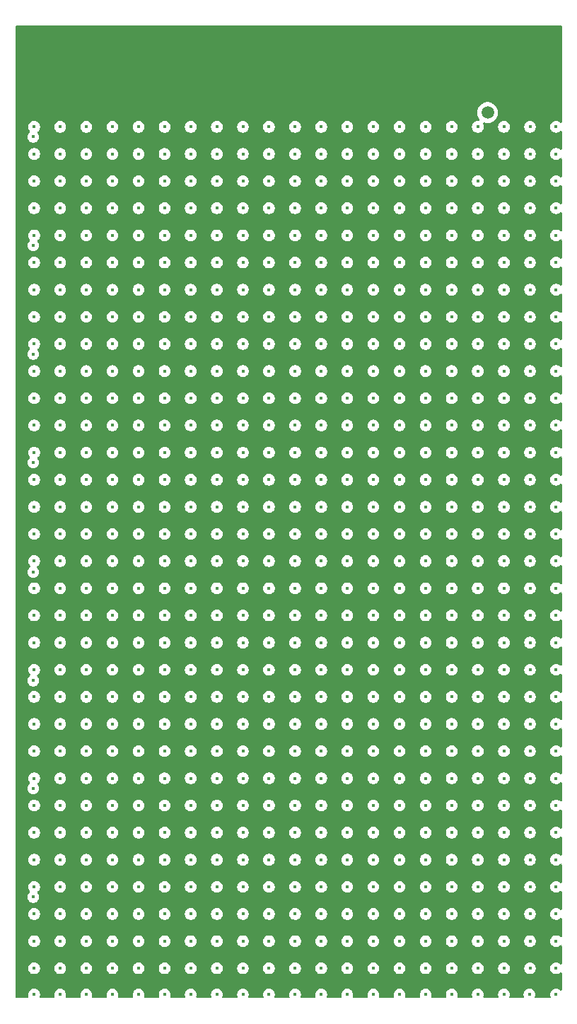
<source format=gbr>
%TF.GenerationSoftware,KiCad,Pcbnew,9.0.7*%
%TF.CreationDate,2026-02-05T13:43:49+01:00*%
%TF.ProjectId,led_bage,6c65645f-6261-4676-952e-6b696361645f,rev?*%
%TF.SameCoordinates,Original*%
%TF.FileFunction,Copper,L2,Inr*%
%TF.FilePolarity,Positive*%
%FSLAX46Y46*%
G04 Gerber Fmt 4.6, Leading zero omitted, Abs format (unit mm)*
G04 Created by KiCad (PCBNEW 9.0.7) date 2026-02-05 13:43:49*
%MOMM*%
%LPD*%
G01*
G04 APERTURE LIST*
%TA.AperFunction,ViaPad*%
%ADD10C,0.400000*%
%TD*%
%TA.AperFunction,ViaPad*%
%ADD11C,1.500000*%
%TD*%
G04 APERTURE END LIST*
D10*
%TO.N,VDD*%
X183500000Y-115800000D03*
X161625000Y-41050000D03*
X161625000Y-125550000D03*
X161625000Y-93050000D03*
X183500000Y-86550000D03*
X174125000Y-119050000D03*
X146000000Y-102800000D03*
X161625000Y-73550000D03*
X186625000Y-122300000D03*
X158500000Y-50800000D03*
X164750000Y-112550000D03*
X189750000Y-34550000D03*
X180375000Y-109300000D03*
X164750000Y-80050000D03*
X146000000Y-89800000D03*
X196000000Y-89800000D03*
X180375000Y-128800000D03*
X180375000Y-57300000D03*
X177250000Y-44300000D03*
X164750000Y-119050000D03*
X155375000Y-60550000D03*
X186625000Y-109300000D03*
X158500000Y-41050000D03*
X202250000Y-86550000D03*
X149125000Y-76800000D03*
X146000000Y-34550000D03*
X152250000Y-41050000D03*
X183500000Y-54050000D03*
X149125000Y-86550000D03*
X199125000Y-99550000D03*
X146000000Y-99550000D03*
X183500000Y-50800000D03*
X189750000Y-73550000D03*
X146000000Y-37800000D03*
X158500000Y-109300000D03*
X202250000Y-73550000D03*
X189750000Y-125550000D03*
X158500000Y-115800000D03*
X174125000Y-54050000D03*
X199125000Y-80050000D03*
X155375000Y-70300000D03*
X174125000Y-89800000D03*
X205375000Y-125550000D03*
X199125000Y-83300000D03*
X161625000Y-119050000D03*
X155375000Y-102800000D03*
X171000000Y-102800000D03*
X174125000Y-112550000D03*
X202250000Y-44300000D03*
X186625000Y-44300000D03*
X158500000Y-99550000D03*
X180375000Y-106050000D03*
X171000000Y-106050000D03*
X186625000Y-57300000D03*
X186625000Y-34550000D03*
X164750000Y-109300000D03*
X164750000Y-83300000D03*
X180375000Y-60550000D03*
X167875000Y-60550000D03*
X171000000Y-54050000D03*
X177250000Y-102800000D03*
X205375000Y-109300000D03*
X164750000Y-54050000D03*
X189750000Y-63800000D03*
D11*
X190800000Y-28000000D03*
D10*
X202250000Y-106050000D03*
X161625000Y-67050000D03*
X146000000Y-31300000D03*
X146000000Y-122300000D03*
X192875000Y-47550000D03*
X171000000Y-70300000D03*
X146000000Y-112550000D03*
X164750000Y-37800000D03*
X158500000Y-47550000D03*
X192875000Y-93050000D03*
X174125000Y-41050000D03*
X189750000Y-37800000D03*
X189750000Y-47550000D03*
X155375000Y-132050000D03*
X155375000Y-106050000D03*
X180375000Y-122300000D03*
X202250000Y-119050000D03*
X183500000Y-96300000D03*
X174125000Y-132050000D03*
X171000000Y-96300000D03*
X149125000Y-57300000D03*
X149125000Y-93050000D03*
X167875000Y-50800000D03*
X146000000Y-70300000D03*
X171000000Y-80050000D03*
X146000000Y-44300000D03*
X180375000Y-99550000D03*
X149125000Y-106050000D03*
X196000000Y-70300000D03*
X161625000Y-115800000D03*
X205375000Y-54050000D03*
X205375000Y-122300000D03*
X202250000Y-89800000D03*
X155375000Y-54050000D03*
X186625000Y-80050000D03*
X199125000Y-106050000D03*
X199125000Y-122300000D03*
X177250000Y-80050000D03*
X161625000Y-128800000D03*
X199125000Y-119050000D03*
X186625000Y-132050000D03*
X152250000Y-106050000D03*
X199125000Y-50800000D03*
X202250000Y-47550000D03*
X161625000Y-76800000D03*
X171000000Y-37800000D03*
X164750000Y-93050000D03*
X174125000Y-31300000D03*
X155375000Y-73550000D03*
X192875000Y-76800000D03*
X199125000Y-132050000D03*
X177250000Y-54050000D03*
X152250000Y-93050000D03*
X202250000Y-63800000D03*
X199125000Y-109300000D03*
X177250000Y-60550000D03*
X155375000Y-112550000D03*
X155375000Y-96300000D03*
X164750000Y-96300000D03*
X146000000Y-109300000D03*
X186625000Y-112550000D03*
X158500000Y-89800000D03*
X167875000Y-109300000D03*
X164750000Y-31300000D03*
X164750000Y-60550000D03*
X152250000Y-119050000D03*
X186625000Y-128800000D03*
X180375000Y-63800000D03*
X158500000Y-67050000D03*
X196000000Y-99550000D03*
X152250000Y-109300000D03*
X152250000Y-44300000D03*
X189750000Y-93050000D03*
X167875000Y-96300000D03*
X205375000Y-60550000D03*
X177250000Y-86550000D03*
X205375000Y-67050000D03*
X196000000Y-76800000D03*
X202250000Y-112550000D03*
X158500000Y-57300000D03*
X152250000Y-37800000D03*
X180375000Y-132050000D03*
X202250000Y-125550000D03*
X205375000Y-31300000D03*
X177250000Y-99550000D03*
X174125000Y-60550000D03*
X152250000Y-112550000D03*
X152250000Y-60550000D03*
X192875000Y-67050000D03*
X171000000Y-99550000D03*
X202250000Y-76800000D03*
X149125000Y-128800000D03*
X189750000Y-109300000D03*
X186625000Y-115800000D03*
X152250000Y-132050000D03*
X177250000Y-57300000D03*
X149125000Y-34550000D03*
X189750000Y-102800000D03*
X167875000Y-73550000D03*
X171000000Y-63800000D03*
X183500000Y-76800000D03*
X158500000Y-128800000D03*
X152250000Y-50800000D03*
X192875000Y-44300000D03*
X177250000Y-122300000D03*
X189750000Y-89800000D03*
X149125000Y-109300000D03*
X161625000Y-102800000D03*
X180375000Y-67050000D03*
X174125000Y-106050000D03*
X205375000Y-41050000D03*
X174125000Y-67050000D03*
X180375000Y-73550000D03*
X186625000Y-31300000D03*
X158500000Y-83300000D03*
X180375000Y-86550000D03*
X183500000Y-132050000D03*
X171000000Y-115800000D03*
X164750000Y-44300000D03*
X196000000Y-34550000D03*
X199125000Y-128800000D03*
X171000000Y-73550000D03*
X174125000Y-37800000D03*
X167875000Y-83300000D03*
X155375000Y-57300000D03*
X158500000Y-54050000D03*
X186625000Y-50800000D03*
X161625000Y-34550000D03*
X199125000Y-86550000D03*
X183500000Y-125550000D03*
X196000000Y-63800000D03*
X161625000Y-50800000D03*
X186625000Y-47550000D03*
X146000000Y-63800000D03*
X149125000Y-96300000D03*
X171000000Y-109300000D03*
X146000000Y-57300000D03*
X192875000Y-34550000D03*
X158500000Y-73550000D03*
X174125000Y-86550000D03*
X196000000Y-41050000D03*
X183500000Y-34550000D03*
X196000000Y-83300000D03*
X196000000Y-67050000D03*
X174125000Y-80050000D03*
X186625000Y-67050000D03*
X149125000Y-41050000D03*
X161625000Y-106050000D03*
X171000000Y-31300000D03*
X146000000Y-80050000D03*
X155375000Y-128800000D03*
X189750000Y-67050000D03*
X180375000Y-112550000D03*
X180375000Y-54050000D03*
X174125000Y-34550000D03*
X174125000Y-115800000D03*
X161625000Y-89800000D03*
X192875000Y-73550000D03*
X174125000Y-122300000D03*
X174125000Y-93050000D03*
X161625000Y-86550000D03*
X202250000Y-34550000D03*
X205375000Y-80050000D03*
X146000000Y-115800000D03*
X183500000Y-60550000D03*
X171000000Y-119050000D03*
X158500000Y-93050000D03*
X149125000Y-122300000D03*
X192875000Y-83300000D03*
X158500000Y-44300000D03*
X202250000Y-83300000D03*
X199125000Y-96300000D03*
X205375000Y-99550000D03*
X152250000Y-67050000D03*
X180375000Y-34550000D03*
X155375000Y-122300000D03*
X171000000Y-89800000D03*
X205375000Y-50800000D03*
X205375000Y-96300000D03*
X189750000Y-132050000D03*
X199125000Y-47550000D03*
X189750000Y-119050000D03*
X199125000Y-60550000D03*
X202250000Y-31300000D03*
X186625000Y-125550000D03*
X152250000Y-83300000D03*
X205375000Y-83300000D03*
X161625000Y-60550000D03*
X164750000Y-73550000D03*
X158500000Y-31300000D03*
X189750000Y-99550000D03*
X183500000Y-109300000D03*
X192875000Y-106050000D03*
X183500000Y-57300000D03*
X192875000Y-102800000D03*
X180375000Y-41050000D03*
X149125000Y-73550000D03*
X177250000Y-31300000D03*
X186625000Y-99550000D03*
X146000000Y-96300000D03*
X192875000Y-86550000D03*
X174125000Y-128800000D03*
X149125000Y-47550000D03*
X174125000Y-76800000D03*
X189750000Y-44300000D03*
X171000000Y-83300000D03*
X171000000Y-57300000D03*
X186625000Y-60550000D03*
X149125000Y-119050000D03*
X155375000Y-34550000D03*
X167875000Y-99550000D03*
X149125000Y-60550000D03*
X152250000Y-122300000D03*
X186625000Y-73550000D03*
X199125000Y-115800000D03*
X177250000Y-67050000D03*
X146000000Y-83300000D03*
X171000000Y-41050000D03*
X171000000Y-60550000D03*
X196000000Y-37800000D03*
X164750000Y-41050000D03*
X146000000Y-106050000D03*
X146000000Y-86550000D03*
X192875000Y-31300000D03*
X196000000Y-119050000D03*
X192875000Y-50800000D03*
X174125000Y-83300000D03*
X196000000Y-106050000D03*
X158500000Y-76800000D03*
X167875000Y-80050000D03*
X183500000Y-112550000D03*
X155375000Y-31300000D03*
X205375000Y-112550000D03*
X183500000Y-37800000D03*
X192875000Y-132050000D03*
X149125000Y-70300000D03*
X196000000Y-57300000D03*
X202250000Y-50800000D03*
X155375000Y-76800000D03*
X183500000Y-89800000D03*
X152250000Y-73550000D03*
X174125000Y-57300000D03*
X196000000Y-112550000D03*
X146000000Y-67050000D03*
X199125000Y-112550000D03*
X155375000Y-44300000D03*
X167875000Y-63800000D03*
X196000000Y-93050000D03*
X183500000Y-63800000D03*
X205375000Y-57300000D03*
X164750000Y-115800000D03*
X202250000Y-122300000D03*
X192875000Y-63800000D03*
X167875000Y-112550000D03*
X146000000Y-132050000D03*
X167875000Y-34550000D03*
X149125000Y-44300000D03*
X149125000Y-112550000D03*
X158500000Y-96300000D03*
X155375000Y-80050000D03*
X149125000Y-63800000D03*
X164750000Y-99550000D03*
X161625000Y-112550000D03*
X199125000Y-70300000D03*
X189750000Y-50800000D03*
X177250000Y-73550000D03*
X167875000Y-54050000D03*
X199125000Y-63800000D03*
X205375000Y-89800000D03*
X177250000Y-50800000D03*
X146000000Y-73550000D03*
X205375000Y-34550000D03*
X149125000Y-125550000D03*
X167875000Y-47550000D03*
X202250000Y-132050000D03*
X196000000Y-122300000D03*
X205375000Y-73550000D03*
X149125000Y-89800000D03*
X171000000Y-47550000D03*
X152250000Y-99550000D03*
X186625000Y-96300000D03*
X152250000Y-70300000D03*
X171000000Y-128800000D03*
X158500000Y-119050000D03*
X171000000Y-122300000D03*
X161625000Y-44300000D03*
X149125000Y-99550000D03*
X158500000Y-60550000D03*
X155375000Y-125550000D03*
X149125000Y-115800000D03*
X183500000Y-47550000D03*
X177250000Y-93050000D03*
X152250000Y-102800000D03*
X192875000Y-54050000D03*
X164750000Y-63800000D03*
X167875000Y-106050000D03*
X199125000Y-73550000D03*
X167875000Y-41050000D03*
X171000000Y-67050000D03*
X186625000Y-54050000D03*
X199125000Y-125550000D03*
X192875000Y-115800000D03*
X177250000Y-37800000D03*
X192875000Y-60550000D03*
X192875000Y-37800000D03*
X158500000Y-122300000D03*
X171000000Y-76800000D03*
X199125000Y-54050000D03*
X202250000Y-102800000D03*
X199125000Y-34550000D03*
X202250000Y-60550000D03*
X177250000Y-128800000D03*
X189750000Y-57300000D03*
X196000000Y-128800000D03*
X177250000Y-70300000D03*
X180375000Y-125550000D03*
X192875000Y-109300000D03*
X177250000Y-96300000D03*
X192875000Y-122300000D03*
X164750000Y-76800000D03*
X205375000Y-76800000D03*
X164750000Y-86550000D03*
X161625000Y-37800000D03*
X180375000Y-115800000D03*
X171000000Y-86550000D03*
X167875000Y-125550000D03*
X180375000Y-102800000D03*
X180375000Y-31300000D03*
X167875000Y-86550000D03*
X158500000Y-80050000D03*
X164750000Y-132050000D03*
X202250000Y-37800000D03*
X189750000Y-83300000D03*
X196000000Y-96300000D03*
X192875000Y-99550000D03*
X202250000Y-80050000D03*
X158500000Y-34550000D03*
X186625000Y-102800000D03*
X146000000Y-60550000D03*
X171000000Y-50800000D03*
X171000000Y-44300000D03*
X196000000Y-54050000D03*
X205375000Y-119050000D03*
X152250000Y-128800000D03*
X180375000Y-119050000D03*
X180375000Y-76800000D03*
X167875000Y-31300000D03*
X177250000Y-76800000D03*
X177250000Y-41050000D03*
X189750000Y-96300000D03*
X146000000Y-128800000D03*
X196000000Y-47550000D03*
X202250000Y-96300000D03*
X164750000Y-50800000D03*
X189750000Y-31300000D03*
X192875000Y-80050000D03*
X186625000Y-86550000D03*
X183500000Y-31300000D03*
X186625000Y-37800000D03*
X152250000Y-31300000D03*
X161625000Y-47550000D03*
X196000000Y-44300000D03*
X164750000Y-106050000D03*
X183500000Y-128800000D03*
X171000000Y-34550000D03*
X183500000Y-44300000D03*
X192875000Y-57300000D03*
X152250000Y-125550000D03*
X199125000Y-44300000D03*
X199125000Y-31300000D03*
X183500000Y-70300000D03*
X149125000Y-102800000D03*
X174125000Y-70300000D03*
X174125000Y-44300000D03*
X180375000Y-47550000D03*
X202250000Y-70300000D03*
X167875000Y-128800000D03*
X189750000Y-70300000D03*
X205375000Y-102800000D03*
X177250000Y-125550000D03*
X155375000Y-109300000D03*
X202250000Y-93050000D03*
X192875000Y-89800000D03*
X180375000Y-44300000D03*
X177250000Y-109300000D03*
X164750000Y-89800000D03*
X167875000Y-122300000D03*
X164750000Y-57300000D03*
X149125000Y-54050000D03*
X152250000Y-89800000D03*
X149125000Y-132050000D03*
X196000000Y-109300000D03*
X202250000Y-109300000D03*
X155375000Y-37800000D03*
X174125000Y-50800000D03*
X196000000Y-125550000D03*
X183500000Y-73550000D03*
X152250000Y-86550000D03*
X186625000Y-41050000D03*
X149125000Y-67050000D03*
X149125000Y-50800000D03*
X174125000Y-47550000D03*
X146000000Y-50800000D03*
X192875000Y-96300000D03*
X202250000Y-128800000D03*
X174125000Y-96300000D03*
X152250000Y-96300000D03*
X199125000Y-37800000D03*
X146000000Y-119050000D03*
X171000000Y-93050000D03*
X152250000Y-54050000D03*
X174125000Y-73550000D03*
X161625000Y-54050000D03*
X155375000Y-115800000D03*
X167875000Y-119050000D03*
X192875000Y-128800000D03*
X196000000Y-115800000D03*
X155375000Y-86550000D03*
X196000000Y-132050000D03*
X183500000Y-102800000D03*
X186625000Y-106050000D03*
X177250000Y-112550000D03*
X177250000Y-89800000D03*
X164750000Y-47550000D03*
X152250000Y-76800000D03*
X164750000Y-125550000D03*
X174125000Y-125550000D03*
X177250000Y-115800000D03*
X205375000Y-93050000D03*
X146000000Y-54050000D03*
X183500000Y-80050000D03*
X152250000Y-115800000D03*
X202250000Y-67050000D03*
X205375000Y-47550000D03*
X186625000Y-119050000D03*
X177250000Y-34550000D03*
X177250000Y-132050000D03*
X183500000Y-119050000D03*
X146000000Y-125550000D03*
X149125000Y-31300000D03*
X161625000Y-122300000D03*
X155375000Y-93050000D03*
X164750000Y-102800000D03*
X174125000Y-99550000D03*
X180375000Y-83300000D03*
X174125000Y-102800000D03*
X199125000Y-57300000D03*
X146000000Y-47550000D03*
X152250000Y-57300000D03*
X192875000Y-125550000D03*
X164750000Y-70300000D03*
X196000000Y-60550000D03*
X177250000Y-47550000D03*
X167875000Y-132050000D03*
X199125000Y-93050000D03*
X205375000Y-86550000D03*
X180375000Y-37800000D03*
X171000000Y-132050000D03*
X155375000Y-63800000D03*
X202250000Y-54050000D03*
X180375000Y-80050000D03*
X161625000Y-31300000D03*
X158500000Y-70300000D03*
X189750000Y-122300000D03*
X189750000Y-112550000D03*
X180375000Y-50800000D03*
X155375000Y-83300000D03*
X180375000Y-93050000D03*
X161625000Y-80050000D03*
X180375000Y-89800000D03*
X186625000Y-76800000D03*
X177250000Y-106050000D03*
X167875000Y-37800000D03*
X177250000Y-119050000D03*
X186625000Y-83300000D03*
X158500000Y-37800000D03*
X186625000Y-93050000D03*
X158500000Y-86550000D03*
X171000000Y-125550000D03*
X192875000Y-70300000D03*
X183500000Y-67050000D03*
X199125000Y-76800000D03*
X177250000Y-63800000D03*
X158500000Y-112550000D03*
X183500000Y-99550000D03*
X180375000Y-96300000D03*
X196000000Y-102800000D03*
X196000000Y-80050000D03*
X205375000Y-115800000D03*
X183500000Y-93050000D03*
X155375000Y-67050000D03*
X155375000Y-119050000D03*
X202250000Y-115800000D03*
X161625000Y-63800000D03*
X155375000Y-99550000D03*
X183500000Y-83300000D03*
X174125000Y-63800000D03*
X199125000Y-102800000D03*
X161625000Y-83300000D03*
X158500000Y-132050000D03*
X192875000Y-119050000D03*
X164750000Y-128800000D03*
X199125000Y-41050000D03*
X196000000Y-86550000D03*
X155375000Y-89800000D03*
X192875000Y-112550000D03*
X158500000Y-106050000D03*
X152250000Y-63800000D03*
X189750000Y-60550000D03*
X149125000Y-80050000D03*
X164750000Y-67050000D03*
X196000000Y-50800000D03*
X189750000Y-115800000D03*
X205375000Y-37800000D03*
X167875000Y-70300000D03*
X199125000Y-89800000D03*
X189750000Y-86550000D03*
X152250000Y-34550000D03*
X167875000Y-76800000D03*
X183500000Y-106050000D03*
X167875000Y-115800000D03*
X199125000Y-67050000D03*
X202250000Y-99550000D03*
X202250000Y-57300000D03*
X167875000Y-67050000D03*
X161625000Y-57300000D03*
X155375000Y-41050000D03*
X189750000Y-54050000D03*
X149125000Y-37800000D03*
X186625000Y-70300000D03*
X196000000Y-31300000D03*
X186625000Y-89800000D03*
X174125000Y-109300000D03*
X164750000Y-34550000D03*
X186625000Y-63800000D03*
X167875000Y-102800000D03*
X183500000Y-122300000D03*
X146000000Y-76800000D03*
X152250000Y-80050000D03*
X146000000Y-93050000D03*
X205375000Y-70300000D03*
X167875000Y-57300000D03*
X189750000Y-80050000D03*
X152250000Y-47550000D03*
X192875000Y-41050000D03*
X196000000Y-73550000D03*
X167875000Y-93050000D03*
X189750000Y-106050000D03*
X171000000Y-112550000D03*
X202250000Y-41050000D03*
X161625000Y-109300000D03*
X189750000Y-41050000D03*
X183500000Y-41050000D03*
X189750000Y-76800000D03*
X189750000Y-128800000D03*
X146000000Y-41050000D03*
X161625000Y-70300000D03*
X164750000Y-122300000D03*
X161625000Y-132050000D03*
X205375000Y-132050000D03*
X149125000Y-83300000D03*
X161625000Y-99550000D03*
X161625000Y-96300000D03*
X158500000Y-102800000D03*
X205375000Y-44300000D03*
X180375000Y-70300000D03*
X177250000Y-83300000D03*
X167875000Y-89800000D03*
X155375000Y-47550000D03*
X158500000Y-63800000D03*
X205375000Y-106050000D03*
X167875000Y-44300000D03*
X205375000Y-128800000D03*
X158500000Y-125550000D03*
X205375000Y-63800000D03*
X155375000Y-50800000D03*
%TO.N,DATA1*%
X144400000Y-30900000D03*
%TO.N,GND*%
X172625000Y-58950000D03*
X175750000Y-29700000D03*
X157000000Y-81700000D03*
X188250000Y-29700000D03*
X169500000Y-110950000D03*
X172625000Y-120700000D03*
X160125000Y-117450000D03*
D11*
X198800000Y-28000000D03*
D10*
X188250000Y-117450000D03*
X150750000Y-68700000D03*
X200750000Y-39450000D03*
X207000000Y-42700000D03*
X166375000Y-42700000D03*
X194500000Y-94700000D03*
X169500000Y-65450000D03*
X166375000Y-78450000D03*
X166375000Y-71950000D03*
X200750000Y-62200000D03*
X163250000Y-36200000D03*
X160125000Y-107700000D03*
X163250000Y-91450000D03*
X144500000Y-81700000D03*
X147625000Y-88200000D03*
X157000000Y-130450000D03*
X197625000Y-133600000D03*
X191375000Y-29700000D03*
X157000000Y-52450000D03*
X191375000Y-110950000D03*
X178875000Y-130450000D03*
X147625000Y-55700000D03*
X178875000Y-107700000D03*
X197625000Y-49200000D03*
X160125000Y-58950000D03*
X172625000Y-101200000D03*
X203875000Y-81700000D03*
X157000000Y-45950000D03*
X194500000Y-68700000D03*
X200750000Y-65450000D03*
X160125000Y-45950000D03*
X169500000Y-62200000D03*
X172625000Y-91450000D03*
X175750000Y-110950000D03*
X169500000Y-29700000D03*
X147625000Y-101200000D03*
X175750000Y-71950000D03*
X178875000Y-78450000D03*
X169500000Y-55700000D03*
X166375000Y-91450000D03*
X197625000Y-29700000D03*
X172625000Y-29700000D03*
X169500000Y-52450000D03*
X175750000Y-107700000D03*
X169500000Y-101200000D03*
X175750000Y-55700000D03*
X160125000Y-127200000D03*
X188250000Y-42700000D03*
X163250000Y-123950000D03*
X200750000Y-101200000D03*
X163250000Y-110950000D03*
X185125000Y-127200000D03*
X147625000Y-130450000D03*
X150750000Y-49200000D03*
X178875000Y-133600000D03*
X153875000Y-39450000D03*
X160125000Y-71950000D03*
X144500000Y-52450000D03*
X144500000Y-75200000D03*
X147625000Y-75200000D03*
X169500000Y-133600000D03*
X157000000Y-101200000D03*
X160125000Y-42700000D03*
X144500000Y-71950000D03*
X191375000Y-45950000D03*
X172625000Y-62200000D03*
X197625000Y-45950000D03*
X175750000Y-65450000D03*
X147625000Y-62200000D03*
X203875000Y-84950000D03*
X188250000Y-39450000D03*
X172625000Y-39450000D03*
X157000000Y-49200000D03*
X203875000Y-127200000D03*
X150750000Y-120700000D03*
X200750000Y-133600000D03*
X157000000Y-120700000D03*
X191375000Y-75200000D03*
X160125000Y-75200000D03*
X147625000Y-65450000D03*
X191375000Y-84950000D03*
X188250000Y-110950000D03*
X160125000Y-130450000D03*
X157000000Y-88200000D03*
X172625000Y-32950000D03*
X203875000Y-65450000D03*
X144500000Y-114200000D03*
X153875000Y-32950000D03*
X203875000Y-39450000D03*
X153875000Y-130450000D03*
X144500000Y-55700000D03*
X185125000Y-104450000D03*
X163250000Y-117450000D03*
X147625000Y-114200000D03*
X207000000Y-84950000D03*
X194500000Y-45950000D03*
X144500000Y-45950000D03*
X178875000Y-84950000D03*
X172625000Y-110950000D03*
X166375000Y-114200000D03*
X147625000Y-81700000D03*
X197625000Y-97950000D03*
X160125000Y-52450000D03*
X157000000Y-127200000D03*
X191375000Y-101200000D03*
X207000000Y-52450000D03*
X178875000Y-49200000D03*
X191375000Y-120700000D03*
X169500000Y-94700000D03*
X172625000Y-71950000D03*
X203875000Y-58950000D03*
X178875000Y-127200000D03*
X175750000Y-114200000D03*
X166375000Y-68700000D03*
X144500000Y-29700000D03*
X166375000Y-104450000D03*
X172625000Y-88200000D03*
X147625000Y-107700000D03*
X150750000Y-32950000D03*
X175750000Y-120700000D03*
X203875000Y-29700000D03*
X197625000Y-42700000D03*
X194500000Y-36200000D03*
X150750000Y-65450000D03*
X169500000Y-81700000D03*
X147625000Y-123950000D03*
X203875000Y-42700000D03*
X163250000Y-39450000D03*
X163250000Y-101200000D03*
X191375000Y-114200000D03*
X188250000Y-114200000D03*
X182000000Y-58950000D03*
X182000000Y-94700000D03*
X185125000Y-88200000D03*
X185125000Y-71950000D03*
X200750000Y-130450000D03*
X207000000Y-107700000D03*
X150750000Y-81700000D03*
X153875000Y-49200000D03*
X153875000Y-65450000D03*
X200750000Y-81700000D03*
X191375000Y-62200000D03*
X188250000Y-71950000D03*
X203875000Y-68700000D03*
X147625000Y-36200000D03*
X150750000Y-78450000D03*
X194500000Y-39450000D03*
X160125000Y-97950000D03*
X150750000Y-91450000D03*
X169500000Y-117450000D03*
X191375000Y-68700000D03*
X191375000Y-117450000D03*
X188250000Y-75200000D03*
X203875000Y-91450000D03*
X150750000Y-107700000D03*
X147625000Y-84950000D03*
X150750000Y-75200000D03*
X144500000Y-97950000D03*
X144500000Y-94700000D03*
X166375000Y-65450000D03*
X185125000Y-130450000D03*
X194500000Y-42700000D03*
X153875000Y-117450000D03*
X172625000Y-114200000D03*
X163250000Y-81700000D03*
X178875000Y-68700000D03*
X185125000Y-58950000D03*
X147625000Y-104450000D03*
X203800000Y-133600000D03*
X169500000Y-127200000D03*
X163250000Y-114200000D03*
X188250000Y-94700000D03*
X191375000Y-42700000D03*
X166375000Y-55700000D03*
X188250000Y-127200000D03*
X188250000Y-52450000D03*
X163250000Y-94700000D03*
X182000000Y-55700000D03*
X166375000Y-81700000D03*
X153875000Y-68700000D03*
X153875000Y-127200000D03*
X172625000Y-84950000D03*
X175750000Y-117450000D03*
X182000000Y-127200000D03*
X207000000Y-49200000D03*
X175750000Y-97950000D03*
X203875000Y-114200000D03*
X191375000Y-107700000D03*
X163250000Y-75200000D03*
X182000000Y-81700000D03*
X197625000Y-52450000D03*
X182000000Y-130450000D03*
X150750000Y-97950000D03*
X147625000Y-110950000D03*
X160125000Y-81700000D03*
X157000000Y-71950000D03*
X197625000Y-88200000D03*
X182000000Y-114200000D03*
X166375000Y-62200000D03*
X207000000Y-127200000D03*
X207000000Y-110950000D03*
X166375000Y-97950000D03*
X203875000Y-101200000D03*
X194500000Y-58950000D03*
X203875000Y-75200000D03*
X157000000Y-65450000D03*
X197625000Y-65450000D03*
X144500000Y-120700000D03*
X163250000Y-78450000D03*
X197625000Y-39450000D03*
X166375000Y-123950000D03*
X150750000Y-39450000D03*
X160125000Y-101200000D03*
X185125000Y-114200000D03*
X163250000Y-62200000D03*
X185125000Y-49200000D03*
X191375000Y-130450000D03*
X182000000Y-78450000D03*
X188250000Y-45950000D03*
X166375000Y-133600000D03*
X191375000Y-39450000D03*
X207000000Y-114200000D03*
X150750000Y-62200000D03*
X169500000Y-84950000D03*
X150750000Y-123950000D03*
X194500000Y-133600000D03*
X197625000Y-78450000D03*
X160125000Y-114200000D03*
X200750000Y-78450000D03*
X172625000Y-52450000D03*
X157000000Y-32950000D03*
X194500000Y-104450000D03*
X182000000Y-65450000D03*
X185125000Y-36200000D03*
X163250000Y-107700000D03*
X175750000Y-52450000D03*
X188250000Y-97950000D03*
X153875000Y-71950000D03*
X194500000Y-75200000D03*
X185125000Y-110950000D03*
X191375000Y-49200000D03*
X175750000Y-130450000D03*
X200750000Y-52450000D03*
X160125000Y-123950000D03*
X182000000Y-133600000D03*
X200750000Y-117450000D03*
X153875000Y-36200000D03*
X172625000Y-97950000D03*
X160125000Y-68700000D03*
X207000000Y-101200000D03*
X175750000Y-42700000D03*
X144500000Y-107700000D03*
X166375000Y-110950000D03*
X185125000Y-107700000D03*
X191375000Y-133600000D03*
X200750000Y-42700000D03*
X175750000Y-32950000D03*
X166375000Y-127200000D03*
X197625000Y-110950000D03*
X144500000Y-42700000D03*
X178875000Y-39450000D03*
X163250000Y-42700000D03*
X194500000Y-110950000D03*
X163250000Y-88200000D03*
X163250000Y-130450000D03*
X197625000Y-127200000D03*
X175750000Y-88200000D03*
X147625000Y-39450000D03*
X194500000Y-120700000D03*
X200750000Y-120700000D03*
X191375000Y-78450000D03*
X207000000Y-68700000D03*
X178875000Y-71950000D03*
X194500000Y-32950000D03*
X160125000Y-91450000D03*
X200750000Y-58950000D03*
X150750000Y-114200000D03*
X197625000Y-58950000D03*
X194500000Y-101200000D03*
X147625000Y-78450000D03*
X166375000Y-130450000D03*
X191375000Y-94700000D03*
X178875000Y-65450000D03*
X166375000Y-117450000D03*
X191375000Y-123950000D03*
X178875000Y-62200000D03*
X185125000Y-123950000D03*
X203875000Y-62200000D03*
X147625000Y-42700000D03*
X160125000Y-133600000D03*
X203875000Y-88200000D03*
X147625000Y-29700000D03*
X203875000Y-78450000D03*
X185125000Y-62200000D03*
X197625000Y-123950000D03*
X166375000Y-58950000D03*
X157000000Y-39450000D03*
X147625000Y-97950000D03*
X182000000Y-84950000D03*
X175750000Y-78450000D03*
X203875000Y-110950000D03*
X172625000Y-94700000D03*
X153875000Y-75200000D03*
X197625000Y-32950000D03*
X207000000Y-58950000D03*
X147625000Y-127200000D03*
X207000000Y-94700000D03*
X163250000Y-49200000D03*
X200750000Y-75200000D03*
X200750000Y-88200000D03*
X160125000Y-32950000D03*
X194500000Y-78450000D03*
X175750000Y-45950000D03*
X188250000Y-104450000D03*
X153875000Y-120700000D03*
X150750000Y-71950000D03*
X175750000Y-58950000D03*
X197625000Y-120700000D03*
X207000000Y-104450000D03*
X200750000Y-84950000D03*
X188250000Y-84950000D03*
X153875000Y-94700000D03*
X178875000Y-36200000D03*
X188250000Y-62200000D03*
X182000000Y-45950000D03*
X188250000Y-133600000D03*
X191375000Y-36200000D03*
X163250000Y-65450000D03*
X169500000Y-114200000D03*
X172625000Y-49200000D03*
X144500000Y-130450000D03*
X182000000Y-36200000D03*
X157000000Y-107700000D03*
X175750000Y-127200000D03*
X160125000Y-49200000D03*
X207000000Y-71950000D03*
X178875000Y-91450000D03*
X169500000Y-97950000D03*
X147625000Y-45950000D03*
X188250000Y-120700000D03*
X160125000Y-62200000D03*
X188250000Y-91450000D03*
X185125000Y-55700000D03*
X197625000Y-81700000D03*
X182000000Y-29700000D03*
X153875000Y-55700000D03*
X144500000Y-133600000D03*
X157000000Y-117450000D03*
X150750000Y-117450000D03*
X172625000Y-123950000D03*
X153875000Y-107700000D03*
X144500000Y-78450000D03*
X178875000Y-88200000D03*
X153875000Y-58950000D03*
X169500000Y-78450000D03*
X178875000Y-52450000D03*
X172625000Y-130450000D03*
X175750000Y-104450000D03*
X200750000Y-97950000D03*
X178875000Y-58950000D03*
X194500000Y-117450000D03*
X150750000Y-58950000D03*
X194500000Y-91450000D03*
X194500000Y-127200000D03*
X207000000Y-120700000D03*
X178875000Y-29700000D03*
X163250000Y-52450000D03*
X182000000Y-88200000D03*
X194500000Y-114200000D03*
X207000000Y-62200000D03*
X172625000Y-104450000D03*
X194500000Y-97950000D03*
X166375000Y-45950000D03*
X185125000Y-52450000D03*
X169500000Y-88200000D03*
X166375000Y-94700000D03*
X197625000Y-75200000D03*
X169500000Y-130450000D03*
X157000000Y-75200000D03*
X157000000Y-36200000D03*
X188250000Y-32950000D03*
X182000000Y-91450000D03*
X197625000Y-101200000D03*
X147625000Y-58950000D03*
X144500000Y-123950000D03*
X175750000Y-123950000D03*
X185125000Y-101200000D03*
X157000000Y-29700000D03*
X197625000Y-84950000D03*
X207000000Y-97950000D03*
X147625000Y-117450000D03*
X207000000Y-133600000D03*
X175750000Y-91450000D03*
X166375000Y-88200000D03*
X150750000Y-42700000D03*
X157000000Y-62200000D03*
X203875000Y-49200000D03*
X178875000Y-110950000D03*
X207000000Y-123950000D03*
X182000000Y-110950000D03*
X200750000Y-29700000D03*
X157000000Y-55700000D03*
X150750000Y-45950000D03*
X169500000Y-39450000D03*
X150750000Y-110950000D03*
X207000000Y-55700000D03*
X207000000Y-130450000D03*
X200750000Y-49200000D03*
X169500000Y-120700000D03*
X172625000Y-42700000D03*
X182000000Y-101200000D03*
X200750000Y-114200000D03*
X160125000Y-110950000D03*
X194500000Y-62200000D03*
X160125000Y-29700000D03*
X178875000Y-75200000D03*
X207000000Y-75200000D03*
X169500000Y-58950000D03*
X169500000Y-32950000D03*
X200750000Y-127200000D03*
X166375000Y-101200000D03*
X147625000Y-133600000D03*
X191375000Y-88200000D03*
X169500000Y-71950000D03*
X182000000Y-120700000D03*
X197625000Y-130450000D03*
X163250000Y-55700000D03*
X157000000Y-110950000D03*
X153875000Y-133600000D03*
X197625000Y-117450000D03*
X166375000Y-75200000D03*
X207000000Y-81700000D03*
X207000000Y-78450000D03*
X172625000Y-68700000D03*
X191375000Y-52450000D03*
X153875000Y-91450000D03*
X169500000Y-75200000D03*
X185125000Y-94700000D03*
X207000000Y-45950000D03*
X200750000Y-104450000D03*
X144500000Y-104450000D03*
X178875000Y-42700000D03*
X203875000Y-55700000D03*
X200750000Y-123950000D03*
X172625000Y-127200000D03*
X153875000Y-97950000D03*
X182000000Y-52450000D03*
X147625000Y-32950000D03*
X185125000Y-91450000D03*
X200750000Y-55700000D03*
X207000000Y-29700000D03*
X144500000Y-91450000D03*
X188250000Y-55700000D03*
X178875000Y-45950000D03*
X150750000Y-55700000D03*
X197625000Y-55700000D03*
X182000000Y-123950000D03*
X182000000Y-117450000D03*
X207000000Y-91450000D03*
X188250000Y-68700000D03*
X166375000Y-32950000D03*
X185125000Y-39450000D03*
X144500000Y-32950000D03*
X157000000Y-84950000D03*
X147625000Y-94700000D03*
X172625000Y-107700000D03*
X150750000Y-104450000D03*
X166375000Y-120700000D03*
X153875000Y-42700000D03*
X144500000Y-62200000D03*
X182000000Y-62200000D03*
X144500000Y-68700000D03*
X166375000Y-52450000D03*
X188250000Y-49200000D03*
X203875000Y-94700000D03*
X203875000Y-130450000D03*
X169500000Y-45950000D03*
X194500000Y-123950000D03*
X144500000Y-84950000D03*
X178875000Y-123950000D03*
X197625000Y-91450000D03*
X157000000Y-58950000D03*
X150750000Y-94700000D03*
X147625000Y-71950000D03*
X163250000Y-68700000D03*
X185125000Y-97950000D03*
X150750000Y-52450000D03*
X200750000Y-45950000D03*
X185125000Y-68700000D03*
X172625000Y-65450000D03*
X178875000Y-120700000D03*
X191375000Y-127200000D03*
X185125000Y-84950000D03*
X200750000Y-68700000D03*
X160125000Y-84950000D03*
X160125000Y-65450000D03*
X175750000Y-101200000D03*
X191375000Y-65450000D03*
X160125000Y-78450000D03*
X194500000Y-107700000D03*
X191375000Y-58950000D03*
X175750000Y-84950000D03*
X144500000Y-117450000D03*
X197625000Y-36200000D03*
X169500000Y-49200000D03*
X157000000Y-114200000D03*
X172625000Y-36200000D03*
X197625000Y-114200000D03*
X163250000Y-71950000D03*
X175750000Y-39450000D03*
X172625000Y-45950000D03*
X157000000Y-91450000D03*
X150750000Y-84950000D03*
X175750000Y-62200000D03*
X157000000Y-42700000D03*
X166375000Y-84950000D03*
X188250000Y-81700000D03*
X166375000Y-39450000D03*
X207000000Y-117450000D03*
X150750000Y-88200000D03*
X194500000Y-65450000D03*
X185125000Y-78450000D03*
X203875000Y-120700000D03*
X194500000Y-88200000D03*
X169500000Y-68700000D03*
X191375000Y-97950000D03*
X197625000Y-71950000D03*
X144500000Y-110950000D03*
X150750000Y-127200000D03*
X166375000Y-107700000D03*
X163250000Y-32950000D03*
X178875000Y-101200000D03*
X203875000Y-36200000D03*
X153875000Y-78450000D03*
X191375000Y-91450000D03*
X144500000Y-101200000D03*
X172625000Y-81700000D03*
X182000000Y-104450000D03*
X185125000Y-117450000D03*
X185125000Y-32950000D03*
X203875000Y-45950000D03*
X194500000Y-81700000D03*
X182000000Y-32950000D03*
X169500000Y-123950000D03*
X182000000Y-42700000D03*
X194500000Y-52450000D03*
X166375000Y-29700000D03*
X169500000Y-104450000D03*
X194500000Y-29700000D03*
X175750000Y-133600000D03*
X157000000Y-94700000D03*
X188250000Y-123950000D03*
X182000000Y-39450000D03*
X200750000Y-107700000D03*
X178875000Y-114200000D03*
X153875000Y-104450000D03*
X203875000Y-52450000D03*
X203875000Y-123950000D03*
X182000000Y-49200000D03*
X194500000Y-84950000D03*
X178875000Y-104450000D03*
X153875000Y-52450000D03*
X157000000Y-133600000D03*
X194500000Y-55700000D03*
X163250000Y-97950000D03*
X203875000Y-117450000D03*
X153875000Y-101200000D03*
X175750000Y-75200000D03*
X200750000Y-94700000D03*
X150750000Y-133600000D03*
X147625000Y-68700000D03*
X175750000Y-68700000D03*
X191375000Y-32950000D03*
X203875000Y-104450000D03*
X144500000Y-39450000D03*
X153875000Y-84950000D03*
X197625000Y-104450000D03*
X191375000Y-81700000D03*
X207000000Y-36200000D03*
X169500000Y-107700000D03*
X207000000Y-88200000D03*
X157000000Y-68700000D03*
X153875000Y-45950000D03*
X160125000Y-39450000D03*
X160125000Y-88200000D03*
X185125000Y-45950000D03*
X178875000Y-94700000D03*
X194500000Y-49200000D03*
X178875000Y-81700000D03*
X182000000Y-71950000D03*
X153875000Y-88200000D03*
X200750000Y-36200000D03*
X166375000Y-36200000D03*
X147625000Y-91450000D03*
X150750000Y-130450000D03*
X163250000Y-84950000D03*
X188250000Y-36200000D03*
X188250000Y-107700000D03*
X150750000Y-101200000D03*
X163250000Y-104450000D03*
X157000000Y-104450000D03*
X188250000Y-88200000D03*
X203875000Y-97950000D03*
X163250000Y-45950000D03*
X191375000Y-71950000D03*
X185125000Y-81700000D03*
X160125000Y-94700000D03*
X185125000Y-120700000D03*
X144500000Y-88200000D03*
X200750000Y-91450000D03*
X163250000Y-29700000D03*
X163250000Y-127200000D03*
X160125000Y-55700000D03*
X157000000Y-123950000D03*
X207000000Y-65450000D03*
X175750000Y-94700000D03*
X194500000Y-71950000D03*
X188250000Y-58950000D03*
X188250000Y-78450000D03*
X207000000Y-39450000D03*
X194500000Y-130450000D03*
X200750000Y-110950000D03*
X182000000Y-97950000D03*
X191375000Y-55700000D03*
X163250000Y-58950000D03*
X169500000Y-36200000D03*
X147625000Y-49200000D03*
X153875000Y-123950000D03*
X144500000Y-58950000D03*
X166375000Y-49200000D03*
X207000000Y-32950000D03*
X172625000Y-78450000D03*
X182000000Y-75200000D03*
X191375000Y-104450000D03*
X197625000Y-94700000D03*
X157000000Y-97950000D03*
X175750000Y-81700000D03*
X188250000Y-101200000D03*
X160125000Y-120700000D03*
X172625000Y-133600000D03*
X188250000Y-65450000D03*
X178875000Y-55700000D03*
X185125000Y-65450000D03*
X182000000Y-68700000D03*
X197625000Y-62200000D03*
X185125000Y-29700000D03*
X153875000Y-81700000D03*
X153875000Y-110950000D03*
X188250000Y-130450000D03*
X160125000Y-36200000D03*
X169500000Y-42700000D03*
X203875000Y-107700000D03*
X172625000Y-75200000D03*
X160125000Y-104450000D03*
X144500000Y-65450000D03*
X178875000Y-32950000D03*
X163250000Y-133600000D03*
X203875000Y-71950000D03*
X153875000Y-29700000D03*
X144500000Y-127200000D03*
X157000000Y-78450000D03*
X175750000Y-49200000D03*
X144500000Y-36200000D03*
X172625000Y-117450000D03*
X147625000Y-120700000D03*
X197625000Y-107700000D03*
X200750000Y-71950000D03*
X169500000Y-91450000D03*
X153875000Y-62200000D03*
X172625000Y-55700000D03*
X185125000Y-75200000D03*
X163250000Y-120700000D03*
X203875000Y-32950000D03*
X153875000Y-114200000D03*
X182000000Y-107700000D03*
X178875000Y-117450000D03*
X147625000Y-52450000D03*
X178875000Y-97950000D03*
X200750000Y-32950000D03*
X175750000Y-36200000D03*
X144500000Y-49200000D03*
X150750000Y-29700000D03*
X150750000Y-36200000D03*
X185125000Y-133600000D03*
X197625000Y-68700000D03*
X185125000Y-42700000D03*
%TO.N,DATA2*%
X144400000Y-43900000D03*
%TO.N,DATA3*%
X144400000Y-56900000D03*
%TO.N,DATA4*%
X144400000Y-69900000D03*
%TO.N,DATA5*%
X144400000Y-83000000D03*
%TO.N,DATA6*%
X144400000Y-96000000D03*
%TO.N,DATA7*%
X144400000Y-108900000D03*
%TO.N,DATA8*%
X144400000Y-121900000D03*
%TD*%
%TA.AperFunction,Conductor*%
%TO.N,VDD*%
G36*
X207642539Y-17607685D02*
G01*
X207688294Y-17660489D01*
X207699500Y-17712000D01*
X207699500Y-29109481D01*
X207679815Y-29176520D01*
X207627011Y-29222275D01*
X207557853Y-29232219D01*
X207494297Y-29203194D01*
X207487819Y-29197162D01*
X207446545Y-29155888D01*
X207446541Y-29155885D01*
X207331817Y-29079228D01*
X207331804Y-29079221D01*
X207204332Y-29026421D01*
X207204322Y-29026418D01*
X207068995Y-28999500D01*
X207068993Y-28999500D01*
X206931007Y-28999500D01*
X206931005Y-28999500D01*
X206795677Y-29026418D01*
X206795667Y-29026421D01*
X206668195Y-29079221D01*
X206668182Y-29079228D01*
X206553458Y-29155885D01*
X206553454Y-29155888D01*
X206455888Y-29253454D01*
X206455885Y-29253458D01*
X206379228Y-29368182D01*
X206379221Y-29368195D01*
X206326421Y-29495667D01*
X206326418Y-29495677D01*
X206299500Y-29631004D01*
X206299500Y-29631007D01*
X206299500Y-29768993D01*
X206299500Y-29768995D01*
X206299499Y-29768995D01*
X206326418Y-29904322D01*
X206326421Y-29904332D01*
X206379221Y-30031804D01*
X206379228Y-30031817D01*
X206455885Y-30146541D01*
X206455888Y-30146545D01*
X206553454Y-30244111D01*
X206553458Y-30244114D01*
X206668182Y-30320771D01*
X206668195Y-30320778D01*
X206795667Y-30373578D01*
X206795672Y-30373580D01*
X206795676Y-30373580D01*
X206795677Y-30373581D01*
X206931004Y-30400500D01*
X206931007Y-30400500D01*
X207068995Y-30400500D01*
X207160041Y-30382389D01*
X207204328Y-30373580D01*
X207331811Y-30320775D01*
X207446542Y-30244114D01*
X207465111Y-30225545D01*
X207487819Y-30202838D01*
X207549142Y-30169353D01*
X207618834Y-30174337D01*
X207674767Y-30216209D01*
X207699184Y-30281673D01*
X207699500Y-30290519D01*
X207699500Y-32359481D01*
X207679815Y-32426520D01*
X207627011Y-32472275D01*
X207557853Y-32482219D01*
X207494297Y-32453194D01*
X207487819Y-32447162D01*
X207446545Y-32405888D01*
X207446541Y-32405885D01*
X207331817Y-32329228D01*
X207331804Y-32329221D01*
X207204332Y-32276421D01*
X207204322Y-32276418D01*
X207068995Y-32249500D01*
X207068993Y-32249500D01*
X206931007Y-32249500D01*
X206931005Y-32249500D01*
X206795677Y-32276418D01*
X206795667Y-32276421D01*
X206668195Y-32329221D01*
X206668182Y-32329228D01*
X206553458Y-32405885D01*
X206553454Y-32405888D01*
X206455888Y-32503454D01*
X206455885Y-32503458D01*
X206379228Y-32618182D01*
X206379221Y-32618195D01*
X206326421Y-32745667D01*
X206326418Y-32745677D01*
X206299500Y-32881004D01*
X206299500Y-32881007D01*
X206299500Y-33018993D01*
X206299500Y-33018995D01*
X206299499Y-33018995D01*
X206326418Y-33154322D01*
X206326421Y-33154332D01*
X206379221Y-33281804D01*
X206379228Y-33281817D01*
X206455885Y-33396541D01*
X206455888Y-33396545D01*
X206553454Y-33494111D01*
X206553458Y-33494114D01*
X206668182Y-33570771D01*
X206668195Y-33570778D01*
X206795667Y-33623578D01*
X206795672Y-33623580D01*
X206795676Y-33623580D01*
X206795677Y-33623581D01*
X206931004Y-33650500D01*
X206931007Y-33650500D01*
X207068995Y-33650500D01*
X207160041Y-33632389D01*
X207204328Y-33623580D01*
X207331811Y-33570775D01*
X207446542Y-33494114D01*
X207446545Y-33494111D01*
X207487819Y-33452838D01*
X207549142Y-33419353D01*
X207618834Y-33424337D01*
X207674767Y-33466209D01*
X207699184Y-33531673D01*
X207699500Y-33540519D01*
X207699500Y-35609481D01*
X207679815Y-35676520D01*
X207627011Y-35722275D01*
X207557853Y-35732219D01*
X207494297Y-35703194D01*
X207487819Y-35697162D01*
X207446545Y-35655888D01*
X207446541Y-35655885D01*
X207331817Y-35579228D01*
X207331804Y-35579221D01*
X207204332Y-35526421D01*
X207204322Y-35526418D01*
X207068995Y-35499500D01*
X207068993Y-35499500D01*
X206931007Y-35499500D01*
X206931005Y-35499500D01*
X206795677Y-35526418D01*
X206795667Y-35526421D01*
X206668195Y-35579221D01*
X206668182Y-35579228D01*
X206553458Y-35655885D01*
X206553454Y-35655888D01*
X206455888Y-35753454D01*
X206455885Y-35753458D01*
X206379228Y-35868182D01*
X206379221Y-35868195D01*
X206326421Y-35995667D01*
X206326418Y-35995677D01*
X206299500Y-36131004D01*
X206299500Y-36131007D01*
X206299500Y-36268993D01*
X206299500Y-36268995D01*
X206299499Y-36268995D01*
X206326418Y-36404322D01*
X206326421Y-36404332D01*
X206379221Y-36531804D01*
X206379228Y-36531817D01*
X206455885Y-36646541D01*
X206455888Y-36646545D01*
X206553454Y-36744111D01*
X206553458Y-36744114D01*
X206668182Y-36820771D01*
X206668195Y-36820778D01*
X206795667Y-36873578D01*
X206795672Y-36873580D01*
X206795676Y-36873580D01*
X206795677Y-36873581D01*
X206931004Y-36900500D01*
X206931007Y-36900500D01*
X207068995Y-36900500D01*
X207160041Y-36882389D01*
X207204328Y-36873580D01*
X207331811Y-36820775D01*
X207446542Y-36744114D01*
X207446545Y-36744111D01*
X207487819Y-36702838D01*
X207549142Y-36669353D01*
X207618834Y-36674337D01*
X207674767Y-36716209D01*
X207699184Y-36781673D01*
X207699500Y-36790519D01*
X207699500Y-38859481D01*
X207679815Y-38926520D01*
X207627011Y-38972275D01*
X207557853Y-38982219D01*
X207494297Y-38953194D01*
X207487819Y-38947162D01*
X207446545Y-38905888D01*
X207446541Y-38905885D01*
X207331817Y-38829228D01*
X207331804Y-38829221D01*
X207204332Y-38776421D01*
X207204322Y-38776418D01*
X207068995Y-38749500D01*
X207068993Y-38749500D01*
X206931007Y-38749500D01*
X206931005Y-38749500D01*
X206795677Y-38776418D01*
X206795667Y-38776421D01*
X206668195Y-38829221D01*
X206668182Y-38829228D01*
X206553458Y-38905885D01*
X206553454Y-38905888D01*
X206455888Y-39003454D01*
X206455885Y-39003458D01*
X206379228Y-39118182D01*
X206379221Y-39118195D01*
X206326421Y-39245667D01*
X206326418Y-39245677D01*
X206299500Y-39381004D01*
X206299500Y-39381007D01*
X206299500Y-39518993D01*
X206299500Y-39518995D01*
X206299499Y-39518995D01*
X206326418Y-39654322D01*
X206326421Y-39654332D01*
X206379221Y-39781804D01*
X206379228Y-39781817D01*
X206455885Y-39896541D01*
X206455888Y-39896545D01*
X206553454Y-39994111D01*
X206553458Y-39994114D01*
X206668182Y-40070771D01*
X206668195Y-40070778D01*
X206795667Y-40123578D01*
X206795672Y-40123580D01*
X206795676Y-40123580D01*
X206795677Y-40123581D01*
X206931004Y-40150500D01*
X206931007Y-40150500D01*
X207068995Y-40150500D01*
X207160041Y-40132389D01*
X207204328Y-40123580D01*
X207331811Y-40070775D01*
X207446542Y-39994114D01*
X207446545Y-39994111D01*
X207487819Y-39952838D01*
X207549142Y-39919353D01*
X207618834Y-39924337D01*
X207674767Y-39966209D01*
X207699184Y-40031673D01*
X207699500Y-40040519D01*
X207699500Y-42109481D01*
X207679815Y-42176520D01*
X207627011Y-42222275D01*
X207557853Y-42232219D01*
X207494297Y-42203194D01*
X207487819Y-42197162D01*
X207446545Y-42155888D01*
X207446541Y-42155885D01*
X207331817Y-42079228D01*
X207331804Y-42079221D01*
X207204332Y-42026421D01*
X207204322Y-42026418D01*
X207068995Y-41999500D01*
X207068993Y-41999500D01*
X206931007Y-41999500D01*
X206931005Y-41999500D01*
X206795677Y-42026418D01*
X206795667Y-42026421D01*
X206668195Y-42079221D01*
X206668182Y-42079228D01*
X206553458Y-42155885D01*
X206553454Y-42155888D01*
X206455888Y-42253454D01*
X206455885Y-42253458D01*
X206379228Y-42368182D01*
X206379221Y-42368195D01*
X206326421Y-42495667D01*
X206326418Y-42495677D01*
X206299500Y-42631004D01*
X206299500Y-42631007D01*
X206299500Y-42768993D01*
X206299500Y-42768995D01*
X206299499Y-42768995D01*
X206326418Y-42904322D01*
X206326421Y-42904332D01*
X206379221Y-43031804D01*
X206379228Y-43031817D01*
X206455885Y-43146541D01*
X206455888Y-43146545D01*
X206553454Y-43244111D01*
X206553458Y-43244114D01*
X206668182Y-43320771D01*
X206668195Y-43320778D01*
X206795667Y-43373578D01*
X206795672Y-43373580D01*
X206795676Y-43373580D01*
X206795677Y-43373581D01*
X206931004Y-43400500D01*
X206931007Y-43400500D01*
X207068995Y-43400500D01*
X207160041Y-43382389D01*
X207204328Y-43373580D01*
X207331811Y-43320775D01*
X207446542Y-43244114D01*
X207465111Y-43225545D01*
X207487819Y-43202838D01*
X207549142Y-43169353D01*
X207618834Y-43174337D01*
X207674767Y-43216209D01*
X207699184Y-43281673D01*
X207699500Y-43290519D01*
X207699500Y-45359481D01*
X207679815Y-45426520D01*
X207627011Y-45472275D01*
X207557853Y-45482219D01*
X207494297Y-45453194D01*
X207487819Y-45447162D01*
X207446545Y-45405888D01*
X207446541Y-45405885D01*
X207331817Y-45329228D01*
X207331804Y-45329221D01*
X207204332Y-45276421D01*
X207204322Y-45276418D01*
X207068995Y-45249500D01*
X207068993Y-45249500D01*
X206931007Y-45249500D01*
X206931005Y-45249500D01*
X206795677Y-45276418D01*
X206795667Y-45276421D01*
X206668195Y-45329221D01*
X206668182Y-45329228D01*
X206553458Y-45405885D01*
X206553454Y-45405888D01*
X206455888Y-45503454D01*
X206455885Y-45503458D01*
X206379228Y-45618182D01*
X206379221Y-45618195D01*
X206326421Y-45745667D01*
X206326418Y-45745677D01*
X206299500Y-45881004D01*
X206299500Y-45881007D01*
X206299500Y-46018993D01*
X206299500Y-46018995D01*
X206299499Y-46018995D01*
X206326418Y-46154322D01*
X206326421Y-46154332D01*
X206379221Y-46281804D01*
X206379228Y-46281817D01*
X206455885Y-46396541D01*
X206455888Y-46396545D01*
X206553454Y-46494111D01*
X206553458Y-46494114D01*
X206668182Y-46570771D01*
X206668195Y-46570778D01*
X206795667Y-46623578D01*
X206795672Y-46623580D01*
X206795676Y-46623580D01*
X206795677Y-46623581D01*
X206931004Y-46650500D01*
X206931007Y-46650500D01*
X207068995Y-46650500D01*
X207160041Y-46632389D01*
X207204328Y-46623580D01*
X207331811Y-46570775D01*
X207446542Y-46494114D01*
X207446545Y-46494111D01*
X207487819Y-46452838D01*
X207549142Y-46419353D01*
X207618834Y-46424337D01*
X207674767Y-46466209D01*
X207699184Y-46531673D01*
X207699500Y-46540519D01*
X207699500Y-48609481D01*
X207679815Y-48676520D01*
X207627011Y-48722275D01*
X207557853Y-48732219D01*
X207494297Y-48703194D01*
X207487819Y-48697162D01*
X207446545Y-48655888D01*
X207446541Y-48655885D01*
X207331817Y-48579228D01*
X207331804Y-48579221D01*
X207204332Y-48526421D01*
X207204322Y-48526418D01*
X207068995Y-48499500D01*
X207068993Y-48499500D01*
X206931007Y-48499500D01*
X206931005Y-48499500D01*
X206795677Y-48526418D01*
X206795667Y-48526421D01*
X206668195Y-48579221D01*
X206668182Y-48579228D01*
X206553458Y-48655885D01*
X206553454Y-48655888D01*
X206455888Y-48753454D01*
X206455885Y-48753458D01*
X206379228Y-48868182D01*
X206379221Y-48868195D01*
X206326421Y-48995667D01*
X206326418Y-48995677D01*
X206299500Y-49131004D01*
X206299500Y-49131007D01*
X206299500Y-49268993D01*
X206299500Y-49268995D01*
X206299499Y-49268995D01*
X206326418Y-49404322D01*
X206326421Y-49404332D01*
X206379221Y-49531804D01*
X206379228Y-49531817D01*
X206455885Y-49646541D01*
X206455888Y-49646545D01*
X206553454Y-49744111D01*
X206553458Y-49744114D01*
X206668182Y-49820771D01*
X206668195Y-49820778D01*
X206795667Y-49873578D01*
X206795672Y-49873580D01*
X206795676Y-49873580D01*
X206795677Y-49873581D01*
X206931004Y-49900500D01*
X206931007Y-49900500D01*
X207068995Y-49900500D01*
X207160041Y-49882389D01*
X207204328Y-49873580D01*
X207331811Y-49820775D01*
X207446542Y-49744114D01*
X207446545Y-49744111D01*
X207487819Y-49702838D01*
X207549142Y-49669353D01*
X207618834Y-49674337D01*
X207674767Y-49716209D01*
X207699184Y-49781673D01*
X207699500Y-49790519D01*
X207699500Y-51859481D01*
X207679815Y-51926520D01*
X207627011Y-51972275D01*
X207557853Y-51982219D01*
X207494297Y-51953194D01*
X207487819Y-51947162D01*
X207446545Y-51905888D01*
X207446541Y-51905885D01*
X207331817Y-51829228D01*
X207331804Y-51829221D01*
X207204332Y-51776421D01*
X207204322Y-51776418D01*
X207068995Y-51749500D01*
X207068993Y-51749500D01*
X206931007Y-51749500D01*
X206931005Y-51749500D01*
X206795677Y-51776418D01*
X206795667Y-51776421D01*
X206668195Y-51829221D01*
X206668182Y-51829228D01*
X206553458Y-51905885D01*
X206553454Y-51905888D01*
X206455888Y-52003454D01*
X206455885Y-52003458D01*
X206379228Y-52118182D01*
X206379221Y-52118195D01*
X206326421Y-52245667D01*
X206326418Y-52245677D01*
X206299500Y-52381004D01*
X206299500Y-52381007D01*
X206299500Y-52518993D01*
X206299500Y-52518995D01*
X206299499Y-52518995D01*
X206326418Y-52654322D01*
X206326421Y-52654332D01*
X206379221Y-52781804D01*
X206379228Y-52781817D01*
X206455885Y-52896541D01*
X206455888Y-52896545D01*
X206553454Y-52994111D01*
X206553458Y-52994114D01*
X206668182Y-53070771D01*
X206668195Y-53070778D01*
X206795667Y-53123578D01*
X206795672Y-53123580D01*
X206795676Y-53123580D01*
X206795677Y-53123581D01*
X206931004Y-53150500D01*
X206931007Y-53150500D01*
X207068995Y-53150500D01*
X207160041Y-53132389D01*
X207204328Y-53123580D01*
X207331811Y-53070775D01*
X207446542Y-52994114D01*
X207446545Y-52994111D01*
X207487819Y-52952838D01*
X207549142Y-52919353D01*
X207618834Y-52924337D01*
X207674767Y-52966209D01*
X207699184Y-53031673D01*
X207699500Y-53040519D01*
X207699500Y-55109481D01*
X207679815Y-55176520D01*
X207627011Y-55222275D01*
X207557853Y-55232219D01*
X207494297Y-55203194D01*
X207487819Y-55197162D01*
X207446545Y-55155888D01*
X207446541Y-55155885D01*
X207331817Y-55079228D01*
X207331804Y-55079221D01*
X207204332Y-55026421D01*
X207204322Y-55026418D01*
X207068995Y-54999500D01*
X207068993Y-54999500D01*
X206931007Y-54999500D01*
X206931005Y-54999500D01*
X206795677Y-55026418D01*
X206795667Y-55026421D01*
X206668195Y-55079221D01*
X206668182Y-55079228D01*
X206553458Y-55155885D01*
X206553454Y-55155888D01*
X206455888Y-55253454D01*
X206455885Y-55253458D01*
X206379228Y-55368182D01*
X206379221Y-55368195D01*
X206326421Y-55495667D01*
X206326418Y-55495677D01*
X206299500Y-55631004D01*
X206299500Y-55631007D01*
X206299500Y-55768993D01*
X206299500Y-55768995D01*
X206299499Y-55768995D01*
X206326418Y-55904322D01*
X206326421Y-55904332D01*
X206379221Y-56031804D01*
X206379228Y-56031817D01*
X206455885Y-56146541D01*
X206455888Y-56146545D01*
X206553454Y-56244111D01*
X206553458Y-56244114D01*
X206668182Y-56320771D01*
X206668195Y-56320778D01*
X206795667Y-56373578D01*
X206795672Y-56373580D01*
X206795676Y-56373580D01*
X206795677Y-56373581D01*
X206931004Y-56400500D01*
X206931007Y-56400500D01*
X207068995Y-56400500D01*
X207160041Y-56382389D01*
X207204328Y-56373580D01*
X207331811Y-56320775D01*
X207446542Y-56244114D01*
X207465111Y-56225545D01*
X207487819Y-56202838D01*
X207549142Y-56169353D01*
X207618834Y-56174337D01*
X207674767Y-56216209D01*
X207699184Y-56281673D01*
X207699500Y-56290519D01*
X207699500Y-58359481D01*
X207679815Y-58426520D01*
X207627011Y-58472275D01*
X207557853Y-58482219D01*
X207494297Y-58453194D01*
X207487819Y-58447162D01*
X207446545Y-58405888D01*
X207446541Y-58405885D01*
X207331817Y-58329228D01*
X207331804Y-58329221D01*
X207204332Y-58276421D01*
X207204322Y-58276418D01*
X207068995Y-58249500D01*
X207068993Y-58249500D01*
X206931007Y-58249500D01*
X206931005Y-58249500D01*
X206795677Y-58276418D01*
X206795667Y-58276421D01*
X206668195Y-58329221D01*
X206668182Y-58329228D01*
X206553458Y-58405885D01*
X206553454Y-58405888D01*
X206455888Y-58503454D01*
X206455885Y-58503458D01*
X206379228Y-58618182D01*
X206379221Y-58618195D01*
X206326421Y-58745667D01*
X206326418Y-58745677D01*
X206299500Y-58881004D01*
X206299500Y-58881007D01*
X206299500Y-59018993D01*
X206299500Y-59018995D01*
X206299499Y-59018995D01*
X206326418Y-59154322D01*
X206326421Y-59154332D01*
X206379221Y-59281804D01*
X206379228Y-59281817D01*
X206455885Y-59396541D01*
X206455888Y-59396545D01*
X206553454Y-59494111D01*
X206553458Y-59494114D01*
X206668182Y-59570771D01*
X206668195Y-59570778D01*
X206795667Y-59623578D01*
X206795672Y-59623580D01*
X206795676Y-59623580D01*
X206795677Y-59623581D01*
X206931004Y-59650500D01*
X206931007Y-59650500D01*
X207068995Y-59650500D01*
X207160041Y-59632389D01*
X207204328Y-59623580D01*
X207331811Y-59570775D01*
X207446542Y-59494114D01*
X207446545Y-59494111D01*
X207487819Y-59452838D01*
X207549142Y-59419353D01*
X207618834Y-59424337D01*
X207674767Y-59466209D01*
X207699184Y-59531673D01*
X207699500Y-59540519D01*
X207699500Y-61609481D01*
X207679815Y-61676520D01*
X207627011Y-61722275D01*
X207557853Y-61732219D01*
X207494297Y-61703194D01*
X207487819Y-61697162D01*
X207446545Y-61655888D01*
X207446541Y-61655885D01*
X207331817Y-61579228D01*
X207331804Y-61579221D01*
X207204332Y-61526421D01*
X207204322Y-61526418D01*
X207068995Y-61499500D01*
X207068993Y-61499500D01*
X206931007Y-61499500D01*
X206931005Y-61499500D01*
X206795677Y-61526418D01*
X206795667Y-61526421D01*
X206668195Y-61579221D01*
X206668182Y-61579228D01*
X206553458Y-61655885D01*
X206553454Y-61655888D01*
X206455888Y-61753454D01*
X206455885Y-61753458D01*
X206379228Y-61868182D01*
X206379221Y-61868195D01*
X206326421Y-61995667D01*
X206326418Y-61995677D01*
X206299500Y-62131004D01*
X206299500Y-62131007D01*
X206299500Y-62268993D01*
X206299500Y-62268995D01*
X206299499Y-62268995D01*
X206326418Y-62404322D01*
X206326421Y-62404332D01*
X206379221Y-62531804D01*
X206379228Y-62531817D01*
X206455885Y-62646541D01*
X206455888Y-62646545D01*
X206553454Y-62744111D01*
X206553458Y-62744114D01*
X206668182Y-62820771D01*
X206668195Y-62820778D01*
X206795667Y-62873578D01*
X206795672Y-62873580D01*
X206795676Y-62873580D01*
X206795677Y-62873581D01*
X206931004Y-62900500D01*
X206931007Y-62900500D01*
X207068995Y-62900500D01*
X207160041Y-62882389D01*
X207204328Y-62873580D01*
X207331811Y-62820775D01*
X207446542Y-62744114D01*
X207446545Y-62744111D01*
X207487819Y-62702838D01*
X207549142Y-62669353D01*
X207618834Y-62674337D01*
X207674767Y-62716209D01*
X207699184Y-62781673D01*
X207699500Y-62790519D01*
X207699500Y-64859481D01*
X207679815Y-64926520D01*
X207627011Y-64972275D01*
X207557853Y-64982219D01*
X207494297Y-64953194D01*
X207487819Y-64947162D01*
X207446545Y-64905888D01*
X207446541Y-64905885D01*
X207331817Y-64829228D01*
X207331804Y-64829221D01*
X207204332Y-64776421D01*
X207204322Y-64776418D01*
X207068995Y-64749500D01*
X207068993Y-64749500D01*
X206931007Y-64749500D01*
X206931005Y-64749500D01*
X206795677Y-64776418D01*
X206795667Y-64776421D01*
X206668195Y-64829221D01*
X206668182Y-64829228D01*
X206553458Y-64905885D01*
X206553454Y-64905888D01*
X206455888Y-65003454D01*
X206455885Y-65003458D01*
X206379228Y-65118182D01*
X206379221Y-65118195D01*
X206326421Y-65245667D01*
X206326418Y-65245677D01*
X206299500Y-65381004D01*
X206299500Y-65381007D01*
X206299500Y-65518993D01*
X206299500Y-65518995D01*
X206299499Y-65518995D01*
X206326418Y-65654322D01*
X206326421Y-65654332D01*
X206379221Y-65781804D01*
X206379228Y-65781817D01*
X206455885Y-65896541D01*
X206455888Y-65896545D01*
X206553454Y-65994111D01*
X206553458Y-65994114D01*
X206668182Y-66070771D01*
X206668195Y-66070778D01*
X206795667Y-66123578D01*
X206795672Y-66123580D01*
X206795676Y-66123580D01*
X206795677Y-66123581D01*
X206931004Y-66150500D01*
X206931007Y-66150500D01*
X207068995Y-66150500D01*
X207160041Y-66132389D01*
X207204328Y-66123580D01*
X207331811Y-66070775D01*
X207446542Y-65994114D01*
X207446545Y-65994111D01*
X207487819Y-65952838D01*
X207549142Y-65919353D01*
X207618834Y-65924337D01*
X207674767Y-65966209D01*
X207699184Y-66031673D01*
X207699500Y-66040519D01*
X207699500Y-68109481D01*
X207679815Y-68176520D01*
X207627011Y-68222275D01*
X207557853Y-68232219D01*
X207494297Y-68203194D01*
X207487819Y-68197162D01*
X207446545Y-68155888D01*
X207446541Y-68155885D01*
X207331817Y-68079228D01*
X207331804Y-68079221D01*
X207204332Y-68026421D01*
X207204322Y-68026418D01*
X207068995Y-67999500D01*
X207068993Y-67999500D01*
X206931007Y-67999500D01*
X206931005Y-67999500D01*
X206795677Y-68026418D01*
X206795667Y-68026421D01*
X206668195Y-68079221D01*
X206668182Y-68079228D01*
X206553458Y-68155885D01*
X206553454Y-68155888D01*
X206455888Y-68253454D01*
X206455885Y-68253458D01*
X206379228Y-68368182D01*
X206379221Y-68368195D01*
X206326421Y-68495667D01*
X206326418Y-68495677D01*
X206299500Y-68631004D01*
X206299500Y-68631007D01*
X206299500Y-68768993D01*
X206299500Y-68768995D01*
X206299499Y-68768995D01*
X206326418Y-68904322D01*
X206326421Y-68904332D01*
X206379221Y-69031804D01*
X206379228Y-69031817D01*
X206455885Y-69146541D01*
X206455888Y-69146545D01*
X206553454Y-69244111D01*
X206553458Y-69244114D01*
X206668182Y-69320771D01*
X206668195Y-69320778D01*
X206795667Y-69373578D01*
X206795672Y-69373580D01*
X206795676Y-69373580D01*
X206795677Y-69373581D01*
X206931004Y-69400500D01*
X206931007Y-69400500D01*
X207068995Y-69400500D01*
X207160041Y-69382389D01*
X207204328Y-69373580D01*
X207331811Y-69320775D01*
X207446542Y-69244114D01*
X207465111Y-69225545D01*
X207487819Y-69202838D01*
X207549142Y-69169353D01*
X207618834Y-69174337D01*
X207674767Y-69216209D01*
X207699184Y-69281673D01*
X207699500Y-69290519D01*
X207699500Y-71359481D01*
X207679815Y-71426520D01*
X207627011Y-71472275D01*
X207557853Y-71482219D01*
X207494297Y-71453194D01*
X207487819Y-71447162D01*
X207446545Y-71405888D01*
X207446541Y-71405885D01*
X207331817Y-71329228D01*
X207331804Y-71329221D01*
X207204332Y-71276421D01*
X207204322Y-71276418D01*
X207068995Y-71249500D01*
X207068993Y-71249500D01*
X206931007Y-71249500D01*
X206931005Y-71249500D01*
X206795677Y-71276418D01*
X206795667Y-71276421D01*
X206668195Y-71329221D01*
X206668182Y-71329228D01*
X206553458Y-71405885D01*
X206553454Y-71405888D01*
X206455888Y-71503454D01*
X206455885Y-71503458D01*
X206379228Y-71618182D01*
X206379221Y-71618195D01*
X206326421Y-71745667D01*
X206326418Y-71745677D01*
X206299500Y-71881004D01*
X206299500Y-71881007D01*
X206299500Y-72018993D01*
X206299500Y-72018995D01*
X206299499Y-72018995D01*
X206326418Y-72154322D01*
X206326421Y-72154332D01*
X206379221Y-72281804D01*
X206379228Y-72281817D01*
X206455885Y-72396541D01*
X206455888Y-72396545D01*
X206553454Y-72494111D01*
X206553458Y-72494114D01*
X206668182Y-72570771D01*
X206668195Y-72570778D01*
X206795667Y-72623578D01*
X206795672Y-72623580D01*
X206795676Y-72623580D01*
X206795677Y-72623581D01*
X206931004Y-72650500D01*
X206931007Y-72650500D01*
X207068995Y-72650500D01*
X207160041Y-72632389D01*
X207204328Y-72623580D01*
X207331811Y-72570775D01*
X207446542Y-72494114D01*
X207446545Y-72494111D01*
X207487819Y-72452838D01*
X207549142Y-72419353D01*
X207618834Y-72424337D01*
X207674767Y-72466209D01*
X207699184Y-72531673D01*
X207699500Y-72540519D01*
X207699500Y-74609481D01*
X207679815Y-74676520D01*
X207627011Y-74722275D01*
X207557853Y-74732219D01*
X207494297Y-74703194D01*
X207487819Y-74697162D01*
X207446545Y-74655888D01*
X207446541Y-74655885D01*
X207331817Y-74579228D01*
X207331804Y-74579221D01*
X207204332Y-74526421D01*
X207204322Y-74526418D01*
X207068995Y-74499500D01*
X207068993Y-74499500D01*
X206931007Y-74499500D01*
X206931005Y-74499500D01*
X206795677Y-74526418D01*
X206795667Y-74526421D01*
X206668195Y-74579221D01*
X206668182Y-74579228D01*
X206553458Y-74655885D01*
X206553454Y-74655888D01*
X206455888Y-74753454D01*
X206455885Y-74753458D01*
X206379228Y-74868182D01*
X206379221Y-74868195D01*
X206326421Y-74995667D01*
X206326418Y-74995677D01*
X206299500Y-75131004D01*
X206299500Y-75131007D01*
X206299500Y-75268993D01*
X206299500Y-75268995D01*
X206299499Y-75268995D01*
X206326418Y-75404322D01*
X206326421Y-75404332D01*
X206379221Y-75531804D01*
X206379228Y-75531817D01*
X206455885Y-75646541D01*
X206455888Y-75646545D01*
X206553454Y-75744111D01*
X206553458Y-75744114D01*
X206668182Y-75820771D01*
X206668195Y-75820778D01*
X206795667Y-75873578D01*
X206795672Y-75873580D01*
X206795676Y-75873580D01*
X206795677Y-75873581D01*
X206931004Y-75900500D01*
X206931007Y-75900500D01*
X207068995Y-75900500D01*
X207160041Y-75882389D01*
X207204328Y-75873580D01*
X207331811Y-75820775D01*
X207446542Y-75744114D01*
X207446545Y-75744111D01*
X207487819Y-75702838D01*
X207549142Y-75669353D01*
X207618834Y-75674337D01*
X207674767Y-75716209D01*
X207699184Y-75781673D01*
X207699500Y-75790519D01*
X207699500Y-77859481D01*
X207679815Y-77926520D01*
X207627011Y-77972275D01*
X207557853Y-77982219D01*
X207494297Y-77953194D01*
X207487819Y-77947162D01*
X207446545Y-77905888D01*
X207446541Y-77905885D01*
X207331817Y-77829228D01*
X207331804Y-77829221D01*
X207204332Y-77776421D01*
X207204322Y-77776418D01*
X207068995Y-77749500D01*
X207068993Y-77749500D01*
X206931007Y-77749500D01*
X206931005Y-77749500D01*
X206795677Y-77776418D01*
X206795667Y-77776421D01*
X206668195Y-77829221D01*
X206668182Y-77829228D01*
X206553458Y-77905885D01*
X206553454Y-77905888D01*
X206455888Y-78003454D01*
X206455885Y-78003458D01*
X206379228Y-78118182D01*
X206379221Y-78118195D01*
X206326421Y-78245667D01*
X206326418Y-78245677D01*
X206299500Y-78381004D01*
X206299500Y-78381007D01*
X206299500Y-78518993D01*
X206299500Y-78518995D01*
X206299499Y-78518995D01*
X206326418Y-78654322D01*
X206326421Y-78654332D01*
X206379221Y-78781804D01*
X206379228Y-78781817D01*
X206455885Y-78896541D01*
X206455888Y-78896545D01*
X206553454Y-78994111D01*
X206553458Y-78994114D01*
X206668182Y-79070771D01*
X206668195Y-79070778D01*
X206795667Y-79123578D01*
X206795672Y-79123580D01*
X206795676Y-79123580D01*
X206795677Y-79123581D01*
X206931004Y-79150500D01*
X206931007Y-79150500D01*
X207068995Y-79150500D01*
X207160041Y-79132389D01*
X207204328Y-79123580D01*
X207331811Y-79070775D01*
X207446542Y-78994114D01*
X207446545Y-78994111D01*
X207487819Y-78952838D01*
X207549142Y-78919353D01*
X207618834Y-78924337D01*
X207674767Y-78966209D01*
X207699184Y-79031673D01*
X207699500Y-79040519D01*
X207699500Y-81109481D01*
X207679815Y-81176520D01*
X207627011Y-81222275D01*
X207557853Y-81232219D01*
X207494297Y-81203194D01*
X207487819Y-81197162D01*
X207446545Y-81155888D01*
X207446541Y-81155885D01*
X207331817Y-81079228D01*
X207331804Y-81079221D01*
X207204332Y-81026421D01*
X207204322Y-81026418D01*
X207068995Y-80999500D01*
X207068993Y-80999500D01*
X206931007Y-80999500D01*
X206931005Y-80999500D01*
X206795677Y-81026418D01*
X206795667Y-81026421D01*
X206668195Y-81079221D01*
X206668182Y-81079228D01*
X206553458Y-81155885D01*
X206553454Y-81155888D01*
X206455888Y-81253454D01*
X206455885Y-81253458D01*
X206379228Y-81368182D01*
X206379221Y-81368195D01*
X206326421Y-81495667D01*
X206326418Y-81495677D01*
X206299500Y-81631004D01*
X206299500Y-81631007D01*
X206299500Y-81768993D01*
X206299500Y-81768995D01*
X206299499Y-81768995D01*
X206326418Y-81904322D01*
X206326421Y-81904332D01*
X206379221Y-82031804D01*
X206379228Y-82031817D01*
X206455885Y-82146541D01*
X206455888Y-82146545D01*
X206553454Y-82244111D01*
X206553458Y-82244114D01*
X206668182Y-82320771D01*
X206668195Y-82320778D01*
X206751255Y-82355182D01*
X206795672Y-82373580D01*
X206795676Y-82373580D01*
X206795677Y-82373581D01*
X206931004Y-82400500D01*
X206931007Y-82400500D01*
X207068995Y-82400500D01*
X207175949Y-82379225D01*
X207204328Y-82373580D01*
X207331811Y-82320775D01*
X207446542Y-82244114D01*
X207466489Y-82224167D01*
X207487819Y-82202838D01*
X207549142Y-82169353D01*
X207618834Y-82174337D01*
X207674767Y-82216209D01*
X207699184Y-82281673D01*
X207699500Y-82290519D01*
X207699500Y-84359481D01*
X207679815Y-84426520D01*
X207627011Y-84472275D01*
X207557853Y-84482219D01*
X207494297Y-84453194D01*
X207487819Y-84447162D01*
X207446545Y-84405888D01*
X207446541Y-84405885D01*
X207331817Y-84329228D01*
X207331804Y-84329221D01*
X207204332Y-84276421D01*
X207204322Y-84276418D01*
X207068995Y-84249500D01*
X207068993Y-84249500D01*
X206931007Y-84249500D01*
X206931005Y-84249500D01*
X206795677Y-84276418D01*
X206795667Y-84276421D01*
X206668195Y-84329221D01*
X206668182Y-84329228D01*
X206553458Y-84405885D01*
X206553454Y-84405888D01*
X206455888Y-84503454D01*
X206455885Y-84503458D01*
X206379228Y-84618182D01*
X206379221Y-84618195D01*
X206326421Y-84745667D01*
X206326418Y-84745677D01*
X206299500Y-84881004D01*
X206299500Y-84881007D01*
X206299500Y-85018993D01*
X206299500Y-85018995D01*
X206299499Y-85018995D01*
X206326418Y-85154322D01*
X206326421Y-85154332D01*
X206379221Y-85281804D01*
X206379228Y-85281817D01*
X206455885Y-85396541D01*
X206455888Y-85396545D01*
X206553454Y-85494111D01*
X206553458Y-85494114D01*
X206668182Y-85570771D01*
X206668195Y-85570778D01*
X206795667Y-85623578D01*
X206795672Y-85623580D01*
X206795676Y-85623580D01*
X206795677Y-85623581D01*
X206931004Y-85650500D01*
X206931007Y-85650500D01*
X207068995Y-85650500D01*
X207160041Y-85632389D01*
X207204328Y-85623580D01*
X207331811Y-85570775D01*
X207446542Y-85494114D01*
X207446545Y-85494111D01*
X207487819Y-85452838D01*
X207549142Y-85419353D01*
X207618834Y-85424337D01*
X207674767Y-85466209D01*
X207699184Y-85531673D01*
X207699500Y-85540519D01*
X207699500Y-87609481D01*
X207679815Y-87676520D01*
X207627011Y-87722275D01*
X207557853Y-87732219D01*
X207494297Y-87703194D01*
X207487819Y-87697162D01*
X207446545Y-87655888D01*
X207446541Y-87655885D01*
X207331817Y-87579228D01*
X207331804Y-87579221D01*
X207204332Y-87526421D01*
X207204322Y-87526418D01*
X207068995Y-87499500D01*
X207068993Y-87499500D01*
X206931007Y-87499500D01*
X206931005Y-87499500D01*
X206795677Y-87526418D01*
X206795667Y-87526421D01*
X206668195Y-87579221D01*
X206668182Y-87579228D01*
X206553458Y-87655885D01*
X206553454Y-87655888D01*
X206455888Y-87753454D01*
X206455885Y-87753458D01*
X206379228Y-87868182D01*
X206379221Y-87868195D01*
X206326421Y-87995667D01*
X206326418Y-87995677D01*
X206299500Y-88131004D01*
X206299500Y-88131007D01*
X206299500Y-88268993D01*
X206299500Y-88268995D01*
X206299499Y-88268995D01*
X206326418Y-88404322D01*
X206326421Y-88404332D01*
X206379221Y-88531804D01*
X206379228Y-88531817D01*
X206455885Y-88646541D01*
X206455888Y-88646545D01*
X206553454Y-88744111D01*
X206553458Y-88744114D01*
X206668182Y-88820771D01*
X206668195Y-88820778D01*
X206795667Y-88873578D01*
X206795672Y-88873580D01*
X206795676Y-88873580D01*
X206795677Y-88873581D01*
X206931004Y-88900500D01*
X206931007Y-88900500D01*
X207068995Y-88900500D01*
X207160041Y-88882389D01*
X207204328Y-88873580D01*
X207331811Y-88820775D01*
X207446542Y-88744114D01*
X207446545Y-88744111D01*
X207487819Y-88702838D01*
X207549142Y-88669353D01*
X207618834Y-88674337D01*
X207674767Y-88716209D01*
X207699184Y-88781673D01*
X207699500Y-88790519D01*
X207699500Y-90859481D01*
X207679815Y-90926520D01*
X207627011Y-90972275D01*
X207557853Y-90982219D01*
X207494297Y-90953194D01*
X207487819Y-90947162D01*
X207446545Y-90905888D01*
X207446541Y-90905885D01*
X207331817Y-90829228D01*
X207331804Y-90829221D01*
X207204332Y-90776421D01*
X207204322Y-90776418D01*
X207068995Y-90749500D01*
X207068993Y-90749500D01*
X206931007Y-90749500D01*
X206931005Y-90749500D01*
X206795677Y-90776418D01*
X206795667Y-90776421D01*
X206668195Y-90829221D01*
X206668182Y-90829228D01*
X206553458Y-90905885D01*
X206553454Y-90905888D01*
X206455888Y-91003454D01*
X206455885Y-91003458D01*
X206379228Y-91118182D01*
X206379221Y-91118195D01*
X206326421Y-91245667D01*
X206326418Y-91245677D01*
X206299500Y-91381004D01*
X206299500Y-91381007D01*
X206299500Y-91518993D01*
X206299500Y-91518995D01*
X206299499Y-91518995D01*
X206326418Y-91654322D01*
X206326421Y-91654332D01*
X206379221Y-91781804D01*
X206379228Y-91781817D01*
X206455885Y-91896541D01*
X206455888Y-91896545D01*
X206553454Y-91994111D01*
X206553458Y-91994114D01*
X206668182Y-92070771D01*
X206668195Y-92070778D01*
X206795667Y-92123578D01*
X206795672Y-92123580D01*
X206795676Y-92123580D01*
X206795677Y-92123581D01*
X206931004Y-92150500D01*
X206931007Y-92150500D01*
X207068995Y-92150500D01*
X207160041Y-92132389D01*
X207204328Y-92123580D01*
X207331811Y-92070775D01*
X207446542Y-91994114D01*
X207446545Y-91994111D01*
X207487819Y-91952838D01*
X207549142Y-91919353D01*
X207618834Y-91924337D01*
X207674767Y-91966209D01*
X207699184Y-92031673D01*
X207699500Y-92040519D01*
X207699500Y-94109481D01*
X207679815Y-94176520D01*
X207627011Y-94222275D01*
X207557853Y-94232219D01*
X207494297Y-94203194D01*
X207487819Y-94197162D01*
X207446545Y-94155888D01*
X207446541Y-94155885D01*
X207331817Y-94079228D01*
X207331804Y-94079221D01*
X207204332Y-94026421D01*
X207204322Y-94026418D01*
X207068995Y-93999500D01*
X207068993Y-93999500D01*
X206931007Y-93999500D01*
X206931005Y-93999500D01*
X206795677Y-94026418D01*
X206795667Y-94026421D01*
X206668195Y-94079221D01*
X206668182Y-94079228D01*
X206553458Y-94155885D01*
X206553454Y-94155888D01*
X206455888Y-94253454D01*
X206455885Y-94253458D01*
X206379228Y-94368182D01*
X206379221Y-94368195D01*
X206326421Y-94495667D01*
X206326418Y-94495677D01*
X206299500Y-94631004D01*
X206299500Y-94631007D01*
X206299500Y-94768993D01*
X206299500Y-94768995D01*
X206299499Y-94768995D01*
X206326418Y-94904322D01*
X206326421Y-94904332D01*
X206379221Y-95031804D01*
X206379228Y-95031817D01*
X206455885Y-95146541D01*
X206455888Y-95146545D01*
X206553454Y-95244111D01*
X206553458Y-95244114D01*
X206668182Y-95320771D01*
X206668195Y-95320778D01*
X206751255Y-95355182D01*
X206795672Y-95373580D01*
X206795676Y-95373580D01*
X206795677Y-95373581D01*
X206931004Y-95400500D01*
X206931007Y-95400500D01*
X207068995Y-95400500D01*
X207175949Y-95379225D01*
X207204328Y-95373580D01*
X207331811Y-95320775D01*
X207446542Y-95244114D01*
X207466489Y-95224167D01*
X207487819Y-95202838D01*
X207549142Y-95169353D01*
X207618834Y-95174337D01*
X207674767Y-95216209D01*
X207699184Y-95281673D01*
X207699500Y-95290519D01*
X207699500Y-97359481D01*
X207679815Y-97426520D01*
X207627011Y-97472275D01*
X207557853Y-97482219D01*
X207494297Y-97453194D01*
X207487819Y-97447162D01*
X207446545Y-97405888D01*
X207446541Y-97405885D01*
X207331817Y-97329228D01*
X207331804Y-97329221D01*
X207204332Y-97276421D01*
X207204322Y-97276418D01*
X207068995Y-97249500D01*
X207068993Y-97249500D01*
X206931007Y-97249500D01*
X206931005Y-97249500D01*
X206795677Y-97276418D01*
X206795667Y-97276421D01*
X206668195Y-97329221D01*
X206668182Y-97329228D01*
X206553458Y-97405885D01*
X206553454Y-97405888D01*
X206455888Y-97503454D01*
X206455885Y-97503458D01*
X206379228Y-97618182D01*
X206379221Y-97618195D01*
X206326421Y-97745667D01*
X206326418Y-97745677D01*
X206299500Y-97881004D01*
X206299500Y-97881007D01*
X206299500Y-98018993D01*
X206299500Y-98018995D01*
X206299499Y-98018995D01*
X206326418Y-98154322D01*
X206326421Y-98154332D01*
X206379221Y-98281804D01*
X206379228Y-98281817D01*
X206455885Y-98396541D01*
X206455888Y-98396545D01*
X206553454Y-98494111D01*
X206553458Y-98494114D01*
X206668182Y-98570771D01*
X206668195Y-98570778D01*
X206795667Y-98623578D01*
X206795672Y-98623580D01*
X206795676Y-98623580D01*
X206795677Y-98623581D01*
X206931004Y-98650500D01*
X206931007Y-98650500D01*
X207068995Y-98650500D01*
X207160041Y-98632389D01*
X207204328Y-98623580D01*
X207331811Y-98570775D01*
X207446542Y-98494114D01*
X207446545Y-98494111D01*
X207487819Y-98452838D01*
X207549142Y-98419353D01*
X207618834Y-98424337D01*
X207674767Y-98466209D01*
X207699184Y-98531673D01*
X207699500Y-98540519D01*
X207699500Y-100609481D01*
X207679815Y-100676520D01*
X207627011Y-100722275D01*
X207557853Y-100732219D01*
X207494297Y-100703194D01*
X207487819Y-100697162D01*
X207446545Y-100655888D01*
X207446541Y-100655885D01*
X207331817Y-100579228D01*
X207331804Y-100579221D01*
X207204332Y-100526421D01*
X207204322Y-100526418D01*
X207068995Y-100499500D01*
X207068993Y-100499500D01*
X206931007Y-100499500D01*
X206931005Y-100499500D01*
X206795677Y-100526418D01*
X206795667Y-100526421D01*
X206668195Y-100579221D01*
X206668182Y-100579228D01*
X206553458Y-100655885D01*
X206553454Y-100655888D01*
X206455888Y-100753454D01*
X206455885Y-100753458D01*
X206379228Y-100868182D01*
X206379221Y-100868195D01*
X206326421Y-100995667D01*
X206326418Y-100995677D01*
X206299500Y-101131004D01*
X206299500Y-101131007D01*
X206299500Y-101268993D01*
X206299500Y-101268995D01*
X206299499Y-101268995D01*
X206326418Y-101404322D01*
X206326421Y-101404332D01*
X206379221Y-101531804D01*
X206379228Y-101531817D01*
X206455885Y-101646541D01*
X206455888Y-101646545D01*
X206553454Y-101744111D01*
X206553458Y-101744114D01*
X206668182Y-101820771D01*
X206668195Y-101820778D01*
X206795667Y-101873578D01*
X206795672Y-101873580D01*
X206795676Y-101873580D01*
X206795677Y-101873581D01*
X206931004Y-101900500D01*
X206931007Y-101900500D01*
X207068995Y-101900500D01*
X207160041Y-101882389D01*
X207204328Y-101873580D01*
X207331811Y-101820775D01*
X207446542Y-101744114D01*
X207446545Y-101744111D01*
X207487819Y-101702838D01*
X207549142Y-101669353D01*
X207618834Y-101674337D01*
X207674767Y-101716209D01*
X207699184Y-101781673D01*
X207699500Y-101790519D01*
X207699500Y-103859481D01*
X207679815Y-103926520D01*
X207627011Y-103972275D01*
X207557853Y-103982219D01*
X207494297Y-103953194D01*
X207487819Y-103947162D01*
X207446545Y-103905888D01*
X207446541Y-103905885D01*
X207331817Y-103829228D01*
X207331804Y-103829221D01*
X207204332Y-103776421D01*
X207204322Y-103776418D01*
X207068995Y-103749500D01*
X207068993Y-103749500D01*
X206931007Y-103749500D01*
X206931005Y-103749500D01*
X206795677Y-103776418D01*
X206795667Y-103776421D01*
X206668195Y-103829221D01*
X206668182Y-103829228D01*
X206553458Y-103905885D01*
X206553454Y-103905888D01*
X206455888Y-104003454D01*
X206455885Y-104003458D01*
X206379228Y-104118182D01*
X206379221Y-104118195D01*
X206326421Y-104245667D01*
X206326418Y-104245677D01*
X206299500Y-104381004D01*
X206299500Y-104381007D01*
X206299500Y-104518993D01*
X206299500Y-104518995D01*
X206299499Y-104518995D01*
X206326418Y-104654322D01*
X206326421Y-104654332D01*
X206379221Y-104781804D01*
X206379228Y-104781817D01*
X206455885Y-104896541D01*
X206455888Y-104896545D01*
X206553454Y-104994111D01*
X206553458Y-104994114D01*
X206668182Y-105070771D01*
X206668195Y-105070778D01*
X206795667Y-105123578D01*
X206795672Y-105123580D01*
X206795676Y-105123580D01*
X206795677Y-105123581D01*
X206931004Y-105150500D01*
X206931007Y-105150500D01*
X207068995Y-105150500D01*
X207160041Y-105132389D01*
X207204328Y-105123580D01*
X207331811Y-105070775D01*
X207446542Y-104994114D01*
X207446545Y-104994111D01*
X207487819Y-104952838D01*
X207549142Y-104919353D01*
X207618834Y-104924337D01*
X207674767Y-104966209D01*
X207699184Y-105031673D01*
X207699500Y-105040519D01*
X207699500Y-107109481D01*
X207679815Y-107176520D01*
X207627011Y-107222275D01*
X207557853Y-107232219D01*
X207494297Y-107203194D01*
X207487819Y-107197162D01*
X207446545Y-107155888D01*
X207446541Y-107155885D01*
X207331817Y-107079228D01*
X207331804Y-107079221D01*
X207204332Y-107026421D01*
X207204322Y-107026418D01*
X207068995Y-106999500D01*
X207068993Y-106999500D01*
X206931007Y-106999500D01*
X206931005Y-106999500D01*
X206795677Y-107026418D01*
X206795667Y-107026421D01*
X206668195Y-107079221D01*
X206668182Y-107079228D01*
X206553458Y-107155885D01*
X206553454Y-107155888D01*
X206455888Y-107253454D01*
X206455885Y-107253458D01*
X206379228Y-107368182D01*
X206379221Y-107368195D01*
X206326421Y-107495667D01*
X206326418Y-107495677D01*
X206299500Y-107631004D01*
X206299500Y-107631007D01*
X206299500Y-107768993D01*
X206299500Y-107768995D01*
X206299499Y-107768995D01*
X206326418Y-107904322D01*
X206326421Y-107904332D01*
X206379221Y-108031804D01*
X206379228Y-108031817D01*
X206455885Y-108146541D01*
X206455888Y-108146545D01*
X206553454Y-108244111D01*
X206553458Y-108244114D01*
X206668182Y-108320771D01*
X206668195Y-108320778D01*
X206795667Y-108373578D01*
X206795672Y-108373580D01*
X206795676Y-108373580D01*
X206795677Y-108373581D01*
X206931004Y-108400500D01*
X206931007Y-108400500D01*
X207068995Y-108400500D01*
X207160041Y-108382389D01*
X207204328Y-108373580D01*
X207331811Y-108320775D01*
X207446542Y-108244114D01*
X207465111Y-108225545D01*
X207487819Y-108202838D01*
X207549142Y-108169353D01*
X207618834Y-108174337D01*
X207674767Y-108216209D01*
X207699184Y-108281673D01*
X207699500Y-108290519D01*
X207699500Y-110359481D01*
X207679815Y-110426520D01*
X207627011Y-110472275D01*
X207557853Y-110482219D01*
X207494297Y-110453194D01*
X207487819Y-110447162D01*
X207446545Y-110405888D01*
X207446541Y-110405885D01*
X207331817Y-110329228D01*
X207331804Y-110329221D01*
X207204332Y-110276421D01*
X207204322Y-110276418D01*
X207068995Y-110249500D01*
X207068993Y-110249500D01*
X206931007Y-110249500D01*
X206931005Y-110249500D01*
X206795677Y-110276418D01*
X206795667Y-110276421D01*
X206668195Y-110329221D01*
X206668182Y-110329228D01*
X206553458Y-110405885D01*
X206553454Y-110405888D01*
X206455888Y-110503454D01*
X206455885Y-110503458D01*
X206379228Y-110618182D01*
X206379221Y-110618195D01*
X206326421Y-110745667D01*
X206326418Y-110745677D01*
X206299500Y-110881004D01*
X206299500Y-110881007D01*
X206299500Y-111018993D01*
X206299500Y-111018995D01*
X206299499Y-111018995D01*
X206326418Y-111154322D01*
X206326421Y-111154332D01*
X206379221Y-111281804D01*
X206379228Y-111281817D01*
X206455885Y-111396541D01*
X206455888Y-111396545D01*
X206553454Y-111494111D01*
X206553458Y-111494114D01*
X206668182Y-111570771D01*
X206668195Y-111570778D01*
X206795667Y-111623578D01*
X206795672Y-111623580D01*
X206795676Y-111623580D01*
X206795677Y-111623581D01*
X206931004Y-111650500D01*
X206931007Y-111650500D01*
X207068995Y-111650500D01*
X207160041Y-111632389D01*
X207204328Y-111623580D01*
X207331811Y-111570775D01*
X207446542Y-111494114D01*
X207446545Y-111494111D01*
X207487819Y-111452838D01*
X207549142Y-111419353D01*
X207618834Y-111424337D01*
X207674767Y-111466209D01*
X207699184Y-111531673D01*
X207699500Y-111540519D01*
X207699500Y-113609481D01*
X207679815Y-113676520D01*
X207627011Y-113722275D01*
X207557853Y-113732219D01*
X207494297Y-113703194D01*
X207487819Y-113697162D01*
X207446545Y-113655888D01*
X207446541Y-113655885D01*
X207331817Y-113579228D01*
X207331804Y-113579221D01*
X207204332Y-113526421D01*
X207204322Y-113526418D01*
X207068995Y-113499500D01*
X207068993Y-113499500D01*
X206931007Y-113499500D01*
X206931005Y-113499500D01*
X206795677Y-113526418D01*
X206795667Y-113526421D01*
X206668195Y-113579221D01*
X206668182Y-113579228D01*
X206553458Y-113655885D01*
X206553454Y-113655888D01*
X206455888Y-113753454D01*
X206455885Y-113753458D01*
X206379228Y-113868182D01*
X206379221Y-113868195D01*
X206326421Y-113995667D01*
X206326418Y-113995677D01*
X206299500Y-114131004D01*
X206299500Y-114131007D01*
X206299500Y-114268993D01*
X206299500Y-114268995D01*
X206299499Y-114268995D01*
X206326418Y-114404322D01*
X206326421Y-114404332D01*
X206379221Y-114531804D01*
X206379228Y-114531817D01*
X206455885Y-114646541D01*
X206455888Y-114646545D01*
X206553454Y-114744111D01*
X206553458Y-114744114D01*
X206668182Y-114820771D01*
X206668195Y-114820778D01*
X206795667Y-114873578D01*
X206795672Y-114873580D01*
X206795676Y-114873580D01*
X206795677Y-114873581D01*
X206931004Y-114900500D01*
X206931007Y-114900500D01*
X207068995Y-114900500D01*
X207160041Y-114882389D01*
X207204328Y-114873580D01*
X207331811Y-114820775D01*
X207446542Y-114744114D01*
X207446545Y-114744111D01*
X207487819Y-114702838D01*
X207549142Y-114669353D01*
X207618834Y-114674337D01*
X207674767Y-114716209D01*
X207699184Y-114781673D01*
X207699500Y-114790519D01*
X207699500Y-116859481D01*
X207679815Y-116926520D01*
X207627011Y-116972275D01*
X207557853Y-116982219D01*
X207494297Y-116953194D01*
X207487819Y-116947162D01*
X207446545Y-116905888D01*
X207446541Y-116905885D01*
X207331817Y-116829228D01*
X207331804Y-116829221D01*
X207204332Y-116776421D01*
X207204322Y-116776418D01*
X207068995Y-116749500D01*
X207068993Y-116749500D01*
X206931007Y-116749500D01*
X206931005Y-116749500D01*
X206795677Y-116776418D01*
X206795667Y-116776421D01*
X206668195Y-116829221D01*
X206668182Y-116829228D01*
X206553458Y-116905885D01*
X206553454Y-116905888D01*
X206455888Y-117003454D01*
X206455885Y-117003458D01*
X206379228Y-117118182D01*
X206379221Y-117118195D01*
X206326421Y-117245667D01*
X206326418Y-117245677D01*
X206299500Y-117381004D01*
X206299500Y-117381007D01*
X206299500Y-117518993D01*
X206299500Y-117518995D01*
X206299499Y-117518995D01*
X206326418Y-117654322D01*
X206326421Y-117654332D01*
X206379221Y-117781804D01*
X206379228Y-117781817D01*
X206455885Y-117896541D01*
X206455888Y-117896545D01*
X206553454Y-117994111D01*
X206553458Y-117994114D01*
X206668182Y-118070771D01*
X206668195Y-118070778D01*
X206795667Y-118123578D01*
X206795672Y-118123580D01*
X206795676Y-118123580D01*
X206795677Y-118123581D01*
X206931004Y-118150500D01*
X206931007Y-118150500D01*
X207068995Y-118150500D01*
X207160041Y-118132389D01*
X207204328Y-118123580D01*
X207331811Y-118070775D01*
X207446542Y-117994114D01*
X207446545Y-117994111D01*
X207487819Y-117952838D01*
X207549142Y-117919353D01*
X207618834Y-117924337D01*
X207674767Y-117966209D01*
X207699184Y-118031673D01*
X207699500Y-118040519D01*
X207699500Y-120109481D01*
X207679815Y-120176520D01*
X207627011Y-120222275D01*
X207557853Y-120232219D01*
X207494297Y-120203194D01*
X207487819Y-120197162D01*
X207446545Y-120155888D01*
X207446541Y-120155885D01*
X207331817Y-120079228D01*
X207331804Y-120079221D01*
X207204332Y-120026421D01*
X207204322Y-120026418D01*
X207068995Y-119999500D01*
X207068993Y-119999500D01*
X206931007Y-119999500D01*
X206931005Y-119999500D01*
X206795677Y-120026418D01*
X206795667Y-120026421D01*
X206668195Y-120079221D01*
X206668182Y-120079228D01*
X206553458Y-120155885D01*
X206553454Y-120155888D01*
X206455888Y-120253454D01*
X206455885Y-120253458D01*
X206379228Y-120368182D01*
X206379221Y-120368195D01*
X206326421Y-120495667D01*
X206326418Y-120495677D01*
X206299500Y-120631004D01*
X206299500Y-120631007D01*
X206299500Y-120768993D01*
X206299500Y-120768995D01*
X206299499Y-120768995D01*
X206326418Y-120904322D01*
X206326421Y-120904332D01*
X206379221Y-121031804D01*
X206379228Y-121031817D01*
X206455885Y-121146541D01*
X206455888Y-121146545D01*
X206553454Y-121244111D01*
X206553458Y-121244114D01*
X206668182Y-121320771D01*
X206668195Y-121320778D01*
X206795667Y-121373578D01*
X206795672Y-121373580D01*
X206795676Y-121373580D01*
X206795677Y-121373581D01*
X206931004Y-121400500D01*
X206931007Y-121400500D01*
X207068995Y-121400500D01*
X207160041Y-121382389D01*
X207204328Y-121373580D01*
X207331811Y-121320775D01*
X207446542Y-121244114D01*
X207465111Y-121225545D01*
X207487819Y-121202838D01*
X207549142Y-121169353D01*
X207618834Y-121174337D01*
X207674767Y-121216209D01*
X207699184Y-121281673D01*
X207699500Y-121290519D01*
X207699500Y-123359481D01*
X207679815Y-123426520D01*
X207627011Y-123472275D01*
X207557853Y-123482219D01*
X207494297Y-123453194D01*
X207487819Y-123447162D01*
X207446545Y-123405888D01*
X207446541Y-123405885D01*
X207331817Y-123329228D01*
X207331804Y-123329221D01*
X207204332Y-123276421D01*
X207204322Y-123276418D01*
X207068995Y-123249500D01*
X207068993Y-123249500D01*
X206931007Y-123249500D01*
X206931005Y-123249500D01*
X206795677Y-123276418D01*
X206795667Y-123276421D01*
X206668195Y-123329221D01*
X206668182Y-123329228D01*
X206553458Y-123405885D01*
X206553454Y-123405888D01*
X206455888Y-123503454D01*
X206455885Y-123503458D01*
X206379228Y-123618182D01*
X206379221Y-123618195D01*
X206326421Y-123745667D01*
X206326418Y-123745677D01*
X206299500Y-123881004D01*
X206299500Y-123881007D01*
X206299500Y-124018993D01*
X206299500Y-124018995D01*
X206299499Y-124018995D01*
X206326418Y-124154322D01*
X206326421Y-124154332D01*
X206379221Y-124281804D01*
X206379228Y-124281817D01*
X206455885Y-124396541D01*
X206455888Y-124396545D01*
X206553454Y-124494111D01*
X206553458Y-124494114D01*
X206668182Y-124570771D01*
X206668195Y-124570778D01*
X206795667Y-124623578D01*
X206795672Y-124623580D01*
X206795676Y-124623580D01*
X206795677Y-124623581D01*
X206931004Y-124650500D01*
X206931007Y-124650500D01*
X207068995Y-124650500D01*
X207160041Y-124632389D01*
X207204328Y-124623580D01*
X207331811Y-124570775D01*
X207446542Y-124494114D01*
X207446545Y-124494111D01*
X207487819Y-124452838D01*
X207549142Y-124419353D01*
X207618834Y-124424337D01*
X207674767Y-124466209D01*
X207699184Y-124531673D01*
X207699500Y-124540519D01*
X207699500Y-126609481D01*
X207679815Y-126676520D01*
X207627011Y-126722275D01*
X207557853Y-126732219D01*
X207494297Y-126703194D01*
X207487819Y-126697162D01*
X207446545Y-126655888D01*
X207446541Y-126655885D01*
X207331817Y-126579228D01*
X207331804Y-126579221D01*
X207204332Y-126526421D01*
X207204322Y-126526418D01*
X207068995Y-126499500D01*
X207068993Y-126499500D01*
X206931007Y-126499500D01*
X206931005Y-126499500D01*
X206795677Y-126526418D01*
X206795667Y-126526421D01*
X206668195Y-126579221D01*
X206668182Y-126579228D01*
X206553458Y-126655885D01*
X206553454Y-126655888D01*
X206455888Y-126753454D01*
X206455885Y-126753458D01*
X206379228Y-126868182D01*
X206379221Y-126868195D01*
X206326421Y-126995667D01*
X206326418Y-126995677D01*
X206299500Y-127131004D01*
X206299500Y-127131007D01*
X206299500Y-127268993D01*
X206299500Y-127268995D01*
X206299499Y-127268995D01*
X206326418Y-127404322D01*
X206326421Y-127404332D01*
X206379221Y-127531804D01*
X206379228Y-127531817D01*
X206455885Y-127646541D01*
X206455888Y-127646545D01*
X206553454Y-127744111D01*
X206553458Y-127744114D01*
X206668182Y-127820771D01*
X206668195Y-127820778D01*
X206795667Y-127873578D01*
X206795672Y-127873580D01*
X206795676Y-127873580D01*
X206795677Y-127873581D01*
X206931004Y-127900500D01*
X206931007Y-127900500D01*
X207068995Y-127900500D01*
X207160041Y-127882389D01*
X207204328Y-127873580D01*
X207331811Y-127820775D01*
X207446542Y-127744114D01*
X207446545Y-127744111D01*
X207487819Y-127702838D01*
X207549142Y-127669353D01*
X207618834Y-127674337D01*
X207674767Y-127716209D01*
X207699184Y-127781673D01*
X207699500Y-127790519D01*
X207699500Y-129859481D01*
X207679815Y-129926520D01*
X207627011Y-129972275D01*
X207557853Y-129982219D01*
X207494297Y-129953194D01*
X207487819Y-129947162D01*
X207446545Y-129905888D01*
X207446541Y-129905885D01*
X207331817Y-129829228D01*
X207331804Y-129829221D01*
X207204332Y-129776421D01*
X207204322Y-129776418D01*
X207068995Y-129749500D01*
X207068993Y-129749500D01*
X206931007Y-129749500D01*
X206931005Y-129749500D01*
X206795677Y-129776418D01*
X206795667Y-129776421D01*
X206668195Y-129829221D01*
X206668182Y-129829228D01*
X206553458Y-129905885D01*
X206553454Y-129905888D01*
X206455888Y-130003454D01*
X206455885Y-130003458D01*
X206379228Y-130118182D01*
X206379221Y-130118195D01*
X206326421Y-130245667D01*
X206326418Y-130245677D01*
X206299500Y-130381004D01*
X206299500Y-130381007D01*
X206299500Y-130518993D01*
X206299500Y-130518995D01*
X206299499Y-130518995D01*
X206326418Y-130654322D01*
X206326421Y-130654332D01*
X206379221Y-130781804D01*
X206379228Y-130781817D01*
X206455885Y-130896541D01*
X206455888Y-130896545D01*
X206553454Y-130994111D01*
X206553458Y-130994114D01*
X206668182Y-131070771D01*
X206668195Y-131070778D01*
X206795667Y-131123578D01*
X206795672Y-131123580D01*
X206795676Y-131123580D01*
X206795677Y-131123581D01*
X206931004Y-131150500D01*
X206931007Y-131150500D01*
X207068995Y-131150500D01*
X207160041Y-131132389D01*
X207204328Y-131123580D01*
X207331811Y-131070775D01*
X207446542Y-130994114D01*
X207446545Y-130994111D01*
X207487819Y-130952838D01*
X207549142Y-130919353D01*
X207618834Y-130924337D01*
X207674767Y-130966209D01*
X207699184Y-131031673D01*
X207699500Y-131040519D01*
X207699500Y-133009481D01*
X207679815Y-133076520D01*
X207627011Y-133122275D01*
X207557853Y-133132219D01*
X207494297Y-133103194D01*
X207487819Y-133097162D01*
X207446545Y-133055888D01*
X207446541Y-133055885D01*
X207331817Y-132979228D01*
X207331804Y-132979221D01*
X207204332Y-132926421D01*
X207204322Y-132926418D01*
X207068995Y-132899500D01*
X207068993Y-132899500D01*
X206931007Y-132899500D01*
X206931005Y-132899500D01*
X206795677Y-132926418D01*
X206795667Y-132926421D01*
X206668195Y-132979221D01*
X206668182Y-132979228D01*
X206553458Y-133055885D01*
X206553454Y-133055888D01*
X206455888Y-133153454D01*
X206455885Y-133153458D01*
X206379228Y-133268182D01*
X206379221Y-133268195D01*
X206326421Y-133395667D01*
X206326418Y-133395677D01*
X206299500Y-133531004D01*
X206299500Y-133531007D01*
X206299500Y-133668993D01*
X206299500Y-133668995D01*
X206299499Y-133668995D01*
X206326418Y-133804322D01*
X206326420Y-133804328D01*
X206336245Y-133828047D01*
X206343714Y-133897516D01*
X206312439Y-133959996D01*
X206252350Y-133995648D01*
X206221684Y-133999500D01*
X204578316Y-133999500D01*
X204511277Y-133979815D01*
X204465522Y-133927011D01*
X204455578Y-133857853D01*
X204463755Y-133828047D01*
X204473580Y-133804328D01*
X204500500Y-133668993D01*
X204500500Y-133531007D01*
X204500500Y-133531004D01*
X204473581Y-133395677D01*
X204473580Y-133395676D01*
X204473580Y-133395672D01*
X204473578Y-133395667D01*
X204420778Y-133268195D01*
X204420771Y-133268182D01*
X204344114Y-133153458D01*
X204344111Y-133153454D01*
X204246545Y-133055888D01*
X204246541Y-133055885D01*
X204131817Y-132979228D01*
X204131804Y-132979221D01*
X204004332Y-132926421D01*
X204004322Y-132926418D01*
X203868995Y-132899500D01*
X203868993Y-132899500D01*
X203731007Y-132899500D01*
X203731005Y-132899500D01*
X203595677Y-132926418D01*
X203595667Y-132926421D01*
X203468195Y-132979221D01*
X203468182Y-132979228D01*
X203353458Y-133055885D01*
X203353454Y-133055888D01*
X203255888Y-133153454D01*
X203255885Y-133153458D01*
X203179228Y-133268182D01*
X203179221Y-133268195D01*
X203126421Y-133395667D01*
X203126418Y-133395677D01*
X203099500Y-133531004D01*
X203099500Y-133531007D01*
X203099500Y-133668993D01*
X203099500Y-133668995D01*
X203099499Y-133668995D01*
X203126418Y-133804322D01*
X203126420Y-133804328D01*
X203136245Y-133828047D01*
X203143714Y-133897516D01*
X203112439Y-133959996D01*
X203052350Y-133995648D01*
X203021684Y-133999500D01*
X201528316Y-133999500D01*
X201461277Y-133979815D01*
X201415522Y-133927011D01*
X201405578Y-133857853D01*
X201413755Y-133828047D01*
X201423580Y-133804328D01*
X201450500Y-133668993D01*
X201450500Y-133531007D01*
X201450500Y-133531004D01*
X201423581Y-133395677D01*
X201423580Y-133395676D01*
X201423580Y-133395672D01*
X201423578Y-133395667D01*
X201370778Y-133268195D01*
X201370771Y-133268182D01*
X201294114Y-133153458D01*
X201294111Y-133153454D01*
X201196545Y-133055888D01*
X201196541Y-133055885D01*
X201081817Y-132979228D01*
X201081804Y-132979221D01*
X200954332Y-132926421D01*
X200954322Y-132926418D01*
X200818995Y-132899500D01*
X200818993Y-132899500D01*
X200681007Y-132899500D01*
X200681005Y-132899500D01*
X200545677Y-132926418D01*
X200545667Y-132926421D01*
X200418195Y-132979221D01*
X200418182Y-132979228D01*
X200303458Y-133055885D01*
X200303454Y-133055888D01*
X200205888Y-133153454D01*
X200205885Y-133153458D01*
X200129228Y-133268182D01*
X200129221Y-133268195D01*
X200076421Y-133395667D01*
X200076418Y-133395677D01*
X200049500Y-133531004D01*
X200049500Y-133531007D01*
X200049500Y-133668993D01*
X200049500Y-133668995D01*
X200049499Y-133668995D01*
X200076418Y-133804322D01*
X200076420Y-133804328D01*
X200086245Y-133828047D01*
X200093714Y-133897516D01*
X200062439Y-133959996D01*
X200002350Y-133995648D01*
X199971684Y-133999500D01*
X198403316Y-133999500D01*
X198336277Y-133979815D01*
X198290522Y-133927011D01*
X198280578Y-133857853D01*
X198288755Y-133828047D01*
X198298580Y-133804328D01*
X198325500Y-133668993D01*
X198325500Y-133531007D01*
X198325500Y-133531004D01*
X198298581Y-133395677D01*
X198298580Y-133395676D01*
X198298580Y-133395672D01*
X198298578Y-133395667D01*
X198245778Y-133268195D01*
X198245771Y-133268182D01*
X198169114Y-133153458D01*
X198169111Y-133153454D01*
X198071545Y-133055888D01*
X198071541Y-133055885D01*
X197956817Y-132979228D01*
X197956804Y-132979221D01*
X197829332Y-132926421D01*
X197829322Y-132926418D01*
X197693995Y-132899500D01*
X197693993Y-132899500D01*
X197556007Y-132899500D01*
X197556005Y-132899500D01*
X197420677Y-132926418D01*
X197420667Y-132926421D01*
X197293195Y-132979221D01*
X197293182Y-132979228D01*
X197178458Y-133055885D01*
X197178454Y-133055888D01*
X197080888Y-133153454D01*
X197080885Y-133153458D01*
X197004228Y-133268182D01*
X197004221Y-133268195D01*
X196951421Y-133395667D01*
X196951418Y-133395677D01*
X196924500Y-133531004D01*
X196924500Y-133531007D01*
X196924500Y-133668993D01*
X196924500Y-133668995D01*
X196924499Y-133668995D01*
X196951418Y-133804322D01*
X196951420Y-133804328D01*
X196961245Y-133828047D01*
X196968714Y-133897516D01*
X196937439Y-133959996D01*
X196877350Y-133995648D01*
X196846684Y-133999500D01*
X195278316Y-133999500D01*
X195211277Y-133979815D01*
X195165522Y-133927011D01*
X195155578Y-133857853D01*
X195163755Y-133828047D01*
X195173580Y-133804328D01*
X195200500Y-133668993D01*
X195200500Y-133531007D01*
X195200500Y-133531004D01*
X195173581Y-133395677D01*
X195173580Y-133395676D01*
X195173580Y-133395672D01*
X195173578Y-133395667D01*
X195120778Y-133268195D01*
X195120771Y-133268182D01*
X195044114Y-133153458D01*
X195044111Y-133153454D01*
X194946545Y-133055888D01*
X194946541Y-133055885D01*
X194831817Y-132979228D01*
X194831804Y-132979221D01*
X194704332Y-132926421D01*
X194704322Y-132926418D01*
X194568995Y-132899500D01*
X194568993Y-132899500D01*
X194431007Y-132899500D01*
X194431005Y-132899500D01*
X194295677Y-132926418D01*
X194295667Y-132926421D01*
X194168195Y-132979221D01*
X194168182Y-132979228D01*
X194053458Y-133055885D01*
X194053454Y-133055888D01*
X193955888Y-133153454D01*
X193955885Y-133153458D01*
X193879228Y-133268182D01*
X193879221Y-133268195D01*
X193826421Y-133395667D01*
X193826418Y-133395677D01*
X193799500Y-133531004D01*
X193799500Y-133531007D01*
X193799500Y-133668993D01*
X193799500Y-133668995D01*
X193799499Y-133668995D01*
X193826418Y-133804322D01*
X193826420Y-133804328D01*
X193836245Y-133828047D01*
X193843714Y-133897516D01*
X193812439Y-133959996D01*
X193752350Y-133995648D01*
X193721684Y-133999500D01*
X192153316Y-133999500D01*
X192086277Y-133979815D01*
X192040522Y-133927011D01*
X192030578Y-133857853D01*
X192038755Y-133828047D01*
X192048580Y-133804328D01*
X192075500Y-133668993D01*
X192075500Y-133531007D01*
X192075500Y-133531004D01*
X192048581Y-133395677D01*
X192048580Y-133395676D01*
X192048580Y-133395672D01*
X192048578Y-133395667D01*
X191995778Y-133268195D01*
X191995771Y-133268182D01*
X191919114Y-133153458D01*
X191919111Y-133153454D01*
X191821545Y-133055888D01*
X191821541Y-133055885D01*
X191706817Y-132979228D01*
X191706804Y-132979221D01*
X191579332Y-132926421D01*
X191579322Y-132926418D01*
X191443995Y-132899500D01*
X191443993Y-132899500D01*
X191306007Y-132899500D01*
X191306005Y-132899500D01*
X191170677Y-132926418D01*
X191170667Y-132926421D01*
X191043195Y-132979221D01*
X191043182Y-132979228D01*
X190928458Y-133055885D01*
X190928454Y-133055888D01*
X190830888Y-133153454D01*
X190830885Y-133153458D01*
X190754228Y-133268182D01*
X190754221Y-133268195D01*
X190701421Y-133395667D01*
X190701418Y-133395677D01*
X190674500Y-133531004D01*
X190674500Y-133531007D01*
X190674500Y-133668993D01*
X190674500Y-133668995D01*
X190674499Y-133668995D01*
X190701418Y-133804322D01*
X190701420Y-133804328D01*
X190711245Y-133828047D01*
X190718714Y-133897516D01*
X190687439Y-133959996D01*
X190627350Y-133995648D01*
X190596684Y-133999500D01*
X189028316Y-133999500D01*
X188961277Y-133979815D01*
X188915522Y-133927011D01*
X188905578Y-133857853D01*
X188913755Y-133828047D01*
X188923580Y-133804328D01*
X188950500Y-133668993D01*
X188950500Y-133531007D01*
X188950500Y-133531004D01*
X188923581Y-133395677D01*
X188923580Y-133395676D01*
X188923580Y-133395672D01*
X188923578Y-133395667D01*
X188870778Y-133268195D01*
X188870771Y-133268182D01*
X188794114Y-133153458D01*
X188794111Y-133153454D01*
X188696545Y-133055888D01*
X188696541Y-133055885D01*
X188581817Y-132979228D01*
X188581804Y-132979221D01*
X188454332Y-132926421D01*
X188454322Y-132926418D01*
X188318995Y-132899500D01*
X188318993Y-132899500D01*
X188181007Y-132899500D01*
X188181005Y-132899500D01*
X188045677Y-132926418D01*
X188045667Y-132926421D01*
X187918195Y-132979221D01*
X187918182Y-132979228D01*
X187803458Y-133055885D01*
X187803454Y-133055888D01*
X187705888Y-133153454D01*
X187705885Y-133153458D01*
X187629228Y-133268182D01*
X187629221Y-133268195D01*
X187576421Y-133395667D01*
X187576418Y-133395677D01*
X187549500Y-133531004D01*
X187549500Y-133531007D01*
X187549500Y-133668993D01*
X187549500Y-133668995D01*
X187549499Y-133668995D01*
X187576418Y-133804322D01*
X187576420Y-133804328D01*
X187586245Y-133828047D01*
X187593714Y-133897516D01*
X187562439Y-133959996D01*
X187502350Y-133995648D01*
X187471684Y-133999500D01*
X185903316Y-133999500D01*
X185836277Y-133979815D01*
X185790522Y-133927011D01*
X185780578Y-133857853D01*
X185788755Y-133828047D01*
X185798580Y-133804328D01*
X185825500Y-133668993D01*
X185825500Y-133531007D01*
X185825500Y-133531004D01*
X185798581Y-133395677D01*
X185798580Y-133395676D01*
X185798580Y-133395672D01*
X185798578Y-133395667D01*
X185745778Y-133268195D01*
X185745771Y-133268182D01*
X185669114Y-133153458D01*
X185669111Y-133153454D01*
X185571545Y-133055888D01*
X185571541Y-133055885D01*
X185456817Y-132979228D01*
X185456804Y-132979221D01*
X185329332Y-132926421D01*
X185329322Y-132926418D01*
X185193995Y-132899500D01*
X185193993Y-132899500D01*
X185056007Y-132899500D01*
X185056005Y-132899500D01*
X184920677Y-132926418D01*
X184920667Y-132926421D01*
X184793195Y-132979221D01*
X184793182Y-132979228D01*
X184678458Y-133055885D01*
X184678454Y-133055888D01*
X184580888Y-133153454D01*
X184580885Y-133153458D01*
X184504228Y-133268182D01*
X184504221Y-133268195D01*
X184451421Y-133395667D01*
X184451418Y-133395677D01*
X184424500Y-133531004D01*
X184424500Y-133531007D01*
X184424500Y-133668993D01*
X184424500Y-133668995D01*
X184424499Y-133668995D01*
X184451418Y-133804322D01*
X184451420Y-133804328D01*
X184461245Y-133828047D01*
X184468714Y-133897516D01*
X184437439Y-133959996D01*
X184377350Y-133995648D01*
X184346684Y-133999500D01*
X182778316Y-133999500D01*
X182711277Y-133979815D01*
X182665522Y-133927011D01*
X182655578Y-133857853D01*
X182663755Y-133828047D01*
X182673580Y-133804328D01*
X182700500Y-133668993D01*
X182700500Y-133531007D01*
X182700500Y-133531004D01*
X182673581Y-133395677D01*
X182673580Y-133395676D01*
X182673580Y-133395672D01*
X182673578Y-133395667D01*
X182620778Y-133268195D01*
X182620771Y-133268182D01*
X182544114Y-133153458D01*
X182544111Y-133153454D01*
X182446545Y-133055888D01*
X182446541Y-133055885D01*
X182331817Y-132979228D01*
X182331804Y-132979221D01*
X182204332Y-132926421D01*
X182204322Y-132926418D01*
X182068995Y-132899500D01*
X182068993Y-132899500D01*
X181931007Y-132899500D01*
X181931005Y-132899500D01*
X181795677Y-132926418D01*
X181795667Y-132926421D01*
X181668195Y-132979221D01*
X181668182Y-132979228D01*
X181553458Y-133055885D01*
X181553454Y-133055888D01*
X181455888Y-133153454D01*
X181455885Y-133153458D01*
X181379228Y-133268182D01*
X181379221Y-133268195D01*
X181326421Y-133395667D01*
X181326418Y-133395677D01*
X181299500Y-133531004D01*
X181299500Y-133531007D01*
X181299500Y-133668993D01*
X181299500Y-133668995D01*
X181299499Y-133668995D01*
X181326418Y-133804322D01*
X181326420Y-133804328D01*
X181336245Y-133828047D01*
X181343714Y-133897516D01*
X181312439Y-133959996D01*
X181252350Y-133995648D01*
X181221684Y-133999500D01*
X179653316Y-133999500D01*
X179586277Y-133979815D01*
X179540522Y-133927011D01*
X179530578Y-133857853D01*
X179538755Y-133828047D01*
X179548580Y-133804328D01*
X179575500Y-133668993D01*
X179575500Y-133531007D01*
X179575500Y-133531004D01*
X179548581Y-133395677D01*
X179548580Y-133395676D01*
X179548580Y-133395672D01*
X179548578Y-133395667D01*
X179495778Y-133268195D01*
X179495771Y-133268182D01*
X179419114Y-133153458D01*
X179419111Y-133153454D01*
X179321545Y-133055888D01*
X179321541Y-133055885D01*
X179206817Y-132979228D01*
X179206804Y-132979221D01*
X179079332Y-132926421D01*
X179079322Y-132926418D01*
X178943995Y-132899500D01*
X178943993Y-132899500D01*
X178806007Y-132899500D01*
X178806005Y-132899500D01*
X178670677Y-132926418D01*
X178670667Y-132926421D01*
X178543195Y-132979221D01*
X178543182Y-132979228D01*
X178428458Y-133055885D01*
X178428454Y-133055888D01*
X178330888Y-133153454D01*
X178330885Y-133153458D01*
X178254228Y-133268182D01*
X178254221Y-133268195D01*
X178201421Y-133395667D01*
X178201418Y-133395677D01*
X178174500Y-133531004D01*
X178174500Y-133531007D01*
X178174500Y-133668993D01*
X178174500Y-133668995D01*
X178174499Y-133668995D01*
X178201418Y-133804322D01*
X178201420Y-133804328D01*
X178211245Y-133828047D01*
X178218714Y-133897516D01*
X178187439Y-133959996D01*
X178127350Y-133995648D01*
X178096684Y-133999500D01*
X176528316Y-133999500D01*
X176461277Y-133979815D01*
X176415522Y-133927011D01*
X176405578Y-133857853D01*
X176413755Y-133828047D01*
X176423580Y-133804328D01*
X176450500Y-133668993D01*
X176450500Y-133531007D01*
X176450500Y-133531004D01*
X176423581Y-133395677D01*
X176423580Y-133395676D01*
X176423580Y-133395672D01*
X176423578Y-133395667D01*
X176370778Y-133268195D01*
X176370771Y-133268182D01*
X176294114Y-133153458D01*
X176294111Y-133153454D01*
X176196545Y-133055888D01*
X176196541Y-133055885D01*
X176081817Y-132979228D01*
X176081804Y-132979221D01*
X175954332Y-132926421D01*
X175954322Y-132926418D01*
X175818995Y-132899500D01*
X175818993Y-132899500D01*
X175681007Y-132899500D01*
X175681005Y-132899500D01*
X175545677Y-132926418D01*
X175545667Y-132926421D01*
X175418195Y-132979221D01*
X175418182Y-132979228D01*
X175303458Y-133055885D01*
X175303454Y-133055888D01*
X175205888Y-133153454D01*
X175205885Y-133153458D01*
X175129228Y-133268182D01*
X175129221Y-133268195D01*
X175076421Y-133395667D01*
X175076418Y-133395677D01*
X175049500Y-133531004D01*
X175049500Y-133531007D01*
X175049500Y-133668993D01*
X175049500Y-133668995D01*
X175049499Y-133668995D01*
X175076418Y-133804322D01*
X175076420Y-133804328D01*
X175086245Y-133828047D01*
X175093714Y-133897516D01*
X175062439Y-133959996D01*
X175002350Y-133995648D01*
X174971684Y-133999500D01*
X173403316Y-133999500D01*
X173336277Y-133979815D01*
X173290522Y-133927011D01*
X173280578Y-133857853D01*
X173288755Y-133828047D01*
X173298580Y-133804328D01*
X173325500Y-133668993D01*
X173325500Y-133531007D01*
X173325500Y-133531004D01*
X173298581Y-133395677D01*
X173298580Y-133395676D01*
X173298580Y-133395672D01*
X173298578Y-133395667D01*
X173245778Y-133268195D01*
X173245771Y-133268182D01*
X173169114Y-133153458D01*
X173169111Y-133153454D01*
X173071545Y-133055888D01*
X173071541Y-133055885D01*
X172956817Y-132979228D01*
X172956804Y-132979221D01*
X172829332Y-132926421D01*
X172829322Y-132926418D01*
X172693995Y-132899500D01*
X172693993Y-132899500D01*
X172556007Y-132899500D01*
X172556005Y-132899500D01*
X172420677Y-132926418D01*
X172420667Y-132926421D01*
X172293195Y-132979221D01*
X172293182Y-132979228D01*
X172178458Y-133055885D01*
X172178454Y-133055888D01*
X172080888Y-133153454D01*
X172080885Y-133153458D01*
X172004228Y-133268182D01*
X172004221Y-133268195D01*
X171951421Y-133395667D01*
X171951418Y-133395677D01*
X171924500Y-133531004D01*
X171924500Y-133531007D01*
X171924500Y-133668993D01*
X171924500Y-133668995D01*
X171924499Y-133668995D01*
X171951418Y-133804322D01*
X171951420Y-133804328D01*
X171961245Y-133828047D01*
X171968714Y-133897516D01*
X171937439Y-133959996D01*
X171877350Y-133995648D01*
X171846684Y-133999500D01*
X170278316Y-133999500D01*
X170211277Y-133979815D01*
X170165522Y-133927011D01*
X170155578Y-133857853D01*
X170163755Y-133828047D01*
X170173580Y-133804328D01*
X170200500Y-133668993D01*
X170200500Y-133531007D01*
X170200500Y-133531004D01*
X170173581Y-133395677D01*
X170173580Y-133395676D01*
X170173580Y-133395672D01*
X170173578Y-133395667D01*
X170120778Y-133268195D01*
X170120771Y-133268182D01*
X170044114Y-133153458D01*
X170044111Y-133153454D01*
X169946545Y-133055888D01*
X169946541Y-133055885D01*
X169831817Y-132979228D01*
X169831804Y-132979221D01*
X169704332Y-132926421D01*
X169704322Y-132926418D01*
X169568995Y-132899500D01*
X169568993Y-132899500D01*
X169431007Y-132899500D01*
X169431005Y-132899500D01*
X169295677Y-132926418D01*
X169295667Y-132926421D01*
X169168195Y-132979221D01*
X169168182Y-132979228D01*
X169053458Y-133055885D01*
X169053454Y-133055888D01*
X168955888Y-133153454D01*
X168955885Y-133153458D01*
X168879228Y-133268182D01*
X168879221Y-133268195D01*
X168826421Y-133395667D01*
X168826418Y-133395677D01*
X168799500Y-133531004D01*
X168799500Y-133531007D01*
X168799500Y-133668993D01*
X168799500Y-133668995D01*
X168799499Y-133668995D01*
X168826418Y-133804322D01*
X168826420Y-133804328D01*
X168836245Y-133828047D01*
X168843714Y-133897516D01*
X168812439Y-133959996D01*
X168752350Y-133995648D01*
X168721684Y-133999500D01*
X167153316Y-133999500D01*
X167086277Y-133979815D01*
X167040522Y-133927011D01*
X167030578Y-133857853D01*
X167038755Y-133828047D01*
X167048580Y-133804328D01*
X167075500Y-133668993D01*
X167075500Y-133531007D01*
X167075500Y-133531004D01*
X167048581Y-133395677D01*
X167048580Y-133395676D01*
X167048580Y-133395672D01*
X167048578Y-133395667D01*
X166995778Y-133268195D01*
X166995771Y-133268182D01*
X166919114Y-133153458D01*
X166919111Y-133153454D01*
X166821545Y-133055888D01*
X166821541Y-133055885D01*
X166706817Y-132979228D01*
X166706804Y-132979221D01*
X166579332Y-132926421D01*
X166579322Y-132926418D01*
X166443995Y-132899500D01*
X166443993Y-132899500D01*
X166306007Y-132899500D01*
X166306005Y-132899500D01*
X166170677Y-132926418D01*
X166170667Y-132926421D01*
X166043195Y-132979221D01*
X166043182Y-132979228D01*
X165928458Y-133055885D01*
X165928454Y-133055888D01*
X165830888Y-133153454D01*
X165830885Y-133153458D01*
X165754228Y-133268182D01*
X165754221Y-133268195D01*
X165701421Y-133395667D01*
X165701418Y-133395677D01*
X165674500Y-133531004D01*
X165674500Y-133531007D01*
X165674500Y-133668993D01*
X165674500Y-133668995D01*
X165674499Y-133668995D01*
X165701418Y-133804322D01*
X165701420Y-133804328D01*
X165711245Y-133828047D01*
X165718714Y-133897516D01*
X165687439Y-133959996D01*
X165627350Y-133995648D01*
X165596684Y-133999500D01*
X164028316Y-133999500D01*
X163961277Y-133979815D01*
X163915522Y-133927011D01*
X163905578Y-133857853D01*
X163913755Y-133828047D01*
X163923580Y-133804328D01*
X163950500Y-133668993D01*
X163950500Y-133531007D01*
X163950500Y-133531004D01*
X163923581Y-133395677D01*
X163923580Y-133395676D01*
X163923580Y-133395672D01*
X163923578Y-133395667D01*
X163870778Y-133268195D01*
X163870771Y-133268182D01*
X163794114Y-133153458D01*
X163794111Y-133153454D01*
X163696545Y-133055888D01*
X163696541Y-133055885D01*
X163581817Y-132979228D01*
X163581804Y-132979221D01*
X163454332Y-132926421D01*
X163454322Y-132926418D01*
X163318995Y-132899500D01*
X163318993Y-132899500D01*
X163181007Y-132899500D01*
X163181005Y-132899500D01*
X163045677Y-132926418D01*
X163045667Y-132926421D01*
X162918195Y-132979221D01*
X162918182Y-132979228D01*
X162803458Y-133055885D01*
X162803454Y-133055888D01*
X162705888Y-133153454D01*
X162705885Y-133153458D01*
X162629228Y-133268182D01*
X162629221Y-133268195D01*
X162576421Y-133395667D01*
X162576418Y-133395677D01*
X162549500Y-133531004D01*
X162549500Y-133531007D01*
X162549500Y-133668993D01*
X162549500Y-133668995D01*
X162549499Y-133668995D01*
X162576418Y-133804322D01*
X162576420Y-133804328D01*
X162586245Y-133828047D01*
X162593714Y-133897516D01*
X162562439Y-133959996D01*
X162502350Y-133995648D01*
X162471684Y-133999500D01*
X160903316Y-133999500D01*
X160836277Y-133979815D01*
X160790522Y-133927011D01*
X160780578Y-133857853D01*
X160788755Y-133828047D01*
X160798580Y-133804328D01*
X160825500Y-133668993D01*
X160825500Y-133531007D01*
X160825500Y-133531004D01*
X160798581Y-133395677D01*
X160798580Y-133395676D01*
X160798580Y-133395672D01*
X160798578Y-133395667D01*
X160745778Y-133268195D01*
X160745771Y-133268182D01*
X160669114Y-133153458D01*
X160669111Y-133153454D01*
X160571545Y-133055888D01*
X160571541Y-133055885D01*
X160456817Y-132979228D01*
X160456804Y-132979221D01*
X160329332Y-132926421D01*
X160329322Y-132926418D01*
X160193995Y-132899500D01*
X160193993Y-132899500D01*
X160056007Y-132899500D01*
X160056005Y-132899500D01*
X159920677Y-132926418D01*
X159920667Y-132926421D01*
X159793195Y-132979221D01*
X159793182Y-132979228D01*
X159678458Y-133055885D01*
X159678454Y-133055888D01*
X159580888Y-133153454D01*
X159580885Y-133153458D01*
X159504228Y-133268182D01*
X159504221Y-133268195D01*
X159451421Y-133395667D01*
X159451418Y-133395677D01*
X159424500Y-133531004D01*
X159424500Y-133531007D01*
X159424500Y-133668993D01*
X159424500Y-133668995D01*
X159424499Y-133668995D01*
X159451418Y-133804322D01*
X159451420Y-133804328D01*
X159461245Y-133828047D01*
X159468714Y-133897516D01*
X159437439Y-133959996D01*
X159377350Y-133995648D01*
X159346684Y-133999500D01*
X157778316Y-133999500D01*
X157711277Y-133979815D01*
X157665522Y-133927011D01*
X157655578Y-133857853D01*
X157663755Y-133828047D01*
X157673580Y-133804328D01*
X157700500Y-133668993D01*
X157700500Y-133531007D01*
X157700500Y-133531004D01*
X157673581Y-133395677D01*
X157673580Y-133395676D01*
X157673580Y-133395672D01*
X157673578Y-133395667D01*
X157620778Y-133268195D01*
X157620771Y-133268182D01*
X157544114Y-133153458D01*
X157544111Y-133153454D01*
X157446545Y-133055888D01*
X157446541Y-133055885D01*
X157331817Y-132979228D01*
X157331804Y-132979221D01*
X157204332Y-132926421D01*
X157204322Y-132926418D01*
X157068995Y-132899500D01*
X157068993Y-132899500D01*
X156931007Y-132899500D01*
X156931005Y-132899500D01*
X156795677Y-132926418D01*
X156795667Y-132926421D01*
X156668195Y-132979221D01*
X156668182Y-132979228D01*
X156553458Y-133055885D01*
X156553454Y-133055888D01*
X156455888Y-133153454D01*
X156455885Y-133153458D01*
X156379228Y-133268182D01*
X156379221Y-133268195D01*
X156326421Y-133395667D01*
X156326418Y-133395677D01*
X156299500Y-133531004D01*
X156299500Y-133531007D01*
X156299500Y-133668993D01*
X156299500Y-133668995D01*
X156299499Y-133668995D01*
X156326418Y-133804322D01*
X156326420Y-133804328D01*
X156336245Y-133828047D01*
X156343714Y-133897516D01*
X156312439Y-133959996D01*
X156252350Y-133995648D01*
X156221684Y-133999500D01*
X154653316Y-133999500D01*
X154586277Y-133979815D01*
X154540522Y-133927011D01*
X154530578Y-133857853D01*
X154538755Y-133828047D01*
X154548580Y-133804328D01*
X154575500Y-133668993D01*
X154575500Y-133531007D01*
X154575500Y-133531004D01*
X154548581Y-133395677D01*
X154548580Y-133395676D01*
X154548580Y-133395672D01*
X154548578Y-133395667D01*
X154495778Y-133268195D01*
X154495771Y-133268182D01*
X154419114Y-133153458D01*
X154419111Y-133153454D01*
X154321545Y-133055888D01*
X154321541Y-133055885D01*
X154206817Y-132979228D01*
X154206804Y-132979221D01*
X154079332Y-132926421D01*
X154079322Y-132926418D01*
X153943995Y-132899500D01*
X153943993Y-132899500D01*
X153806007Y-132899500D01*
X153806005Y-132899500D01*
X153670677Y-132926418D01*
X153670667Y-132926421D01*
X153543195Y-132979221D01*
X153543182Y-132979228D01*
X153428458Y-133055885D01*
X153428454Y-133055888D01*
X153330888Y-133153454D01*
X153330885Y-133153458D01*
X153254228Y-133268182D01*
X153254221Y-133268195D01*
X153201421Y-133395667D01*
X153201418Y-133395677D01*
X153174500Y-133531004D01*
X153174500Y-133531007D01*
X153174500Y-133668993D01*
X153174500Y-133668995D01*
X153174499Y-133668995D01*
X153201418Y-133804322D01*
X153201420Y-133804328D01*
X153211245Y-133828047D01*
X153218714Y-133897516D01*
X153187439Y-133959996D01*
X153127350Y-133995648D01*
X153096684Y-133999500D01*
X151528316Y-133999500D01*
X151461277Y-133979815D01*
X151415522Y-133927011D01*
X151405578Y-133857853D01*
X151413755Y-133828047D01*
X151423580Y-133804328D01*
X151450500Y-133668993D01*
X151450500Y-133531007D01*
X151450500Y-133531004D01*
X151423581Y-133395677D01*
X151423580Y-133395676D01*
X151423580Y-133395672D01*
X151423578Y-133395667D01*
X151370778Y-133268195D01*
X151370771Y-133268182D01*
X151294114Y-133153458D01*
X151294111Y-133153454D01*
X151196545Y-133055888D01*
X151196541Y-133055885D01*
X151081817Y-132979228D01*
X151081804Y-132979221D01*
X150954332Y-132926421D01*
X150954322Y-132926418D01*
X150818995Y-132899500D01*
X150818993Y-132899500D01*
X150681007Y-132899500D01*
X150681005Y-132899500D01*
X150545677Y-132926418D01*
X150545667Y-132926421D01*
X150418195Y-132979221D01*
X150418182Y-132979228D01*
X150303458Y-133055885D01*
X150303454Y-133055888D01*
X150205888Y-133153454D01*
X150205885Y-133153458D01*
X150129228Y-133268182D01*
X150129221Y-133268195D01*
X150076421Y-133395667D01*
X150076418Y-133395677D01*
X150049500Y-133531004D01*
X150049500Y-133531007D01*
X150049500Y-133668993D01*
X150049500Y-133668995D01*
X150049499Y-133668995D01*
X150076418Y-133804322D01*
X150076420Y-133804328D01*
X150086245Y-133828047D01*
X150093714Y-133897516D01*
X150062439Y-133959996D01*
X150002350Y-133995648D01*
X149971684Y-133999500D01*
X148403316Y-133999500D01*
X148336277Y-133979815D01*
X148290522Y-133927011D01*
X148280578Y-133857853D01*
X148288755Y-133828047D01*
X148298580Y-133804328D01*
X148325500Y-133668993D01*
X148325500Y-133531007D01*
X148325500Y-133531004D01*
X148298581Y-133395677D01*
X148298580Y-133395676D01*
X148298580Y-133395672D01*
X148298578Y-133395667D01*
X148245778Y-133268195D01*
X148245771Y-133268182D01*
X148169114Y-133153458D01*
X148169111Y-133153454D01*
X148071545Y-133055888D01*
X148071541Y-133055885D01*
X147956817Y-132979228D01*
X147956804Y-132979221D01*
X147829332Y-132926421D01*
X147829322Y-132926418D01*
X147693995Y-132899500D01*
X147693993Y-132899500D01*
X147556007Y-132899500D01*
X147556005Y-132899500D01*
X147420677Y-132926418D01*
X147420667Y-132926421D01*
X147293195Y-132979221D01*
X147293182Y-132979228D01*
X147178458Y-133055885D01*
X147178454Y-133055888D01*
X147080888Y-133153454D01*
X147080885Y-133153458D01*
X147004228Y-133268182D01*
X147004221Y-133268195D01*
X146951421Y-133395667D01*
X146951418Y-133395677D01*
X146924500Y-133531004D01*
X146924500Y-133531007D01*
X146924500Y-133668993D01*
X146924500Y-133668995D01*
X146924499Y-133668995D01*
X146951418Y-133804322D01*
X146951420Y-133804328D01*
X146961245Y-133828047D01*
X146968714Y-133897516D01*
X146937439Y-133959996D01*
X146877350Y-133995648D01*
X146846684Y-133999500D01*
X145278316Y-133999500D01*
X145211277Y-133979815D01*
X145165522Y-133927011D01*
X145155578Y-133857853D01*
X145163755Y-133828047D01*
X145173580Y-133804328D01*
X145200500Y-133668993D01*
X145200500Y-133531007D01*
X145200500Y-133531004D01*
X145173581Y-133395677D01*
X145173580Y-133395676D01*
X145173580Y-133395672D01*
X145173578Y-133395667D01*
X145120778Y-133268195D01*
X145120771Y-133268182D01*
X145044114Y-133153458D01*
X145044111Y-133153454D01*
X144946545Y-133055888D01*
X144946541Y-133055885D01*
X144831817Y-132979228D01*
X144831804Y-132979221D01*
X144704332Y-132926421D01*
X144704322Y-132926418D01*
X144568995Y-132899500D01*
X144568993Y-132899500D01*
X144431007Y-132899500D01*
X144431005Y-132899500D01*
X144295677Y-132926418D01*
X144295667Y-132926421D01*
X144168195Y-132979221D01*
X144168182Y-132979228D01*
X144053458Y-133055885D01*
X144053454Y-133055888D01*
X143955888Y-133153454D01*
X143955885Y-133153458D01*
X143879228Y-133268182D01*
X143879221Y-133268195D01*
X143826421Y-133395667D01*
X143826418Y-133395677D01*
X143799500Y-133531004D01*
X143799500Y-133531007D01*
X143799500Y-133668993D01*
X143799500Y-133668995D01*
X143799499Y-133668995D01*
X143826418Y-133804322D01*
X143826420Y-133804328D01*
X143836245Y-133828047D01*
X143843714Y-133897516D01*
X143812439Y-133959996D01*
X143752350Y-133995648D01*
X143721684Y-133999500D01*
X142387000Y-133999500D01*
X142319961Y-133979815D01*
X142274206Y-133927011D01*
X142263000Y-133875500D01*
X142263000Y-130518995D01*
X143799499Y-130518995D01*
X143826418Y-130654322D01*
X143826421Y-130654332D01*
X143879221Y-130781804D01*
X143879228Y-130781817D01*
X143955885Y-130896541D01*
X143955888Y-130896545D01*
X144053454Y-130994111D01*
X144053458Y-130994114D01*
X144168182Y-131070771D01*
X144168195Y-131070778D01*
X144295667Y-131123578D01*
X144295672Y-131123580D01*
X144295676Y-131123580D01*
X144295677Y-131123581D01*
X144431004Y-131150500D01*
X144431007Y-131150500D01*
X144568995Y-131150500D01*
X144660041Y-131132389D01*
X144704328Y-131123580D01*
X144831811Y-131070775D01*
X144946542Y-130994114D01*
X145044114Y-130896542D01*
X145120775Y-130781811D01*
X145173580Y-130654328D01*
X145200500Y-130518995D01*
X146924499Y-130518995D01*
X146951418Y-130654322D01*
X146951421Y-130654332D01*
X147004221Y-130781804D01*
X147004228Y-130781817D01*
X147080885Y-130896541D01*
X147080888Y-130896545D01*
X147178454Y-130994111D01*
X147178458Y-130994114D01*
X147293182Y-131070771D01*
X147293195Y-131070778D01*
X147420667Y-131123578D01*
X147420672Y-131123580D01*
X147420676Y-131123580D01*
X147420677Y-131123581D01*
X147556004Y-131150500D01*
X147556007Y-131150500D01*
X147693995Y-131150500D01*
X147785041Y-131132389D01*
X147829328Y-131123580D01*
X147956811Y-131070775D01*
X148071542Y-130994114D01*
X148169114Y-130896542D01*
X148245775Y-130781811D01*
X148298580Y-130654328D01*
X148325500Y-130518995D01*
X150049499Y-130518995D01*
X150076418Y-130654322D01*
X150076421Y-130654332D01*
X150129221Y-130781804D01*
X150129228Y-130781817D01*
X150205885Y-130896541D01*
X150205888Y-130896545D01*
X150303454Y-130994111D01*
X150303458Y-130994114D01*
X150418182Y-131070771D01*
X150418195Y-131070778D01*
X150545667Y-131123578D01*
X150545672Y-131123580D01*
X150545676Y-131123580D01*
X150545677Y-131123581D01*
X150681004Y-131150500D01*
X150681007Y-131150500D01*
X150818995Y-131150500D01*
X150910041Y-131132389D01*
X150954328Y-131123580D01*
X151081811Y-131070775D01*
X151196542Y-130994114D01*
X151294114Y-130896542D01*
X151370775Y-130781811D01*
X151423580Y-130654328D01*
X151450500Y-130518995D01*
X153174499Y-130518995D01*
X153201418Y-130654322D01*
X153201421Y-130654332D01*
X153254221Y-130781804D01*
X153254228Y-130781817D01*
X153330885Y-130896541D01*
X153330888Y-130896545D01*
X153428454Y-130994111D01*
X153428458Y-130994114D01*
X153543182Y-131070771D01*
X153543195Y-131070778D01*
X153670667Y-131123578D01*
X153670672Y-131123580D01*
X153670676Y-131123580D01*
X153670677Y-131123581D01*
X153806004Y-131150500D01*
X153806007Y-131150500D01*
X153943995Y-131150500D01*
X154035041Y-131132389D01*
X154079328Y-131123580D01*
X154206811Y-131070775D01*
X154321542Y-130994114D01*
X154419114Y-130896542D01*
X154495775Y-130781811D01*
X154548580Y-130654328D01*
X154575500Y-130518995D01*
X156299499Y-130518995D01*
X156326418Y-130654322D01*
X156326421Y-130654332D01*
X156379221Y-130781804D01*
X156379228Y-130781817D01*
X156455885Y-130896541D01*
X156455888Y-130896545D01*
X156553454Y-130994111D01*
X156553458Y-130994114D01*
X156668182Y-131070771D01*
X156668195Y-131070778D01*
X156795667Y-131123578D01*
X156795672Y-131123580D01*
X156795676Y-131123580D01*
X156795677Y-131123581D01*
X156931004Y-131150500D01*
X156931007Y-131150500D01*
X157068995Y-131150500D01*
X157160041Y-131132389D01*
X157204328Y-131123580D01*
X157331811Y-131070775D01*
X157446542Y-130994114D01*
X157544114Y-130896542D01*
X157620775Y-130781811D01*
X157673580Y-130654328D01*
X157700500Y-130518995D01*
X159424499Y-130518995D01*
X159451418Y-130654322D01*
X159451421Y-130654332D01*
X159504221Y-130781804D01*
X159504228Y-130781817D01*
X159580885Y-130896541D01*
X159580888Y-130896545D01*
X159678454Y-130994111D01*
X159678458Y-130994114D01*
X159793182Y-131070771D01*
X159793195Y-131070778D01*
X159920667Y-131123578D01*
X159920672Y-131123580D01*
X159920676Y-131123580D01*
X159920677Y-131123581D01*
X160056004Y-131150500D01*
X160056007Y-131150500D01*
X160193995Y-131150500D01*
X160285041Y-131132389D01*
X160329328Y-131123580D01*
X160456811Y-131070775D01*
X160571542Y-130994114D01*
X160669114Y-130896542D01*
X160745775Y-130781811D01*
X160798580Y-130654328D01*
X160825500Y-130518995D01*
X162549499Y-130518995D01*
X162576418Y-130654322D01*
X162576421Y-130654332D01*
X162629221Y-130781804D01*
X162629228Y-130781817D01*
X162705885Y-130896541D01*
X162705888Y-130896545D01*
X162803454Y-130994111D01*
X162803458Y-130994114D01*
X162918182Y-131070771D01*
X162918195Y-131070778D01*
X163045667Y-131123578D01*
X163045672Y-131123580D01*
X163045676Y-131123580D01*
X163045677Y-131123581D01*
X163181004Y-131150500D01*
X163181007Y-131150500D01*
X163318995Y-131150500D01*
X163410041Y-131132389D01*
X163454328Y-131123580D01*
X163581811Y-131070775D01*
X163696542Y-130994114D01*
X163794114Y-130896542D01*
X163870775Y-130781811D01*
X163923580Y-130654328D01*
X163950500Y-130518995D01*
X165674499Y-130518995D01*
X165701418Y-130654322D01*
X165701421Y-130654332D01*
X165754221Y-130781804D01*
X165754228Y-130781817D01*
X165830885Y-130896541D01*
X165830888Y-130896545D01*
X165928454Y-130994111D01*
X165928458Y-130994114D01*
X166043182Y-131070771D01*
X166043195Y-131070778D01*
X166170667Y-131123578D01*
X166170672Y-131123580D01*
X166170676Y-131123580D01*
X166170677Y-131123581D01*
X166306004Y-131150500D01*
X166306007Y-131150500D01*
X166443995Y-131150500D01*
X166535041Y-131132389D01*
X166579328Y-131123580D01*
X166706811Y-131070775D01*
X166821542Y-130994114D01*
X166919114Y-130896542D01*
X166995775Y-130781811D01*
X167048580Y-130654328D01*
X167075500Y-130518995D01*
X168799499Y-130518995D01*
X168826418Y-130654322D01*
X168826421Y-130654332D01*
X168879221Y-130781804D01*
X168879228Y-130781817D01*
X168955885Y-130896541D01*
X168955888Y-130896545D01*
X169053454Y-130994111D01*
X169053458Y-130994114D01*
X169168182Y-131070771D01*
X169168195Y-131070778D01*
X169295667Y-131123578D01*
X169295672Y-131123580D01*
X169295676Y-131123580D01*
X169295677Y-131123581D01*
X169431004Y-131150500D01*
X169431007Y-131150500D01*
X169568995Y-131150500D01*
X169660041Y-131132389D01*
X169704328Y-131123580D01*
X169831811Y-131070775D01*
X169946542Y-130994114D01*
X170044114Y-130896542D01*
X170120775Y-130781811D01*
X170173580Y-130654328D01*
X170200500Y-130518995D01*
X171924499Y-130518995D01*
X171951418Y-130654322D01*
X171951421Y-130654332D01*
X172004221Y-130781804D01*
X172004228Y-130781817D01*
X172080885Y-130896541D01*
X172080888Y-130896545D01*
X172178454Y-130994111D01*
X172178458Y-130994114D01*
X172293182Y-131070771D01*
X172293195Y-131070778D01*
X172420667Y-131123578D01*
X172420672Y-131123580D01*
X172420676Y-131123580D01*
X172420677Y-131123581D01*
X172556004Y-131150500D01*
X172556007Y-131150500D01*
X172693995Y-131150500D01*
X172785041Y-131132389D01*
X172829328Y-131123580D01*
X172956811Y-131070775D01*
X173071542Y-130994114D01*
X173169114Y-130896542D01*
X173245775Y-130781811D01*
X173298580Y-130654328D01*
X173325500Y-130518995D01*
X175049499Y-130518995D01*
X175076418Y-130654322D01*
X175076421Y-130654332D01*
X175129221Y-130781804D01*
X175129228Y-130781817D01*
X175205885Y-130896541D01*
X175205888Y-130896545D01*
X175303454Y-130994111D01*
X175303458Y-130994114D01*
X175418182Y-131070771D01*
X175418195Y-131070778D01*
X175545667Y-131123578D01*
X175545672Y-131123580D01*
X175545676Y-131123580D01*
X175545677Y-131123581D01*
X175681004Y-131150500D01*
X175681007Y-131150500D01*
X175818995Y-131150500D01*
X175910041Y-131132389D01*
X175954328Y-131123580D01*
X176081811Y-131070775D01*
X176196542Y-130994114D01*
X176294114Y-130896542D01*
X176370775Y-130781811D01*
X176423580Y-130654328D01*
X176450500Y-130518995D01*
X178174499Y-130518995D01*
X178201418Y-130654322D01*
X178201421Y-130654332D01*
X178254221Y-130781804D01*
X178254228Y-130781817D01*
X178330885Y-130896541D01*
X178330888Y-130896545D01*
X178428454Y-130994111D01*
X178428458Y-130994114D01*
X178543182Y-131070771D01*
X178543195Y-131070778D01*
X178670667Y-131123578D01*
X178670672Y-131123580D01*
X178670676Y-131123580D01*
X178670677Y-131123581D01*
X178806004Y-131150500D01*
X178806007Y-131150500D01*
X178943995Y-131150500D01*
X179035041Y-131132389D01*
X179079328Y-131123580D01*
X179206811Y-131070775D01*
X179321542Y-130994114D01*
X179419114Y-130896542D01*
X179495775Y-130781811D01*
X179548580Y-130654328D01*
X179575500Y-130518995D01*
X181299499Y-130518995D01*
X181326418Y-130654322D01*
X181326421Y-130654332D01*
X181379221Y-130781804D01*
X181379228Y-130781817D01*
X181455885Y-130896541D01*
X181455888Y-130896545D01*
X181553454Y-130994111D01*
X181553458Y-130994114D01*
X181668182Y-131070771D01*
X181668195Y-131070778D01*
X181795667Y-131123578D01*
X181795672Y-131123580D01*
X181795676Y-131123580D01*
X181795677Y-131123581D01*
X181931004Y-131150500D01*
X181931007Y-131150500D01*
X182068995Y-131150500D01*
X182160041Y-131132389D01*
X182204328Y-131123580D01*
X182331811Y-131070775D01*
X182446542Y-130994114D01*
X182544114Y-130896542D01*
X182620775Y-130781811D01*
X182673580Y-130654328D01*
X182700500Y-130518995D01*
X184424499Y-130518995D01*
X184451418Y-130654322D01*
X184451421Y-130654332D01*
X184504221Y-130781804D01*
X184504228Y-130781817D01*
X184580885Y-130896541D01*
X184580888Y-130896545D01*
X184678454Y-130994111D01*
X184678458Y-130994114D01*
X184793182Y-131070771D01*
X184793195Y-131070778D01*
X184920667Y-131123578D01*
X184920672Y-131123580D01*
X184920676Y-131123580D01*
X184920677Y-131123581D01*
X185056004Y-131150500D01*
X185056007Y-131150500D01*
X185193995Y-131150500D01*
X185285041Y-131132389D01*
X185329328Y-131123580D01*
X185456811Y-131070775D01*
X185571542Y-130994114D01*
X185669114Y-130896542D01*
X185745775Y-130781811D01*
X185798580Y-130654328D01*
X185825500Y-130518995D01*
X187549499Y-130518995D01*
X187576418Y-130654322D01*
X187576421Y-130654332D01*
X187629221Y-130781804D01*
X187629228Y-130781817D01*
X187705885Y-130896541D01*
X187705888Y-130896545D01*
X187803454Y-130994111D01*
X187803458Y-130994114D01*
X187918182Y-131070771D01*
X187918195Y-131070778D01*
X188045667Y-131123578D01*
X188045672Y-131123580D01*
X188045676Y-131123580D01*
X188045677Y-131123581D01*
X188181004Y-131150500D01*
X188181007Y-131150500D01*
X188318995Y-131150500D01*
X188410041Y-131132389D01*
X188454328Y-131123580D01*
X188581811Y-131070775D01*
X188696542Y-130994114D01*
X188794114Y-130896542D01*
X188870775Y-130781811D01*
X188923580Y-130654328D01*
X188950500Y-130518995D01*
X190674499Y-130518995D01*
X190701418Y-130654322D01*
X190701421Y-130654332D01*
X190754221Y-130781804D01*
X190754228Y-130781817D01*
X190830885Y-130896541D01*
X190830888Y-130896545D01*
X190928454Y-130994111D01*
X190928458Y-130994114D01*
X191043182Y-131070771D01*
X191043195Y-131070778D01*
X191170667Y-131123578D01*
X191170672Y-131123580D01*
X191170676Y-131123580D01*
X191170677Y-131123581D01*
X191306004Y-131150500D01*
X191306007Y-131150500D01*
X191443995Y-131150500D01*
X191535041Y-131132389D01*
X191579328Y-131123580D01*
X191706811Y-131070775D01*
X191821542Y-130994114D01*
X191919114Y-130896542D01*
X191995775Y-130781811D01*
X192048580Y-130654328D01*
X192075500Y-130518995D01*
X193799499Y-130518995D01*
X193826418Y-130654322D01*
X193826421Y-130654332D01*
X193879221Y-130781804D01*
X193879228Y-130781817D01*
X193955885Y-130896541D01*
X193955888Y-130896545D01*
X194053454Y-130994111D01*
X194053458Y-130994114D01*
X194168182Y-131070771D01*
X194168195Y-131070778D01*
X194295667Y-131123578D01*
X194295672Y-131123580D01*
X194295676Y-131123580D01*
X194295677Y-131123581D01*
X194431004Y-131150500D01*
X194431007Y-131150500D01*
X194568995Y-131150500D01*
X194660041Y-131132389D01*
X194704328Y-131123580D01*
X194831811Y-131070775D01*
X194946542Y-130994114D01*
X195044114Y-130896542D01*
X195120775Y-130781811D01*
X195173580Y-130654328D01*
X195200500Y-130518995D01*
X196924499Y-130518995D01*
X196951418Y-130654322D01*
X196951421Y-130654332D01*
X197004221Y-130781804D01*
X197004228Y-130781817D01*
X197080885Y-130896541D01*
X197080888Y-130896545D01*
X197178454Y-130994111D01*
X197178458Y-130994114D01*
X197293182Y-131070771D01*
X197293195Y-131070778D01*
X197420667Y-131123578D01*
X197420672Y-131123580D01*
X197420676Y-131123580D01*
X197420677Y-131123581D01*
X197556004Y-131150500D01*
X197556007Y-131150500D01*
X197693995Y-131150500D01*
X197785041Y-131132389D01*
X197829328Y-131123580D01*
X197956811Y-131070775D01*
X198071542Y-130994114D01*
X198169114Y-130896542D01*
X198245775Y-130781811D01*
X198298580Y-130654328D01*
X198325500Y-130518995D01*
X200049499Y-130518995D01*
X200076418Y-130654322D01*
X200076421Y-130654332D01*
X200129221Y-130781804D01*
X200129228Y-130781817D01*
X200205885Y-130896541D01*
X200205888Y-130896545D01*
X200303454Y-130994111D01*
X200303458Y-130994114D01*
X200418182Y-131070771D01*
X200418195Y-131070778D01*
X200545667Y-131123578D01*
X200545672Y-131123580D01*
X200545676Y-131123580D01*
X200545677Y-131123581D01*
X200681004Y-131150500D01*
X200681007Y-131150500D01*
X200818995Y-131150500D01*
X200910041Y-131132389D01*
X200954328Y-131123580D01*
X201081811Y-131070775D01*
X201196542Y-130994114D01*
X201294114Y-130896542D01*
X201370775Y-130781811D01*
X201423580Y-130654328D01*
X201450500Y-130518995D01*
X203174499Y-130518995D01*
X203201418Y-130654322D01*
X203201421Y-130654332D01*
X203254221Y-130781804D01*
X203254228Y-130781817D01*
X203330885Y-130896541D01*
X203330888Y-130896545D01*
X203428454Y-130994111D01*
X203428458Y-130994114D01*
X203543182Y-131070771D01*
X203543195Y-131070778D01*
X203670667Y-131123578D01*
X203670672Y-131123580D01*
X203670676Y-131123580D01*
X203670677Y-131123581D01*
X203806004Y-131150500D01*
X203806007Y-131150500D01*
X203943995Y-131150500D01*
X204035041Y-131132389D01*
X204079328Y-131123580D01*
X204206811Y-131070775D01*
X204321542Y-130994114D01*
X204419114Y-130896542D01*
X204495775Y-130781811D01*
X204548580Y-130654328D01*
X204575500Y-130518993D01*
X204575500Y-130381007D01*
X204575500Y-130381004D01*
X204548581Y-130245677D01*
X204548580Y-130245676D01*
X204548580Y-130245672D01*
X204548578Y-130245667D01*
X204495778Y-130118195D01*
X204495771Y-130118182D01*
X204419114Y-130003458D01*
X204419111Y-130003454D01*
X204321545Y-129905888D01*
X204321541Y-129905885D01*
X204206817Y-129829228D01*
X204206804Y-129829221D01*
X204079332Y-129776421D01*
X204079322Y-129776418D01*
X203943995Y-129749500D01*
X203943993Y-129749500D01*
X203806007Y-129749500D01*
X203806005Y-129749500D01*
X203670677Y-129776418D01*
X203670667Y-129776421D01*
X203543195Y-129829221D01*
X203543182Y-129829228D01*
X203428458Y-129905885D01*
X203428454Y-129905888D01*
X203330888Y-130003454D01*
X203330885Y-130003458D01*
X203254228Y-130118182D01*
X203254221Y-130118195D01*
X203201421Y-130245667D01*
X203201418Y-130245677D01*
X203174500Y-130381004D01*
X203174500Y-130381007D01*
X203174500Y-130518993D01*
X203174500Y-130518995D01*
X203174499Y-130518995D01*
X201450500Y-130518995D01*
X201450500Y-130518993D01*
X201450500Y-130381007D01*
X201450500Y-130381004D01*
X201423581Y-130245677D01*
X201423580Y-130245676D01*
X201423580Y-130245672D01*
X201423578Y-130245667D01*
X201370778Y-130118195D01*
X201370771Y-130118182D01*
X201294114Y-130003458D01*
X201294111Y-130003454D01*
X201196545Y-129905888D01*
X201196541Y-129905885D01*
X201081817Y-129829228D01*
X201081804Y-129829221D01*
X200954332Y-129776421D01*
X200954322Y-129776418D01*
X200818995Y-129749500D01*
X200818993Y-129749500D01*
X200681007Y-129749500D01*
X200681005Y-129749500D01*
X200545677Y-129776418D01*
X200545667Y-129776421D01*
X200418195Y-129829221D01*
X200418182Y-129829228D01*
X200303458Y-129905885D01*
X200303454Y-129905888D01*
X200205888Y-130003454D01*
X200205885Y-130003458D01*
X200129228Y-130118182D01*
X200129221Y-130118195D01*
X200076421Y-130245667D01*
X200076418Y-130245677D01*
X200049500Y-130381004D01*
X200049500Y-130381007D01*
X200049500Y-130518993D01*
X200049500Y-130518995D01*
X200049499Y-130518995D01*
X198325500Y-130518995D01*
X198325500Y-130518993D01*
X198325500Y-130381007D01*
X198325500Y-130381004D01*
X198298581Y-130245677D01*
X198298580Y-130245676D01*
X198298580Y-130245672D01*
X198298578Y-130245667D01*
X198245778Y-130118195D01*
X198245771Y-130118182D01*
X198169114Y-130003458D01*
X198169111Y-130003454D01*
X198071545Y-129905888D01*
X198071541Y-129905885D01*
X197956817Y-129829228D01*
X197956804Y-129829221D01*
X197829332Y-129776421D01*
X197829322Y-129776418D01*
X197693995Y-129749500D01*
X197693993Y-129749500D01*
X197556007Y-129749500D01*
X197556005Y-129749500D01*
X197420677Y-129776418D01*
X197420667Y-129776421D01*
X197293195Y-129829221D01*
X197293182Y-129829228D01*
X197178458Y-129905885D01*
X197178454Y-129905888D01*
X197080888Y-130003454D01*
X197080885Y-130003458D01*
X197004228Y-130118182D01*
X197004221Y-130118195D01*
X196951421Y-130245667D01*
X196951418Y-130245677D01*
X196924500Y-130381004D01*
X196924500Y-130381007D01*
X196924500Y-130518993D01*
X196924500Y-130518995D01*
X196924499Y-130518995D01*
X195200500Y-130518995D01*
X195200500Y-130518993D01*
X195200500Y-130381007D01*
X195200500Y-130381004D01*
X195173581Y-130245677D01*
X195173580Y-130245676D01*
X195173580Y-130245672D01*
X195173578Y-130245667D01*
X195120778Y-130118195D01*
X195120771Y-130118182D01*
X195044114Y-130003458D01*
X195044111Y-130003454D01*
X194946545Y-129905888D01*
X194946541Y-129905885D01*
X194831817Y-129829228D01*
X194831804Y-129829221D01*
X194704332Y-129776421D01*
X194704322Y-129776418D01*
X194568995Y-129749500D01*
X194568993Y-129749500D01*
X194431007Y-129749500D01*
X194431005Y-129749500D01*
X194295677Y-129776418D01*
X194295667Y-129776421D01*
X194168195Y-129829221D01*
X194168182Y-129829228D01*
X194053458Y-129905885D01*
X194053454Y-129905888D01*
X193955888Y-130003454D01*
X193955885Y-130003458D01*
X193879228Y-130118182D01*
X193879221Y-130118195D01*
X193826421Y-130245667D01*
X193826418Y-130245677D01*
X193799500Y-130381004D01*
X193799500Y-130381007D01*
X193799500Y-130518993D01*
X193799500Y-130518995D01*
X193799499Y-130518995D01*
X192075500Y-130518995D01*
X192075500Y-130518993D01*
X192075500Y-130381007D01*
X192075500Y-130381004D01*
X192048581Y-130245677D01*
X192048580Y-130245676D01*
X192048580Y-130245672D01*
X192048578Y-130245667D01*
X191995778Y-130118195D01*
X191995771Y-130118182D01*
X191919114Y-130003458D01*
X191919111Y-130003454D01*
X191821545Y-129905888D01*
X191821541Y-129905885D01*
X191706817Y-129829228D01*
X191706804Y-129829221D01*
X191579332Y-129776421D01*
X191579322Y-129776418D01*
X191443995Y-129749500D01*
X191443993Y-129749500D01*
X191306007Y-129749500D01*
X191306005Y-129749500D01*
X191170677Y-129776418D01*
X191170667Y-129776421D01*
X191043195Y-129829221D01*
X191043182Y-129829228D01*
X190928458Y-129905885D01*
X190928454Y-129905888D01*
X190830888Y-130003454D01*
X190830885Y-130003458D01*
X190754228Y-130118182D01*
X190754221Y-130118195D01*
X190701421Y-130245667D01*
X190701418Y-130245677D01*
X190674500Y-130381004D01*
X190674500Y-130381007D01*
X190674500Y-130518993D01*
X190674500Y-130518995D01*
X190674499Y-130518995D01*
X188950500Y-130518995D01*
X188950500Y-130518993D01*
X188950500Y-130381007D01*
X188950500Y-130381004D01*
X188923581Y-130245677D01*
X188923580Y-130245676D01*
X188923580Y-130245672D01*
X188923578Y-130245667D01*
X188870778Y-130118195D01*
X188870771Y-130118182D01*
X188794114Y-130003458D01*
X188794111Y-130003454D01*
X188696545Y-129905888D01*
X188696541Y-129905885D01*
X188581817Y-129829228D01*
X188581804Y-129829221D01*
X188454332Y-129776421D01*
X188454322Y-129776418D01*
X188318995Y-129749500D01*
X188318993Y-129749500D01*
X188181007Y-129749500D01*
X188181005Y-129749500D01*
X188045677Y-129776418D01*
X188045667Y-129776421D01*
X187918195Y-129829221D01*
X187918182Y-129829228D01*
X187803458Y-129905885D01*
X187803454Y-129905888D01*
X187705888Y-130003454D01*
X187705885Y-130003458D01*
X187629228Y-130118182D01*
X187629221Y-130118195D01*
X187576421Y-130245667D01*
X187576418Y-130245677D01*
X187549500Y-130381004D01*
X187549500Y-130381007D01*
X187549500Y-130518993D01*
X187549500Y-130518995D01*
X187549499Y-130518995D01*
X185825500Y-130518995D01*
X185825500Y-130518993D01*
X185825500Y-130381007D01*
X185825500Y-130381004D01*
X185798581Y-130245677D01*
X185798580Y-130245676D01*
X185798580Y-130245672D01*
X185798578Y-130245667D01*
X185745778Y-130118195D01*
X185745771Y-130118182D01*
X185669114Y-130003458D01*
X185669111Y-130003454D01*
X185571545Y-129905888D01*
X185571541Y-129905885D01*
X185456817Y-129829228D01*
X185456804Y-129829221D01*
X185329332Y-129776421D01*
X185329322Y-129776418D01*
X185193995Y-129749500D01*
X185193993Y-129749500D01*
X185056007Y-129749500D01*
X185056005Y-129749500D01*
X184920677Y-129776418D01*
X184920667Y-129776421D01*
X184793195Y-129829221D01*
X184793182Y-129829228D01*
X184678458Y-129905885D01*
X184678454Y-129905888D01*
X184580888Y-130003454D01*
X184580885Y-130003458D01*
X184504228Y-130118182D01*
X184504221Y-130118195D01*
X184451421Y-130245667D01*
X184451418Y-130245677D01*
X184424500Y-130381004D01*
X184424500Y-130381007D01*
X184424500Y-130518993D01*
X184424500Y-130518995D01*
X184424499Y-130518995D01*
X182700500Y-130518995D01*
X182700500Y-130518993D01*
X182700500Y-130381007D01*
X182700500Y-130381004D01*
X182673581Y-130245677D01*
X182673580Y-130245676D01*
X182673580Y-130245672D01*
X182673578Y-130245667D01*
X182620778Y-130118195D01*
X182620771Y-130118182D01*
X182544114Y-130003458D01*
X182544111Y-130003454D01*
X182446545Y-129905888D01*
X182446541Y-129905885D01*
X182331817Y-129829228D01*
X182331804Y-129829221D01*
X182204332Y-129776421D01*
X182204322Y-129776418D01*
X182068995Y-129749500D01*
X182068993Y-129749500D01*
X181931007Y-129749500D01*
X181931005Y-129749500D01*
X181795677Y-129776418D01*
X181795667Y-129776421D01*
X181668195Y-129829221D01*
X181668182Y-129829228D01*
X181553458Y-129905885D01*
X181553454Y-129905888D01*
X181455888Y-130003454D01*
X181455885Y-130003458D01*
X181379228Y-130118182D01*
X181379221Y-130118195D01*
X181326421Y-130245667D01*
X181326418Y-130245677D01*
X181299500Y-130381004D01*
X181299500Y-130381007D01*
X181299500Y-130518993D01*
X181299500Y-130518995D01*
X181299499Y-130518995D01*
X179575500Y-130518995D01*
X179575500Y-130518993D01*
X179575500Y-130381007D01*
X179575500Y-130381004D01*
X179548581Y-130245677D01*
X179548580Y-130245676D01*
X179548580Y-130245672D01*
X179548578Y-130245667D01*
X179495778Y-130118195D01*
X179495771Y-130118182D01*
X179419114Y-130003458D01*
X179419111Y-130003454D01*
X179321545Y-129905888D01*
X179321541Y-129905885D01*
X179206817Y-129829228D01*
X179206804Y-129829221D01*
X179079332Y-129776421D01*
X179079322Y-129776418D01*
X178943995Y-129749500D01*
X178943993Y-129749500D01*
X178806007Y-129749500D01*
X178806005Y-129749500D01*
X178670677Y-129776418D01*
X178670667Y-129776421D01*
X178543195Y-129829221D01*
X178543182Y-129829228D01*
X178428458Y-129905885D01*
X178428454Y-129905888D01*
X178330888Y-130003454D01*
X178330885Y-130003458D01*
X178254228Y-130118182D01*
X178254221Y-130118195D01*
X178201421Y-130245667D01*
X178201418Y-130245677D01*
X178174500Y-130381004D01*
X178174500Y-130381007D01*
X178174500Y-130518993D01*
X178174500Y-130518995D01*
X178174499Y-130518995D01*
X176450500Y-130518995D01*
X176450500Y-130518993D01*
X176450500Y-130381007D01*
X176450500Y-130381004D01*
X176423581Y-130245677D01*
X176423580Y-130245676D01*
X176423580Y-130245672D01*
X176423578Y-130245667D01*
X176370778Y-130118195D01*
X176370771Y-130118182D01*
X176294114Y-130003458D01*
X176294111Y-130003454D01*
X176196545Y-129905888D01*
X176196541Y-129905885D01*
X176081817Y-129829228D01*
X176081804Y-129829221D01*
X175954332Y-129776421D01*
X175954322Y-129776418D01*
X175818995Y-129749500D01*
X175818993Y-129749500D01*
X175681007Y-129749500D01*
X175681005Y-129749500D01*
X175545677Y-129776418D01*
X175545667Y-129776421D01*
X175418195Y-129829221D01*
X175418182Y-129829228D01*
X175303458Y-129905885D01*
X175303454Y-129905888D01*
X175205888Y-130003454D01*
X175205885Y-130003458D01*
X175129228Y-130118182D01*
X175129221Y-130118195D01*
X175076421Y-130245667D01*
X175076418Y-130245677D01*
X175049500Y-130381004D01*
X175049500Y-130381007D01*
X175049500Y-130518993D01*
X175049500Y-130518995D01*
X175049499Y-130518995D01*
X173325500Y-130518995D01*
X173325500Y-130518993D01*
X173325500Y-130381007D01*
X173325500Y-130381004D01*
X173298581Y-130245677D01*
X173298580Y-130245676D01*
X173298580Y-130245672D01*
X173298578Y-130245667D01*
X173245778Y-130118195D01*
X173245771Y-130118182D01*
X173169114Y-130003458D01*
X173169111Y-130003454D01*
X173071545Y-129905888D01*
X173071541Y-129905885D01*
X172956817Y-129829228D01*
X172956804Y-129829221D01*
X172829332Y-129776421D01*
X172829322Y-129776418D01*
X172693995Y-129749500D01*
X172693993Y-129749500D01*
X172556007Y-129749500D01*
X172556005Y-129749500D01*
X172420677Y-129776418D01*
X172420667Y-129776421D01*
X172293195Y-129829221D01*
X172293182Y-129829228D01*
X172178458Y-129905885D01*
X172178454Y-129905888D01*
X172080888Y-130003454D01*
X172080885Y-130003458D01*
X172004228Y-130118182D01*
X172004221Y-130118195D01*
X171951421Y-130245667D01*
X171951418Y-130245677D01*
X171924500Y-130381004D01*
X171924500Y-130381007D01*
X171924500Y-130518993D01*
X171924500Y-130518995D01*
X171924499Y-130518995D01*
X170200500Y-130518995D01*
X170200500Y-130518993D01*
X170200500Y-130381007D01*
X170200500Y-130381004D01*
X170173581Y-130245677D01*
X170173580Y-130245676D01*
X170173580Y-130245672D01*
X170173578Y-130245667D01*
X170120778Y-130118195D01*
X170120771Y-130118182D01*
X170044114Y-130003458D01*
X170044111Y-130003454D01*
X169946545Y-129905888D01*
X169946541Y-129905885D01*
X169831817Y-129829228D01*
X169831804Y-129829221D01*
X169704332Y-129776421D01*
X169704322Y-129776418D01*
X169568995Y-129749500D01*
X169568993Y-129749500D01*
X169431007Y-129749500D01*
X169431005Y-129749500D01*
X169295677Y-129776418D01*
X169295667Y-129776421D01*
X169168195Y-129829221D01*
X169168182Y-129829228D01*
X169053458Y-129905885D01*
X169053454Y-129905888D01*
X168955888Y-130003454D01*
X168955885Y-130003458D01*
X168879228Y-130118182D01*
X168879221Y-130118195D01*
X168826421Y-130245667D01*
X168826418Y-130245677D01*
X168799500Y-130381004D01*
X168799500Y-130381007D01*
X168799500Y-130518993D01*
X168799500Y-130518995D01*
X168799499Y-130518995D01*
X167075500Y-130518995D01*
X167075500Y-130518993D01*
X167075500Y-130381007D01*
X167075500Y-130381004D01*
X167048581Y-130245677D01*
X167048580Y-130245676D01*
X167048580Y-130245672D01*
X167048578Y-130245667D01*
X166995778Y-130118195D01*
X166995771Y-130118182D01*
X166919114Y-130003458D01*
X166919111Y-130003454D01*
X166821545Y-129905888D01*
X166821541Y-129905885D01*
X166706817Y-129829228D01*
X166706804Y-129829221D01*
X166579332Y-129776421D01*
X166579322Y-129776418D01*
X166443995Y-129749500D01*
X166443993Y-129749500D01*
X166306007Y-129749500D01*
X166306005Y-129749500D01*
X166170677Y-129776418D01*
X166170667Y-129776421D01*
X166043195Y-129829221D01*
X166043182Y-129829228D01*
X165928458Y-129905885D01*
X165928454Y-129905888D01*
X165830888Y-130003454D01*
X165830885Y-130003458D01*
X165754228Y-130118182D01*
X165754221Y-130118195D01*
X165701421Y-130245667D01*
X165701418Y-130245677D01*
X165674500Y-130381004D01*
X165674500Y-130381007D01*
X165674500Y-130518993D01*
X165674500Y-130518995D01*
X165674499Y-130518995D01*
X163950500Y-130518995D01*
X163950500Y-130518993D01*
X163950500Y-130381007D01*
X163950500Y-130381004D01*
X163923581Y-130245677D01*
X163923580Y-130245676D01*
X163923580Y-130245672D01*
X163923578Y-130245667D01*
X163870778Y-130118195D01*
X163870771Y-130118182D01*
X163794114Y-130003458D01*
X163794111Y-130003454D01*
X163696545Y-129905888D01*
X163696541Y-129905885D01*
X163581817Y-129829228D01*
X163581804Y-129829221D01*
X163454332Y-129776421D01*
X163454322Y-129776418D01*
X163318995Y-129749500D01*
X163318993Y-129749500D01*
X163181007Y-129749500D01*
X163181005Y-129749500D01*
X163045677Y-129776418D01*
X163045667Y-129776421D01*
X162918195Y-129829221D01*
X162918182Y-129829228D01*
X162803458Y-129905885D01*
X162803454Y-129905888D01*
X162705888Y-130003454D01*
X162705885Y-130003458D01*
X162629228Y-130118182D01*
X162629221Y-130118195D01*
X162576421Y-130245667D01*
X162576418Y-130245677D01*
X162549500Y-130381004D01*
X162549500Y-130381007D01*
X162549500Y-130518993D01*
X162549500Y-130518995D01*
X162549499Y-130518995D01*
X160825500Y-130518995D01*
X160825500Y-130518993D01*
X160825500Y-130381007D01*
X160825500Y-130381004D01*
X160798581Y-130245677D01*
X160798580Y-130245676D01*
X160798580Y-130245672D01*
X160798578Y-130245667D01*
X160745778Y-130118195D01*
X160745771Y-130118182D01*
X160669114Y-130003458D01*
X160669111Y-130003454D01*
X160571545Y-129905888D01*
X160571541Y-129905885D01*
X160456817Y-129829228D01*
X160456804Y-129829221D01*
X160329332Y-129776421D01*
X160329322Y-129776418D01*
X160193995Y-129749500D01*
X160193993Y-129749500D01*
X160056007Y-129749500D01*
X160056005Y-129749500D01*
X159920677Y-129776418D01*
X159920667Y-129776421D01*
X159793195Y-129829221D01*
X159793182Y-129829228D01*
X159678458Y-129905885D01*
X159678454Y-129905888D01*
X159580888Y-130003454D01*
X159580885Y-130003458D01*
X159504228Y-130118182D01*
X159504221Y-130118195D01*
X159451421Y-130245667D01*
X159451418Y-130245677D01*
X159424500Y-130381004D01*
X159424500Y-130381007D01*
X159424500Y-130518993D01*
X159424500Y-130518995D01*
X159424499Y-130518995D01*
X157700500Y-130518995D01*
X157700500Y-130518993D01*
X157700500Y-130381007D01*
X157700500Y-130381004D01*
X157673581Y-130245677D01*
X157673580Y-130245676D01*
X157673580Y-130245672D01*
X157673578Y-130245667D01*
X157620778Y-130118195D01*
X157620771Y-130118182D01*
X157544114Y-130003458D01*
X157544111Y-130003454D01*
X157446545Y-129905888D01*
X157446541Y-129905885D01*
X157331817Y-129829228D01*
X157331804Y-129829221D01*
X157204332Y-129776421D01*
X157204322Y-129776418D01*
X157068995Y-129749500D01*
X157068993Y-129749500D01*
X156931007Y-129749500D01*
X156931005Y-129749500D01*
X156795677Y-129776418D01*
X156795667Y-129776421D01*
X156668195Y-129829221D01*
X156668182Y-129829228D01*
X156553458Y-129905885D01*
X156553454Y-129905888D01*
X156455888Y-130003454D01*
X156455885Y-130003458D01*
X156379228Y-130118182D01*
X156379221Y-130118195D01*
X156326421Y-130245667D01*
X156326418Y-130245677D01*
X156299500Y-130381004D01*
X156299500Y-130381007D01*
X156299500Y-130518993D01*
X156299500Y-130518995D01*
X156299499Y-130518995D01*
X154575500Y-130518995D01*
X154575500Y-130518993D01*
X154575500Y-130381007D01*
X154575500Y-130381004D01*
X154548581Y-130245677D01*
X154548580Y-130245676D01*
X154548580Y-130245672D01*
X154548578Y-130245667D01*
X154495778Y-130118195D01*
X154495771Y-130118182D01*
X154419114Y-130003458D01*
X154419111Y-130003454D01*
X154321545Y-129905888D01*
X154321541Y-129905885D01*
X154206817Y-129829228D01*
X154206804Y-129829221D01*
X154079332Y-129776421D01*
X154079322Y-129776418D01*
X153943995Y-129749500D01*
X153943993Y-129749500D01*
X153806007Y-129749500D01*
X153806005Y-129749500D01*
X153670677Y-129776418D01*
X153670667Y-129776421D01*
X153543195Y-129829221D01*
X153543182Y-129829228D01*
X153428458Y-129905885D01*
X153428454Y-129905888D01*
X153330888Y-130003454D01*
X153330885Y-130003458D01*
X153254228Y-130118182D01*
X153254221Y-130118195D01*
X153201421Y-130245667D01*
X153201418Y-130245677D01*
X153174500Y-130381004D01*
X153174500Y-130381007D01*
X153174500Y-130518993D01*
X153174500Y-130518995D01*
X153174499Y-130518995D01*
X151450500Y-130518995D01*
X151450500Y-130518993D01*
X151450500Y-130381007D01*
X151450500Y-130381004D01*
X151423581Y-130245677D01*
X151423580Y-130245676D01*
X151423580Y-130245672D01*
X151423578Y-130245667D01*
X151370778Y-130118195D01*
X151370771Y-130118182D01*
X151294114Y-130003458D01*
X151294111Y-130003454D01*
X151196545Y-129905888D01*
X151196541Y-129905885D01*
X151081817Y-129829228D01*
X151081804Y-129829221D01*
X150954332Y-129776421D01*
X150954322Y-129776418D01*
X150818995Y-129749500D01*
X150818993Y-129749500D01*
X150681007Y-129749500D01*
X150681005Y-129749500D01*
X150545677Y-129776418D01*
X150545667Y-129776421D01*
X150418195Y-129829221D01*
X150418182Y-129829228D01*
X150303458Y-129905885D01*
X150303454Y-129905888D01*
X150205888Y-130003454D01*
X150205885Y-130003458D01*
X150129228Y-130118182D01*
X150129221Y-130118195D01*
X150076421Y-130245667D01*
X150076418Y-130245677D01*
X150049500Y-130381004D01*
X150049500Y-130381007D01*
X150049500Y-130518993D01*
X150049500Y-130518995D01*
X150049499Y-130518995D01*
X148325500Y-130518995D01*
X148325500Y-130518993D01*
X148325500Y-130381007D01*
X148325500Y-130381004D01*
X148298581Y-130245677D01*
X148298580Y-130245676D01*
X148298580Y-130245672D01*
X148298578Y-130245667D01*
X148245778Y-130118195D01*
X148245771Y-130118182D01*
X148169114Y-130003458D01*
X148169111Y-130003454D01*
X148071545Y-129905888D01*
X148071541Y-129905885D01*
X147956817Y-129829228D01*
X147956804Y-129829221D01*
X147829332Y-129776421D01*
X147829322Y-129776418D01*
X147693995Y-129749500D01*
X147693993Y-129749500D01*
X147556007Y-129749500D01*
X147556005Y-129749500D01*
X147420677Y-129776418D01*
X147420667Y-129776421D01*
X147293195Y-129829221D01*
X147293182Y-129829228D01*
X147178458Y-129905885D01*
X147178454Y-129905888D01*
X147080888Y-130003454D01*
X147080885Y-130003458D01*
X147004228Y-130118182D01*
X147004221Y-130118195D01*
X146951421Y-130245667D01*
X146951418Y-130245677D01*
X146924500Y-130381004D01*
X146924500Y-130381007D01*
X146924500Y-130518993D01*
X146924500Y-130518995D01*
X146924499Y-130518995D01*
X145200500Y-130518995D01*
X145200500Y-130518993D01*
X145200500Y-130381007D01*
X145200500Y-130381004D01*
X145173581Y-130245677D01*
X145173580Y-130245676D01*
X145173580Y-130245672D01*
X145173578Y-130245667D01*
X145120778Y-130118195D01*
X145120771Y-130118182D01*
X145044114Y-130003458D01*
X145044111Y-130003454D01*
X144946545Y-129905888D01*
X144946541Y-129905885D01*
X144831817Y-129829228D01*
X144831804Y-129829221D01*
X144704332Y-129776421D01*
X144704322Y-129776418D01*
X144568995Y-129749500D01*
X144568993Y-129749500D01*
X144431007Y-129749500D01*
X144431005Y-129749500D01*
X144295677Y-129776418D01*
X144295667Y-129776421D01*
X144168195Y-129829221D01*
X144168182Y-129829228D01*
X144053458Y-129905885D01*
X144053454Y-129905888D01*
X143955888Y-130003454D01*
X143955885Y-130003458D01*
X143879228Y-130118182D01*
X143879221Y-130118195D01*
X143826421Y-130245667D01*
X143826418Y-130245677D01*
X143799500Y-130381004D01*
X143799500Y-130381007D01*
X143799500Y-130518993D01*
X143799500Y-130518995D01*
X143799499Y-130518995D01*
X142263000Y-130518995D01*
X142263000Y-127268995D01*
X143799499Y-127268995D01*
X143826418Y-127404322D01*
X143826421Y-127404332D01*
X143879221Y-127531804D01*
X143879228Y-127531817D01*
X143955885Y-127646541D01*
X143955888Y-127646545D01*
X144053454Y-127744111D01*
X144053458Y-127744114D01*
X144168182Y-127820771D01*
X144168195Y-127820778D01*
X144295667Y-127873578D01*
X144295672Y-127873580D01*
X144295676Y-127873580D01*
X144295677Y-127873581D01*
X144431004Y-127900500D01*
X144431007Y-127900500D01*
X144568995Y-127900500D01*
X144660041Y-127882389D01*
X144704328Y-127873580D01*
X144831811Y-127820775D01*
X144946542Y-127744114D01*
X145044114Y-127646542D01*
X145120775Y-127531811D01*
X145173580Y-127404328D01*
X145200500Y-127268995D01*
X146924499Y-127268995D01*
X146951418Y-127404322D01*
X146951421Y-127404332D01*
X147004221Y-127531804D01*
X147004228Y-127531817D01*
X147080885Y-127646541D01*
X147080888Y-127646545D01*
X147178454Y-127744111D01*
X147178458Y-127744114D01*
X147293182Y-127820771D01*
X147293195Y-127820778D01*
X147420667Y-127873578D01*
X147420672Y-127873580D01*
X147420676Y-127873580D01*
X147420677Y-127873581D01*
X147556004Y-127900500D01*
X147556007Y-127900500D01*
X147693995Y-127900500D01*
X147785041Y-127882389D01*
X147829328Y-127873580D01*
X147956811Y-127820775D01*
X148071542Y-127744114D01*
X148169114Y-127646542D01*
X148245775Y-127531811D01*
X148298580Y-127404328D01*
X148325500Y-127268995D01*
X150049499Y-127268995D01*
X150076418Y-127404322D01*
X150076421Y-127404332D01*
X150129221Y-127531804D01*
X150129228Y-127531817D01*
X150205885Y-127646541D01*
X150205888Y-127646545D01*
X150303454Y-127744111D01*
X150303458Y-127744114D01*
X150418182Y-127820771D01*
X150418195Y-127820778D01*
X150545667Y-127873578D01*
X150545672Y-127873580D01*
X150545676Y-127873580D01*
X150545677Y-127873581D01*
X150681004Y-127900500D01*
X150681007Y-127900500D01*
X150818995Y-127900500D01*
X150910041Y-127882389D01*
X150954328Y-127873580D01*
X151081811Y-127820775D01*
X151196542Y-127744114D01*
X151294114Y-127646542D01*
X151370775Y-127531811D01*
X151423580Y-127404328D01*
X151450500Y-127268995D01*
X153174499Y-127268995D01*
X153201418Y-127404322D01*
X153201421Y-127404332D01*
X153254221Y-127531804D01*
X153254228Y-127531817D01*
X153330885Y-127646541D01*
X153330888Y-127646545D01*
X153428454Y-127744111D01*
X153428458Y-127744114D01*
X153543182Y-127820771D01*
X153543195Y-127820778D01*
X153670667Y-127873578D01*
X153670672Y-127873580D01*
X153670676Y-127873580D01*
X153670677Y-127873581D01*
X153806004Y-127900500D01*
X153806007Y-127900500D01*
X153943995Y-127900500D01*
X154035041Y-127882389D01*
X154079328Y-127873580D01*
X154206811Y-127820775D01*
X154321542Y-127744114D01*
X154419114Y-127646542D01*
X154495775Y-127531811D01*
X154548580Y-127404328D01*
X154575500Y-127268995D01*
X156299499Y-127268995D01*
X156326418Y-127404322D01*
X156326421Y-127404332D01*
X156379221Y-127531804D01*
X156379228Y-127531817D01*
X156455885Y-127646541D01*
X156455888Y-127646545D01*
X156553454Y-127744111D01*
X156553458Y-127744114D01*
X156668182Y-127820771D01*
X156668195Y-127820778D01*
X156795667Y-127873578D01*
X156795672Y-127873580D01*
X156795676Y-127873580D01*
X156795677Y-127873581D01*
X156931004Y-127900500D01*
X156931007Y-127900500D01*
X157068995Y-127900500D01*
X157160041Y-127882389D01*
X157204328Y-127873580D01*
X157331811Y-127820775D01*
X157446542Y-127744114D01*
X157544114Y-127646542D01*
X157620775Y-127531811D01*
X157673580Y-127404328D01*
X157700500Y-127268995D01*
X159424499Y-127268995D01*
X159451418Y-127404322D01*
X159451421Y-127404332D01*
X159504221Y-127531804D01*
X159504228Y-127531817D01*
X159580885Y-127646541D01*
X159580888Y-127646545D01*
X159678454Y-127744111D01*
X159678458Y-127744114D01*
X159793182Y-127820771D01*
X159793195Y-127820778D01*
X159920667Y-127873578D01*
X159920672Y-127873580D01*
X159920676Y-127873580D01*
X159920677Y-127873581D01*
X160056004Y-127900500D01*
X160056007Y-127900500D01*
X160193995Y-127900500D01*
X160285041Y-127882389D01*
X160329328Y-127873580D01*
X160456811Y-127820775D01*
X160571542Y-127744114D01*
X160669114Y-127646542D01*
X160745775Y-127531811D01*
X160798580Y-127404328D01*
X160825500Y-127268995D01*
X162549499Y-127268995D01*
X162576418Y-127404322D01*
X162576421Y-127404332D01*
X162629221Y-127531804D01*
X162629228Y-127531817D01*
X162705885Y-127646541D01*
X162705888Y-127646545D01*
X162803454Y-127744111D01*
X162803458Y-127744114D01*
X162918182Y-127820771D01*
X162918195Y-127820778D01*
X163045667Y-127873578D01*
X163045672Y-127873580D01*
X163045676Y-127873580D01*
X163045677Y-127873581D01*
X163181004Y-127900500D01*
X163181007Y-127900500D01*
X163318995Y-127900500D01*
X163410041Y-127882389D01*
X163454328Y-127873580D01*
X163581811Y-127820775D01*
X163696542Y-127744114D01*
X163794114Y-127646542D01*
X163870775Y-127531811D01*
X163923580Y-127404328D01*
X163950500Y-127268995D01*
X165674499Y-127268995D01*
X165701418Y-127404322D01*
X165701421Y-127404332D01*
X165754221Y-127531804D01*
X165754228Y-127531817D01*
X165830885Y-127646541D01*
X165830888Y-127646545D01*
X165928454Y-127744111D01*
X165928458Y-127744114D01*
X166043182Y-127820771D01*
X166043195Y-127820778D01*
X166170667Y-127873578D01*
X166170672Y-127873580D01*
X166170676Y-127873580D01*
X166170677Y-127873581D01*
X166306004Y-127900500D01*
X166306007Y-127900500D01*
X166443995Y-127900500D01*
X166535041Y-127882389D01*
X166579328Y-127873580D01*
X166706811Y-127820775D01*
X166821542Y-127744114D01*
X166919114Y-127646542D01*
X166995775Y-127531811D01*
X167048580Y-127404328D01*
X167075500Y-127268995D01*
X168799499Y-127268995D01*
X168826418Y-127404322D01*
X168826421Y-127404332D01*
X168879221Y-127531804D01*
X168879228Y-127531817D01*
X168955885Y-127646541D01*
X168955888Y-127646545D01*
X169053454Y-127744111D01*
X169053458Y-127744114D01*
X169168182Y-127820771D01*
X169168195Y-127820778D01*
X169295667Y-127873578D01*
X169295672Y-127873580D01*
X169295676Y-127873580D01*
X169295677Y-127873581D01*
X169431004Y-127900500D01*
X169431007Y-127900500D01*
X169568995Y-127900500D01*
X169660041Y-127882389D01*
X169704328Y-127873580D01*
X169831811Y-127820775D01*
X169946542Y-127744114D01*
X170044114Y-127646542D01*
X170120775Y-127531811D01*
X170173580Y-127404328D01*
X170200500Y-127268995D01*
X171924499Y-127268995D01*
X171951418Y-127404322D01*
X171951421Y-127404332D01*
X172004221Y-127531804D01*
X172004228Y-127531817D01*
X172080885Y-127646541D01*
X172080888Y-127646545D01*
X172178454Y-127744111D01*
X172178458Y-127744114D01*
X172293182Y-127820771D01*
X172293195Y-127820778D01*
X172420667Y-127873578D01*
X172420672Y-127873580D01*
X172420676Y-127873580D01*
X172420677Y-127873581D01*
X172556004Y-127900500D01*
X172556007Y-127900500D01*
X172693995Y-127900500D01*
X172785041Y-127882389D01*
X172829328Y-127873580D01*
X172956811Y-127820775D01*
X173071542Y-127744114D01*
X173169114Y-127646542D01*
X173245775Y-127531811D01*
X173298580Y-127404328D01*
X173325500Y-127268995D01*
X175049499Y-127268995D01*
X175076418Y-127404322D01*
X175076421Y-127404332D01*
X175129221Y-127531804D01*
X175129228Y-127531817D01*
X175205885Y-127646541D01*
X175205888Y-127646545D01*
X175303454Y-127744111D01*
X175303458Y-127744114D01*
X175418182Y-127820771D01*
X175418195Y-127820778D01*
X175545667Y-127873578D01*
X175545672Y-127873580D01*
X175545676Y-127873580D01*
X175545677Y-127873581D01*
X175681004Y-127900500D01*
X175681007Y-127900500D01*
X175818995Y-127900500D01*
X175910041Y-127882389D01*
X175954328Y-127873580D01*
X176081811Y-127820775D01*
X176196542Y-127744114D01*
X176294114Y-127646542D01*
X176370775Y-127531811D01*
X176423580Y-127404328D01*
X176450500Y-127268995D01*
X178174499Y-127268995D01*
X178201418Y-127404322D01*
X178201421Y-127404332D01*
X178254221Y-127531804D01*
X178254228Y-127531817D01*
X178330885Y-127646541D01*
X178330888Y-127646545D01*
X178428454Y-127744111D01*
X178428458Y-127744114D01*
X178543182Y-127820771D01*
X178543195Y-127820778D01*
X178670667Y-127873578D01*
X178670672Y-127873580D01*
X178670676Y-127873580D01*
X178670677Y-127873581D01*
X178806004Y-127900500D01*
X178806007Y-127900500D01*
X178943995Y-127900500D01*
X179035041Y-127882389D01*
X179079328Y-127873580D01*
X179206811Y-127820775D01*
X179321542Y-127744114D01*
X179419114Y-127646542D01*
X179495775Y-127531811D01*
X179548580Y-127404328D01*
X179575500Y-127268995D01*
X181299499Y-127268995D01*
X181326418Y-127404322D01*
X181326421Y-127404332D01*
X181379221Y-127531804D01*
X181379228Y-127531817D01*
X181455885Y-127646541D01*
X181455888Y-127646545D01*
X181553454Y-127744111D01*
X181553458Y-127744114D01*
X181668182Y-127820771D01*
X181668195Y-127820778D01*
X181795667Y-127873578D01*
X181795672Y-127873580D01*
X181795676Y-127873580D01*
X181795677Y-127873581D01*
X181931004Y-127900500D01*
X181931007Y-127900500D01*
X182068995Y-127900500D01*
X182160041Y-127882389D01*
X182204328Y-127873580D01*
X182331811Y-127820775D01*
X182446542Y-127744114D01*
X182544114Y-127646542D01*
X182620775Y-127531811D01*
X182673580Y-127404328D01*
X182700500Y-127268995D01*
X184424499Y-127268995D01*
X184451418Y-127404322D01*
X184451421Y-127404332D01*
X184504221Y-127531804D01*
X184504228Y-127531817D01*
X184580885Y-127646541D01*
X184580888Y-127646545D01*
X184678454Y-127744111D01*
X184678458Y-127744114D01*
X184793182Y-127820771D01*
X184793195Y-127820778D01*
X184920667Y-127873578D01*
X184920672Y-127873580D01*
X184920676Y-127873580D01*
X184920677Y-127873581D01*
X185056004Y-127900500D01*
X185056007Y-127900500D01*
X185193995Y-127900500D01*
X185285041Y-127882389D01*
X185329328Y-127873580D01*
X185456811Y-127820775D01*
X185571542Y-127744114D01*
X185669114Y-127646542D01*
X185745775Y-127531811D01*
X185798580Y-127404328D01*
X185825500Y-127268995D01*
X187549499Y-127268995D01*
X187576418Y-127404322D01*
X187576421Y-127404332D01*
X187629221Y-127531804D01*
X187629228Y-127531817D01*
X187705885Y-127646541D01*
X187705888Y-127646545D01*
X187803454Y-127744111D01*
X187803458Y-127744114D01*
X187918182Y-127820771D01*
X187918195Y-127820778D01*
X188045667Y-127873578D01*
X188045672Y-127873580D01*
X188045676Y-127873580D01*
X188045677Y-127873581D01*
X188181004Y-127900500D01*
X188181007Y-127900500D01*
X188318995Y-127900500D01*
X188410041Y-127882389D01*
X188454328Y-127873580D01*
X188581811Y-127820775D01*
X188696542Y-127744114D01*
X188794114Y-127646542D01*
X188870775Y-127531811D01*
X188923580Y-127404328D01*
X188950500Y-127268995D01*
X190674499Y-127268995D01*
X190701418Y-127404322D01*
X190701421Y-127404332D01*
X190754221Y-127531804D01*
X190754228Y-127531817D01*
X190830885Y-127646541D01*
X190830888Y-127646545D01*
X190928454Y-127744111D01*
X190928458Y-127744114D01*
X191043182Y-127820771D01*
X191043195Y-127820778D01*
X191170667Y-127873578D01*
X191170672Y-127873580D01*
X191170676Y-127873580D01*
X191170677Y-127873581D01*
X191306004Y-127900500D01*
X191306007Y-127900500D01*
X191443995Y-127900500D01*
X191535041Y-127882389D01*
X191579328Y-127873580D01*
X191706811Y-127820775D01*
X191821542Y-127744114D01*
X191919114Y-127646542D01*
X191995775Y-127531811D01*
X192048580Y-127404328D01*
X192075500Y-127268995D01*
X193799499Y-127268995D01*
X193826418Y-127404322D01*
X193826421Y-127404332D01*
X193879221Y-127531804D01*
X193879228Y-127531817D01*
X193955885Y-127646541D01*
X193955888Y-127646545D01*
X194053454Y-127744111D01*
X194053458Y-127744114D01*
X194168182Y-127820771D01*
X194168195Y-127820778D01*
X194295667Y-127873578D01*
X194295672Y-127873580D01*
X194295676Y-127873580D01*
X194295677Y-127873581D01*
X194431004Y-127900500D01*
X194431007Y-127900500D01*
X194568995Y-127900500D01*
X194660041Y-127882389D01*
X194704328Y-127873580D01*
X194831811Y-127820775D01*
X194946542Y-127744114D01*
X195044114Y-127646542D01*
X195120775Y-127531811D01*
X195173580Y-127404328D01*
X195200500Y-127268995D01*
X196924499Y-127268995D01*
X196951418Y-127404322D01*
X196951421Y-127404332D01*
X197004221Y-127531804D01*
X197004228Y-127531817D01*
X197080885Y-127646541D01*
X197080888Y-127646545D01*
X197178454Y-127744111D01*
X197178458Y-127744114D01*
X197293182Y-127820771D01*
X197293195Y-127820778D01*
X197420667Y-127873578D01*
X197420672Y-127873580D01*
X197420676Y-127873580D01*
X197420677Y-127873581D01*
X197556004Y-127900500D01*
X197556007Y-127900500D01*
X197693995Y-127900500D01*
X197785041Y-127882389D01*
X197829328Y-127873580D01*
X197956811Y-127820775D01*
X198071542Y-127744114D01*
X198169114Y-127646542D01*
X198245775Y-127531811D01*
X198298580Y-127404328D01*
X198325500Y-127268995D01*
X200049499Y-127268995D01*
X200076418Y-127404322D01*
X200076421Y-127404332D01*
X200129221Y-127531804D01*
X200129228Y-127531817D01*
X200205885Y-127646541D01*
X200205888Y-127646545D01*
X200303454Y-127744111D01*
X200303458Y-127744114D01*
X200418182Y-127820771D01*
X200418195Y-127820778D01*
X200545667Y-127873578D01*
X200545672Y-127873580D01*
X200545676Y-127873580D01*
X200545677Y-127873581D01*
X200681004Y-127900500D01*
X200681007Y-127900500D01*
X200818995Y-127900500D01*
X200910041Y-127882389D01*
X200954328Y-127873580D01*
X201081811Y-127820775D01*
X201196542Y-127744114D01*
X201294114Y-127646542D01*
X201370775Y-127531811D01*
X201423580Y-127404328D01*
X201450500Y-127268995D01*
X203174499Y-127268995D01*
X203201418Y-127404322D01*
X203201421Y-127404332D01*
X203254221Y-127531804D01*
X203254228Y-127531817D01*
X203330885Y-127646541D01*
X203330888Y-127646545D01*
X203428454Y-127744111D01*
X203428458Y-127744114D01*
X203543182Y-127820771D01*
X203543195Y-127820778D01*
X203670667Y-127873578D01*
X203670672Y-127873580D01*
X203670676Y-127873580D01*
X203670677Y-127873581D01*
X203806004Y-127900500D01*
X203806007Y-127900500D01*
X203943995Y-127900500D01*
X204035041Y-127882389D01*
X204079328Y-127873580D01*
X204206811Y-127820775D01*
X204321542Y-127744114D01*
X204419114Y-127646542D01*
X204495775Y-127531811D01*
X204548580Y-127404328D01*
X204575500Y-127268993D01*
X204575500Y-127131007D01*
X204575500Y-127131004D01*
X204548581Y-126995677D01*
X204548580Y-126995676D01*
X204548580Y-126995672D01*
X204548578Y-126995667D01*
X204495778Y-126868195D01*
X204495771Y-126868182D01*
X204419114Y-126753458D01*
X204419111Y-126753454D01*
X204321545Y-126655888D01*
X204321541Y-126655885D01*
X204206817Y-126579228D01*
X204206804Y-126579221D01*
X204079332Y-126526421D01*
X204079322Y-126526418D01*
X203943995Y-126499500D01*
X203943993Y-126499500D01*
X203806007Y-126499500D01*
X203806005Y-126499500D01*
X203670677Y-126526418D01*
X203670667Y-126526421D01*
X203543195Y-126579221D01*
X203543182Y-126579228D01*
X203428458Y-126655885D01*
X203428454Y-126655888D01*
X203330888Y-126753454D01*
X203330885Y-126753458D01*
X203254228Y-126868182D01*
X203254221Y-126868195D01*
X203201421Y-126995667D01*
X203201418Y-126995677D01*
X203174500Y-127131004D01*
X203174500Y-127131007D01*
X203174500Y-127268993D01*
X203174500Y-127268995D01*
X203174499Y-127268995D01*
X201450500Y-127268995D01*
X201450500Y-127268993D01*
X201450500Y-127131007D01*
X201450500Y-127131004D01*
X201423581Y-126995677D01*
X201423580Y-126995676D01*
X201423580Y-126995672D01*
X201423578Y-126995667D01*
X201370778Y-126868195D01*
X201370771Y-126868182D01*
X201294114Y-126753458D01*
X201294111Y-126753454D01*
X201196545Y-126655888D01*
X201196541Y-126655885D01*
X201081817Y-126579228D01*
X201081804Y-126579221D01*
X200954332Y-126526421D01*
X200954322Y-126526418D01*
X200818995Y-126499500D01*
X200818993Y-126499500D01*
X200681007Y-126499500D01*
X200681005Y-126499500D01*
X200545677Y-126526418D01*
X200545667Y-126526421D01*
X200418195Y-126579221D01*
X200418182Y-126579228D01*
X200303458Y-126655885D01*
X200303454Y-126655888D01*
X200205888Y-126753454D01*
X200205885Y-126753458D01*
X200129228Y-126868182D01*
X200129221Y-126868195D01*
X200076421Y-126995667D01*
X200076418Y-126995677D01*
X200049500Y-127131004D01*
X200049500Y-127131007D01*
X200049500Y-127268993D01*
X200049500Y-127268995D01*
X200049499Y-127268995D01*
X198325500Y-127268995D01*
X198325500Y-127268993D01*
X198325500Y-127131007D01*
X198325500Y-127131004D01*
X198298581Y-126995677D01*
X198298580Y-126995676D01*
X198298580Y-126995672D01*
X198298578Y-126995667D01*
X198245778Y-126868195D01*
X198245771Y-126868182D01*
X198169114Y-126753458D01*
X198169111Y-126753454D01*
X198071545Y-126655888D01*
X198071541Y-126655885D01*
X197956817Y-126579228D01*
X197956804Y-126579221D01*
X197829332Y-126526421D01*
X197829322Y-126526418D01*
X197693995Y-126499500D01*
X197693993Y-126499500D01*
X197556007Y-126499500D01*
X197556005Y-126499500D01*
X197420677Y-126526418D01*
X197420667Y-126526421D01*
X197293195Y-126579221D01*
X197293182Y-126579228D01*
X197178458Y-126655885D01*
X197178454Y-126655888D01*
X197080888Y-126753454D01*
X197080885Y-126753458D01*
X197004228Y-126868182D01*
X197004221Y-126868195D01*
X196951421Y-126995667D01*
X196951418Y-126995677D01*
X196924500Y-127131004D01*
X196924500Y-127131007D01*
X196924500Y-127268993D01*
X196924500Y-127268995D01*
X196924499Y-127268995D01*
X195200500Y-127268995D01*
X195200500Y-127268993D01*
X195200500Y-127131007D01*
X195200500Y-127131004D01*
X195173581Y-126995677D01*
X195173580Y-126995676D01*
X195173580Y-126995672D01*
X195173578Y-126995667D01*
X195120778Y-126868195D01*
X195120771Y-126868182D01*
X195044114Y-126753458D01*
X195044111Y-126753454D01*
X194946545Y-126655888D01*
X194946541Y-126655885D01*
X194831817Y-126579228D01*
X194831804Y-126579221D01*
X194704332Y-126526421D01*
X194704322Y-126526418D01*
X194568995Y-126499500D01*
X194568993Y-126499500D01*
X194431007Y-126499500D01*
X194431005Y-126499500D01*
X194295677Y-126526418D01*
X194295667Y-126526421D01*
X194168195Y-126579221D01*
X194168182Y-126579228D01*
X194053458Y-126655885D01*
X194053454Y-126655888D01*
X193955888Y-126753454D01*
X193955885Y-126753458D01*
X193879228Y-126868182D01*
X193879221Y-126868195D01*
X193826421Y-126995667D01*
X193826418Y-126995677D01*
X193799500Y-127131004D01*
X193799500Y-127131007D01*
X193799500Y-127268993D01*
X193799500Y-127268995D01*
X193799499Y-127268995D01*
X192075500Y-127268995D01*
X192075500Y-127268993D01*
X192075500Y-127131007D01*
X192075500Y-127131004D01*
X192048581Y-126995677D01*
X192048580Y-126995676D01*
X192048580Y-126995672D01*
X192048578Y-126995667D01*
X191995778Y-126868195D01*
X191995771Y-126868182D01*
X191919114Y-126753458D01*
X191919111Y-126753454D01*
X191821545Y-126655888D01*
X191821541Y-126655885D01*
X191706817Y-126579228D01*
X191706804Y-126579221D01*
X191579332Y-126526421D01*
X191579322Y-126526418D01*
X191443995Y-126499500D01*
X191443993Y-126499500D01*
X191306007Y-126499500D01*
X191306005Y-126499500D01*
X191170677Y-126526418D01*
X191170667Y-126526421D01*
X191043195Y-126579221D01*
X191043182Y-126579228D01*
X190928458Y-126655885D01*
X190928454Y-126655888D01*
X190830888Y-126753454D01*
X190830885Y-126753458D01*
X190754228Y-126868182D01*
X190754221Y-126868195D01*
X190701421Y-126995667D01*
X190701418Y-126995677D01*
X190674500Y-127131004D01*
X190674500Y-127131007D01*
X190674500Y-127268993D01*
X190674500Y-127268995D01*
X190674499Y-127268995D01*
X188950500Y-127268995D01*
X188950500Y-127268993D01*
X188950500Y-127131007D01*
X188950500Y-127131004D01*
X188923581Y-126995677D01*
X188923580Y-126995676D01*
X188923580Y-126995672D01*
X188923578Y-126995667D01*
X188870778Y-126868195D01*
X188870771Y-126868182D01*
X188794114Y-126753458D01*
X188794111Y-126753454D01*
X188696545Y-126655888D01*
X188696541Y-126655885D01*
X188581817Y-126579228D01*
X188581804Y-126579221D01*
X188454332Y-126526421D01*
X188454322Y-126526418D01*
X188318995Y-126499500D01*
X188318993Y-126499500D01*
X188181007Y-126499500D01*
X188181005Y-126499500D01*
X188045677Y-126526418D01*
X188045667Y-126526421D01*
X187918195Y-126579221D01*
X187918182Y-126579228D01*
X187803458Y-126655885D01*
X187803454Y-126655888D01*
X187705888Y-126753454D01*
X187705885Y-126753458D01*
X187629228Y-126868182D01*
X187629221Y-126868195D01*
X187576421Y-126995667D01*
X187576418Y-126995677D01*
X187549500Y-127131004D01*
X187549500Y-127131007D01*
X187549500Y-127268993D01*
X187549500Y-127268995D01*
X187549499Y-127268995D01*
X185825500Y-127268995D01*
X185825500Y-127268993D01*
X185825500Y-127131007D01*
X185825500Y-127131004D01*
X185798581Y-126995677D01*
X185798580Y-126995676D01*
X185798580Y-126995672D01*
X185798578Y-126995667D01*
X185745778Y-126868195D01*
X185745771Y-126868182D01*
X185669114Y-126753458D01*
X185669111Y-126753454D01*
X185571545Y-126655888D01*
X185571541Y-126655885D01*
X185456817Y-126579228D01*
X185456804Y-126579221D01*
X185329332Y-126526421D01*
X185329322Y-126526418D01*
X185193995Y-126499500D01*
X185193993Y-126499500D01*
X185056007Y-126499500D01*
X185056005Y-126499500D01*
X184920677Y-126526418D01*
X184920667Y-126526421D01*
X184793195Y-126579221D01*
X184793182Y-126579228D01*
X184678458Y-126655885D01*
X184678454Y-126655888D01*
X184580888Y-126753454D01*
X184580885Y-126753458D01*
X184504228Y-126868182D01*
X184504221Y-126868195D01*
X184451421Y-126995667D01*
X184451418Y-126995677D01*
X184424500Y-127131004D01*
X184424500Y-127131007D01*
X184424500Y-127268993D01*
X184424500Y-127268995D01*
X184424499Y-127268995D01*
X182700500Y-127268995D01*
X182700500Y-127268993D01*
X182700500Y-127131007D01*
X182700500Y-127131004D01*
X182673581Y-126995677D01*
X182673580Y-126995676D01*
X182673580Y-126995672D01*
X182673578Y-126995667D01*
X182620778Y-126868195D01*
X182620771Y-126868182D01*
X182544114Y-126753458D01*
X182544111Y-126753454D01*
X182446545Y-126655888D01*
X182446541Y-126655885D01*
X182331817Y-126579228D01*
X182331804Y-126579221D01*
X182204332Y-126526421D01*
X182204322Y-126526418D01*
X182068995Y-126499500D01*
X182068993Y-126499500D01*
X181931007Y-126499500D01*
X181931005Y-126499500D01*
X181795677Y-126526418D01*
X181795667Y-126526421D01*
X181668195Y-126579221D01*
X181668182Y-126579228D01*
X181553458Y-126655885D01*
X181553454Y-126655888D01*
X181455888Y-126753454D01*
X181455885Y-126753458D01*
X181379228Y-126868182D01*
X181379221Y-126868195D01*
X181326421Y-126995667D01*
X181326418Y-126995677D01*
X181299500Y-127131004D01*
X181299500Y-127131007D01*
X181299500Y-127268993D01*
X181299500Y-127268995D01*
X181299499Y-127268995D01*
X179575500Y-127268995D01*
X179575500Y-127268993D01*
X179575500Y-127131007D01*
X179575500Y-127131004D01*
X179548581Y-126995677D01*
X179548580Y-126995676D01*
X179548580Y-126995672D01*
X179548578Y-126995667D01*
X179495778Y-126868195D01*
X179495771Y-126868182D01*
X179419114Y-126753458D01*
X179419111Y-126753454D01*
X179321545Y-126655888D01*
X179321541Y-126655885D01*
X179206817Y-126579228D01*
X179206804Y-126579221D01*
X179079332Y-126526421D01*
X179079322Y-126526418D01*
X178943995Y-126499500D01*
X178943993Y-126499500D01*
X178806007Y-126499500D01*
X178806005Y-126499500D01*
X178670677Y-126526418D01*
X178670667Y-126526421D01*
X178543195Y-126579221D01*
X178543182Y-126579228D01*
X178428458Y-126655885D01*
X178428454Y-126655888D01*
X178330888Y-126753454D01*
X178330885Y-126753458D01*
X178254228Y-126868182D01*
X178254221Y-126868195D01*
X178201421Y-126995667D01*
X178201418Y-126995677D01*
X178174500Y-127131004D01*
X178174500Y-127131007D01*
X178174500Y-127268993D01*
X178174500Y-127268995D01*
X178174499Y-127268995D01*
X176450500Y-127268995D01*
X176450500Y-127268993D01*
X176450500Y-127131007D01*
X176450500Y-127131004D01*
X176423581Y-126995677D01*
X176423580Y-126995676D01*
X176423580Y-126995672D01*
X176423578Y-126995667D01*
X176370778Y-126868195D01*
X176370771Y-126868182D01*
X176294114Y-126753458D01*
X176294111Y-126753454D01*
X176196545Y-126655888D01*
X176196541Y-126655885D01*
X176081817Y-126579228D01*
X176081804Y-126579221D01*
X175954332Y-126526421D01*
X175954322Y-126526418D01*
X175818995Y-126499500D01*
X175818993Y-126499500D01*
X175681007Y-126499500D01*
X175681005Y-126499500D01*
X175545677Y-126526418D01*
X175545667Y-126526421D01*
X175418195Y-126579221D01*
X175418182Y-126579228D01*
X175303458Y-126655885D01*
X175303454Y-126655888D01*
X175205888Y-126753454D01*
X175205885Y-126753458D01*
X175129228Y-126868182D01*
X175129221Y-126868195D01*
X175076421Y-126995667D01*
X175076418Y-126995677D01*
X175049500Y-127131004D01*
X175049500Y-127131007D01*
X175049500Y-127268993D01*
X175049500Y-127268995D01*
X175049499Y-127268995D01*
X173325500Y-127268995D01*
X173325500Y-127268993D01*
X173325500Y-127131007D01*
X173325500Y-127131004D01*
X173298581Y-126995677D01*
X173298580Y-126995676D01*
X173298580Y-126995672D01*
X173298578Y-126995667D01*
X173245778Y-126868195D01*
X173245771Y-126868182D01*
X173169114Y-126753458D01*
X173169111Y-126753454D01*
X173071545Y-126655888D01*
X173071541Y-126655885D01*
X172956817Y-126579228D01*
X172956804Y-126579221D01*
X172829332Y-126526421D01*
X172829322Y-126526418D01*
X172693995Y-126499500D01*
X172693993Y-126499500D01*
X172556007Y-126499500D01*
X172556005Y-126499500D01*
X172420677Y-126526418D01*
X172420667Y-126526421D01*
X172293195Y-126579221D01*
X172293182Y-126579228D01*
X172178458Y-126655885D01*
X172178454Y-126655888D01*
X172080888Y-126753454D01*
X172080885Y-126753458D01*
X172004228Y-126868182D01*
X172004221Y-126868195D01*
X171951421Y-126995667D01*
X171951418Y-126995677D01*
X171924500Y-127131004D01*
X171924500Y-127131007D01*
X171924500Y-127268993D01*
X171924500Y-127268995D01*
X171924499Y-127268995D01*
X170200500Y-127268995D01*
X170200500Y-127268993D01*
X170200500Y-127131007D01*
X170200500Y-127131004D01*
X170173581Y-126995677D01*
X170173580Y-126995676D01*
X170173580Y-126995672D01*
X170173578Y-126995667D01*
X170120778Y-126868195D01*
X170120771Y-126868182D01*
X170044114Y-126753458D01*
X170044111Y-126753454D01*
X169946545Y-126655888D01*
X169946541Y-126655885D01*
X169831817Y-126579228D01*
X169831804Y-126579221D01*
X169704332Y-126526421D01*
X169704322Y-126526418D01*
X169568995Y-126499500D01*
X169568993Y-126499500D01*
X169431007Y-126499500D01*
X169431005Y-126499500D01*
X169295677Y-126526418D01*
X169295667Y-126526421D01*
X169168195Y-126579221D01*
X169168182Y-126579228D01*
X169053458Y-126655885D01*
X169053454Y-126655888D01*
X168955888Y-126753454D01*
X168955885Y-126753458D01*
X168879228Y-126868182D01*
X168879221Y-126868195D01*
X168826421Y-126995667D01*
X168826418Y-126995677D01*
X168799500Y-127131004D01*
X168799500Y-127131007D01*
X168799500Y-127268993D01*
X168799500Y-127268995D01*
X168799499Y-127268995D01*
X167075500Y-127268995D01*
X167075500Y-127268993D01*
X167075500Y-127131007D01*
X167075500Y-127131004D01*
X167048581Y-126995677D01*
X167048580Y-126995676D01*
X167048580Y-126995672D01*
X167048578Y-126995667D01*
X166995778Y-126868195D01*
X166995771Y-126868182D01*
X166919114Y-126753458D01*
X166919111Y-126753454D01*
X166821545Y-126655888D01*
X166821541Y-126655885D01*
X166706817Y-126579228D01*
X166706804Y-126579221D01*
X166579332Y-126526421D01*
X166579322Y-126526418D01*
X166443995Y-126499500D01*
X166443993Y-126499500D01*
X166306007Y-126499500D01*
X166306005Y-126499500D01*
X166170677Y-126526418D01*
X166170667Y-126526421D01*
X166043195Y-126579221D01*
X166043182Y-126579228D01*
X165928458Y-126655885D01*
X165928454Y-126655888D01*
X165830888Y-126753454D01*
X165830885Y-126753458D01*
X165754228Y-126868182D01*
X165754221Y-126868195D01*
X165701421Y-126995667D01*
X165701418Y-126995677D01*
X165674500Y-127131004D01*
X165674500Y-127131007D01*
X165674500Y-127268993D01*
X165674500Y-127268995D01*
X165674499Y-127268995D01*
X163950500Y-127268995D01*
X163950500Y-127268993D01*
X163950500Y-127131007D01*
X163950500Y-127131004D01*
X163923581Y-126995677D01*
X163923580Y-126995676D01*
X163923580Y-126995672D01*
X163923578Y-126995667D01*
X163870778Y-126868195D01*
X163870771Y-126868182D01*
X163794114Y-126753458D01*
X163794111Y-126753454D01*
X163696545Y-126655888D01*
X163696541Y-126655885D01*
X163581817Y-126579228D01*
X163581804Y-126579221D01*
X163454332Y-126526421D01*
X163454322Y-126526418D01*
X163318995Y-126499500D01*
X163318993Y-126499500D01*
X163181007Y-126499500D01*
X163181005Y-126499500D01*
X163045677Y-126526418D01*
X163045667Y-126526421D01*
X162918195Y-126579221D01*
X162918182Y-126579228D01*
X162803458Y-126655885D01*
X162803454Y-126655888D01*
X162705888Y-126753454D01*
X162705885Y-126753458D01*
X162629228Y-126868182D01*
X162629221Y-126868195D01*
X162576421Y-126995667D01*
X162576418Y-126995677D01*
X162549500Y-127131004D01*
X162549500Y-127131007D01*
X162549500Y-127268993D01*
X162549500Y-127268995D01*
X162549499Y-127268995D01*
X160825500Y-127268995D01*
X160825500Y-127268993D01*
X160825500Y-127131007D01*
X160825500Y-127131004D01*
X160798581Y-126995677D01*
X160798580Y-126995676D01*
X160798580Y-126995672D01*
X160798578Y-126995667D01*
X160745778Y-126868195D01*
X160745771Y-126868182D01*
X160669114Y-126753458D01*
X160669111Y-126753454D01*
X160571545Y-126655888D01*
X160571541Y-126655885D01*
X160456817Y-126579228D01*
X160456804Y-126579221D01*
X160329332Y-126526421D01*
X160329322Y-126526418D01*
X160193995Y-126499500D01*
X160193993Y-126499500D01*
X160056007Y-126499500D01*
X160056005Y-126499500D01*
X159920677Y-126526418D01*
X159920667Y-126526421D01*
X159793195Y-126579221D01*
X159793182Y-126579228D01*
X159678458Y-126655885D01*
X159678454Y-126655888D01*
X159580888Y-126753454D01*
X159580885Y-126753458D01*
X159504228Y-126868182D01*
X159504221Y-126868195D01*
X159451421Y-126995667D01*
X159451418Y-126995677D01*
X159424500Y-127131004D01*
X159424500Y-127131007D01*
X159424500Y-127268993D01*
X159424500Y-127268995D01*
X159424499Y-127268995D01*
X157700500Y-127268995D01*
X157700500Y-127268993D01*
X157700500Y-127131007D01*
X157700500Y-127131004D01*
X157673581Y-126995677D01*
X157673580Y-126995676D01*
X157673580Y-126995672D01*
X157673578Y-126995667D01*
X157620778Y-126868195D01*
X157620771Y-126868182D01*
X157544114Y-126753458D01*
X157544111Y-126753454D01*
X157446545Y-126655888D01*
X157446541Y-126655885D01*
X157331817Y-126579228D01*
X157331804Y-126579221D01*
X157204332Y-126526421D01*
X157204322Y-126526418D01*
X157068995Y-126499500D01*
X157068993Y-126499500D01*
X156931007Y-126499500D01*
X156931005Y-126499500D01*
X156795677Y-126526418D01*
X156795667Y-126526421D01*
X156668195Y-126579221D01*
X156668182Y-126579228D01*
X156553458Y-126655885D01*
X156553454Y-126655888D01*
X156455888Y-126753454D01*
X156455885Y-126753458D01*
X156379228Y-126868182D01*
X156379221Y-126868195D01*
X156326421Y-126995667D01*
X156326418Y-126995677D01*
X156299500Y-127131004D01*
X156299500Y-127131007D01*
X156299500Y-127268993D01*
X156299500Y-127268995D01*
X156299499Y-127268995D01*
X154575500Y-127268995D01*
X154575500Y-127268993D01*
X154575500Y-127131007D01*
X154575500Y-127131004D01*
X154548581Y-126995677D01*
X154548580Y-126995676D01*
X154548580Y-126995672D01*
X154548578Y-126995667D01*
X154495778Y-126868195D01*
X154495771Y-126868182D01*
X154419114Y-126753458D01*
X154419111Y-126753454D01*
X154321545Y-126655888D01*
X154321541Y-126655885D01*
X154206817Y-126579228D01*
X154206804Y-126579221D01*
X154079332Y-126526421D01*
X154079322Y-126526418D01*
X153943995Y-126499500D01*
X153943993Y-126499500D01*
X153806007Y-126499500D01*
X153806005Y-126499500D01*
X153670677Y-126526418D01*
X153670667Y-126526421D01*
X153543195Y-126579221D01*
X153543182Y-126579228D01*
X153428458Y-126655885D01*
X153428454Y-126655888D01*
X153330888Y-126753454D01*
X153330885Y-126753458D01*
X153254228Y-126868182D01*
X153254221Y-126868195D01*
X153201421Y-126995667D01*
X153201418Y-126995677D01*
X153174500Y-127131004D01*
X153174500Y-127131007D01*
X153174500Y-127268993D01*
X153174500Y-127268995D01*
X153174499Y-127268995D01*
X151450500Y-127268995D01*
X151450500Y-127268993D01*
X151450500Y-127131007D01*
X151450500Y-127131004D01*
X151423581Y-126995677D01*
X151423580Y-126995676D01*
X151423580Y-126995672D01*
X151423578Y-126995667D01*
X151370778Y-126868195D01*
X151370771Y-126868182D01*
X151294114Y-126753458D01*
X151294111Y-126753454D01*
X151196545Y-126655888D01*
X151196541Y-126655885D01*
X151081817Y-126579228D01*
X151081804Y-126579221D01*
X150954332Y-126526421D01*
X150954322Y-126526418D01*
X150818995Y-126499500D01*
X150818993Y-126499500D01*
X150681007Y-126499500D01*
X150681005Y-126499500D01*
X150545677Y-126526418D01*
X150545667Y-126526421D01*
X150418195Y-126579221D01*
X150418182Y-126579228D01*
X150303458Y-126655885D01*
X150303454Y-126655888D01*
X150205888Y-126753454D01*
X150205885Y-126753458D01*
X150129228Y-126868182D01*
X150129221Y-126868195D01*
X150076421Y-126995667D01*
X150076418Y-126995677D01*
X150049500Y-127131004D01*
X150049500Y-127131007D01*
X150049500Y-127268993D01*
X150049500Y-127268995D01*
X150049499Y-127268995D01*
X148325500Y-127268995D01*
X148325500Y-127268993D01*
X148325500Y-127131007D01*
X148325500Y-127131004D01*
X148298581Y-126995677D01*
X148298580Y-126995676D01*
X148298580Y-126995672D01*
X148298578Y-126995667D01*
X148245778Y-126868195D01*
X148245771Y-126868182D01*
X148169114Y-126753458D01*
X148169111Y-126753454D01*
X148071545Y-126655888D01*
X148071541Y-126655885D01*
X147956817Y-126579228D01*
X147956804Y-126579221D01*
X147829332Y-126526421D01*
X147829322Y-126526418D01*
X147693995Y-126499500D01*
X147693993Y-126499500D01*
X147556007Y-126499500D01*
X147556005Y-126499500D01*
X147420677Y-126526418D01*
X147420667Y-126526421D01*
X147293195Y-126579221D01*
X147293182Y-126579228D01*
X147178458Y-126655885D01*
X147178454Y-126655888D01*
X147080888Y-126753454D01*
X147080885Y-126753458D01*
X147004228Y-126868182D01*
X147004221Y-126868195D01*
X146951421Y-126995667D01*
X146951418Y-126995677D01*
X146924500Y-127131004D01*
X146924500Y-127131007D01*
X146924500Y-127268993D01*
X146924500Y-127268995D01*
X146924499Y-127268995D01*
X145200500Y-127268995D01*
X145200500Y-127268993D01*
X145200500Y-127131007D01*
X145200500Y-127131004D01*
X145173581Y-126995677D01*
X145173580Y-126995676D01*
X145173580Y-126995672D01*
X145173578Y-126995667D01*
X145120778Y-126868195D01*
X145120771Y-126868182D01*
X145044114Y-126753458D01*
X145044111Y-126753454D01*
X144946545Y-126655888D01*
X144946541Y-126655885D01*
X144831817Y-126579228D01*
X144831804Y-126579221D01*
X144704332Y-126526421D01*
X144704322Y-126526418D01*
X144568995Y-126499500D01*
X144568993Y-126499500D01*
X144431007Y-126499500D01*
X144431005Y-126499500D01*
X144295677Y-126526418D01*
X144295667Y-126526421D01*
X144168195Y-126579221D01*
X144168182Y-126579228D01*
X144053458Y-126655885D01*
X144053454Y-126655888D01*
X143955888Y-126753454D01*
X143955885Y-126753458D01*
X143879228Y-126868182D01*
X143879221Y-126868195D01*
X143826421Y-126995667D01*
X143826418Y-126995677D01*
X143799500Y-127131004D01*
X143799500Y-127131007D01*
X143799500Y-127268993D01*
X143799500Y-127268995D01*
X143799499Y-127268995D01*
X142263000Y-127268995D01*
X142263000Y-124018995D01*
X143799499Y-124018995D01*
X143826418Y-124154322D01*
X143826421Y-124154332D01*
X143879221Y-124281804D01*
X143879228Y-124281817D01*
X143955885Y-124396541D01*
X143955888Y-124396545D01*
X144053454Y-124494111D01*
X144053458Y-124494114D01*
X144168182Y-124570771D01*
X144168195Y-124570778D01*
X144295667Y-124623578D01*
X144295672Y-124623580D01*
X144295676Y-124623580D01*
X144295677Y-124623581D01*
X144431004Y-124650500D01*
X144431007Y-124650500D01*
X144568995Y-124650500D01*
X144660041Y-124632389D01*
X144704328Y-124623580D01*
X144831811Y-124570775D01*
X144946542Y-124494114D01*
X145044114Y-124396542D01*
X145120775Y-124281811D01*
X145173580Y-124154328D01*
X145200500Y-124018995D01*
X146924499Y-124018995D01*
X146951418Y-124154322D01*
X146951421Y-124154332D01*
X147004221Y-124281804D01*
X147004228Y-124281817D01*
X147080885Y-124396541D01*
X147080888Y-124396545D01*
X147178454Y-124494111D01*
X147178458Y-124494114D01*
X147293182Y-124570771D01*
X147293195Y-124570778D01*
X147420667Y-124623578D01*
X147420672Y-124623580D01*
X147420676Y-124623580D01*
X147420677Y-124623581D01*
X147556004Y-124650500D01*
X147556007Y-124650500D01*
X147693995Y-124650500D01*
X147785041Y-124632389D01*
X147829328Y-124623580D01*
X147956811Y-124570775D01*
X148071542Y-124494114D01*
X148169114Y-124396542D01*
X148245775Y-124281811D01*
X148298580Y-124154328D01*
X148325500Y-124018995D01*
X150049499Y-124018995D01*
X150076418Y-124154322D01*
X150076421Y-124154332D01*
X150129221Y-124281804D01*
X150129228Y-124281817D01*
X150205885Y-124396541D01*
X150205888Y-124396545D01*
X150303454Y-124494111D01*
X150303458Y-124494114D01*
X150418182Y-124570771D01*
X150418195Y-124570778D01*
X150545667Y-124623578D01*
X150545672Y-124623580D01*
X150545676Y-124623580D01*
X150545677Y-124623581D01*
X150681004Y-124650500D01*
X150681007Y-124650500D01*
X150818995Y-124650500D01*
X150910041Y-124632389D01*
X150954328Y-124623580D01*
X151081811Y-124570775D01*
X151196542Y-124494114D01*
X151294114Y-124396542D01*
X151370775Y-124281811D01*
X151423580Y-124154328D01*
X151450500Y-124018995D01*
X153174499Y-124018995D01*
X153201418Y-124154322D01*
X153201421Y-124154332D01*
X153254221Y-124281804D01*
X153254228Y-124281817D01*
X153330885Y-124396541D01*
X153330888Y-124396545D01*
X153428454Y-124494111D01*
X153428458Y-124494114D01*
X153543182Y-124570771D01*
X153543195Y-124570778D01*
X153670667Y-124623578D01*
X153670672Y-124623580D01*
X153670676Y-124623580D01*
X153670677Y-124623581D01*
X153806004Y-124650500D01*
X153806007Y-124650500D01*
X153943995Y-124650500D01*
X154035041Y-124632389D01*
X154079328Y-124623580D01*
X154206811Y-124570775D01*
X154321542Y-124494114D01*
X154419114Y-124396542D01*
X154495775Y-124281811D01*
X154548580Y-124154328D01*
X154575500Y-124018995D01*
X156299499Y-124018995D01*
X156326418Y-124154322D01*
X156326421Y-124154332D01*
X156379221Y-124281804D01*
X156379228Y-124281817D01*
X156455885Y-124396541D01*
X156455888Y-124396545D01*
X156553454Y-124494111D01*
X156553458Y-124494114D01*
X156668182Y-124570771D01*
X156668195Y-124570778D01*
X156795667Y-124623578D01*
X156795672Y-124623580D01*
X156795676Y-124623580D01*
X156795677Y-124623581D01*
X156931004Y-124650500D01*
X156931007Y-124650500D01*
X157068995Y-124650500D01*
X157160041Y-124632389D01*
X157204328Y-124623580D01*
X157331811Y-124570775D01*
X157446542Y-124494114D01*
X157544114Y-124396542D01*
X157620775Y-124281811D01*
X157673580Y-124154328D01*
X157700500Y-124018995D01*
X159424499Y-124018995D01*
X159451418Y-124154322D01*
X159451421Y-124154332D01*
X159504221Y-124281804D01*
X159504228Y-124281817D01*
X159580885Y-124396541D01*
X159580888Y-124396545D01*
X159678454Y-124494111D01*
X159678458Y-124494114D01*
X159793182Y-124570771D01*
X159793195Y-124570778D01*
X159920667Y-124623578D01*
X159920672Y-124623580D01*
X159920676Y-124623580D01*
X159920677Y-124623581D01*
X160056004Y-124650500D01*
X160056007Y-124650500D01*
X160193995Y-124650500D01*
X160285041Y-124632389D01*
X160329328Y-124623580D01*
X160456811Y-124570775D01*
X160571542Y-124494114D01*
X160669114Y-124396542D01*
X160745775Y-124281811D01*
X160798580Y-124154328D01*
X160825500Y-124018995D01*
X162549499Y-124018995D01*
X162576418Y-124154322D01*
X162576421Y-124154332D01*
X162629221Y-124281804D01*
X162629228Y-124281817D01*
X162705885Y-124396541D01*
X162705888Y-124396545D01*
X162803454Y-124494111D01*
X162803458Y-124494114D01*
X162918182Y-124570771D01*
X162918195Y-124570778D01*
X163045667Y-124623578D01*
X163045672Y-124623580D01*
X163045676Y-124623580D01*
X163045677Y-124623581D01*
X163181004Y-124650500D01*
X163181007Y-124650500D01*
X163318995Y-124650500D01*
X163410041Y-124632389D01*
X163454328Y-124623580D01*
X163581811Y-124570775D01*
X163696542Y-124494114D01*
X163794114Y-124396542D01*
X163870775Y-124281811D01*
X163923580Y-124154328D01*
X163950500Y-124018995D01*
X165674499Y-124018995D01*
X165701418Y-124154322D01*
X165701421Y-124154332D01*
X165754221Y-124281804D01*
X165754228Y-124281817D01*
X165830885Y-124396541D01*
X165830888Y-124396545D01*
X165928454Y-124494111D01*
X165928458Y-124494114D01*
X166043182Y-124570771D01*
X166043195Y-124570778D01*
X166170667Y-124623578D01*
X166170672Y-124623580D01*
X166170676Y-124623580D01*
X166170677Y-124623581D01*
X166306004Y-124650500D01*
X166306007Y-124650500D01*
X166443995Y-124650500D01*
X166535041Y-124632389D01*
X166579328Y-124623580D01*
X166706811Y-124570775D01*
X166821542Y-124494114D01*
X166919114Y-124396542D01*
X166995775Y-124281811D01*
X167048580Y-124154328D01*
X167075500Y-124018995D01*
X168799499Y-124018995D01*
X168826418Y-124154322D01*
X168826421Y-124154332D01*
X168879221Y-124281804D01*
X168879228Y-124281817D01*
X168955885Y-124396541D01*
X168955888Y-124396545D01*
X169053454Y-124494111D01*
X169053458Y-124494114D01*
X169168182Y-124570771D01*
X169168195Y-124570778D01*
X169295667Y-124623578D01*
X169295672Y-124623580D01*
X169295676Y-124623580D01*
X169295677Y-124623581D01*
X169431004Y-124650500D01*
X169431007Y-124650500D01*
X169568995Y-124650500D01*
X169660041Y-124632389D01*
X169704328Y-124623580D01*
X169831811Y-124570775D01*
X169946542Y-124494114D01*
X170044114Y-124396542D01*
X170120775Y-124281811D01*
X170173580Y-124154328D01*
X170200500Y-124018995D01*
X171924499Y-124018995D01*
X171951418Y-124154322D01*
X171951421Y-124154332D01*
X172004221Y-124281804D01*
X172004228Y-124281817D01*
X172080885Y-124396541D01*
X172080888Y-124396545D01*
X172178454Y-124494111D01*
X172178458Y-124494114D01*
X172293182Y-124570771D01*
X172293195Y-124570778D01*
X172420667Y-124623578D01*
X172420672Y-124623580D01*
X172420676Y-124623580D01*
X172420677Y-124623581D01*
X172556004Y-124650500D01*
X172556007Y-124650500D01*
X172693995Y-124650500D01*
X172785041Y-124632389D01*
X172829328Y-124623580D01*
X172956811Y-124570775D01*
X173071542Y-124494114D01*
X173169114Y-124396542D01*
X173245775Y-124281811D01*
X173298580Y-124154328D01*
X173325500Y-124018995D01*
X175049499Y-124018995D01*
X175076418Y-124154322D01*
X175076421Y-124154332D01*
X175129221Y-124281804D01*
X175129228Y-124281817D01*
X175205885Y-124396541D01*
X175205888Y-124396545D01*
X175303454Y-124494111D01*
X175303458Y-124494114D01*
X175418182Y-124570771D01*
X175418195Y-124570778D01*
X175545667Y-124623578D01*
X175545672Y-124623580D01*
X175545676Y-124623580D01*
X175545677Y-124623581D01*
X175681004Y-124650500D01*
X175681007Y-124650500D01*
X175818995Y-124650500D01*
X175910041Y-124632389D01*
X175954328Y-124623580D01*
X176081811Y-124570775D01*
X176196542Y-124494114D01*
X176294114Y-124396542D01*
X176370775Y-124281811D01*
X176423580Y-124154328D01*
X176450500Y-124018995D01*
X178174499Y-124018995D01*
X178201418Y-124154322D01*
X178201421Y-124154332D01*
X178254221Y-124281804D01*
X178254228Y-124281817D01*
X178330885Y-124396541D01*
X178330888Y-124396545D01*
X178428454Y-124494111D01*
X178428458Y-124494114D01*
X178543182Y-124570771D01*
X178543195Y-124570778D01*
X178670667Y-124623578D01*
X178670672Y-124623580D01*
X178670676Y-124623580D01*
X178670677Y-124623581D01*
X178806004Y-124650500D01*
X178806007Y-124650500D01*
X178943995Y-124650500D01*
X179035041Y-124632389D01*
X179079328Y-124623580D01*
X179206811Y-124570775D01*
X179321542Y-124494114D01*
X179419114Y-124396542D01*
X179495775Y-124281811D01*
X179548580Y-124154328D01*
X179575500Y-124018995D01*
X181299499Y-124018995D01*
X181326418Y-124154322D01*
X181326421Y-124154332D01*
X181379221Y-124281804D01*
X181379228Y-124281817D01*
X181455885Y-124396541D01*
X181455888Y-124396545D01*
X181553454Y-124494111D01*
X181553458Y-124494114D01*
X181668182Y-124570771D01*
X181668195Y-124570778D01*
X181795667Y-124623578D01*
X181795672Y-124623580D01*
X181795676Y-124623580D01*
X181795677Y-124623581D01*
X181931004Y-124650500D01*
X181931007Y-124650500D01*
X182068995Y-124650500D01*
X182160041Y-124632389D01*
X182204328Y-124623580D01*
X182331811Y-124570775D01*
X182446542Y-124494114D01*
X182544114Y-124396542D01*
X182620775Y-124281811D01*
X182673580Y-124154328D01*
X182700500Y-124018995D01*
X184424499Y-124018995D01*
X184451418Y-124154322D01*
X184451421Y-124154332D01*
X184504221Y-124281804D01*
X184504228Y-124281817D01*
X184580885Y-124396541D01*
X184580888Y-124396545D01*
X184678454Y-124494111D01*
X184678458Y-124494114D01*
X184793182Y-124570771D01*
X184793195Y-124570778D01*
X184920667Y-124623578D01*
X184920672Y-124623580D01*
X184920676Y-124623580D01*
X184920677Y-124623581D01*
X185056004Y-124650500D01*
X185056007Y-124650500D01*
X185193995Y-124650500D01*
X185285041Y-124632389D01*
X185329328Y-124623580D01*
X185456811Y-124570775D01*
X185571542Y-124494114D01*
X185669114Y-124396542D01*
X185745775Y-124281811D01*
X185798580Y-124154328D01*
X185825500Y-124018995D01*
X187549499Y-124018995D01*
X187576418Y-124154322D01*
X187576421Y-124154332D01*
X187629221Y-124281804D01*
X187629228Y-124281817D01*
X187705885Y-124396541D01*
X187705888Y-124396545D01*
X187803454Y-124494111D01*
X187803458Y-124494114D01*
X187918182Y-124570771D01*
X187918195Y-124570778D01*
X188045667Y-124623578D01*
X188045672Y-124623580D01*
X188045676Y-124623580D01*
X188045677Y-124623581D01*
X188181004Y-124650500D01*
X188181007Y-124650500D01*
X188318995Y-124650500D01*
X188410041Y-124632389D01*
X188454328Y-124623580D01*
X188581811Y-124570775D01*
X188696542Y-124494114D01*
X188794114Y-124396542D01*
X188870775Y-124281811D01*
X188923580Y-124154328D01*
X188950500Y-124018995D01*
X190674499Y-124018995D01*
X190701418Y-124154322D01*
X190701421Y-124154332D01*
X190754221Y-124281804D01*
X190754228Y-124281817D01*
X190830885Y-124396541D01*
X190830888Y-124396545D01*
X190928454Y-124494111D01*
X190928458Y-124494114D01*
X191043182Y-124570771D01*
X191043195Y-124570778D01*
X191170667Y-124623578D01*
X191170672Y-124623580D01*
X191170676Y-124623580D01*
X191170677Y-124623581D01*
X191306004Y-124650500D01*
X191306007Y-124650500D01*
X191443995Y-124650500D01*
X191535041Y-124632389D01*
X191579328Y-124623580D01*
X191706811Y-124570775D01*
X191821542Y-124494114D01*
X191919114Y-124396542D01*
X191995775Y-124281811D01*
X192048580Y-124154328D01*
X192075500Y-124018995D01*
X193799499Y-124018995D01*
X193826418Y-124154322D01*
X193826421Y-124154332D01*
X193879221Y-124281804D01*
X193879228Y-124281817D01*
X193955885Y-124396541D01*
X193955888Y-124396545D01*
X194053454Y-124494111D01*
X194053458Y-124494114D01*
X194168182Y-124570771D01*
X194168195Y-124570778D01*
X194295667Y-124623578D01*
X194295672Y-124623580D01*
X194295676Y-124623580D01*
X194295677Y-124623581D01*
X194431004Y-124650500D01*
X194431007Y-124650500D01*
X194568995Y-124650500D01*
X194660041Y-124632389D01*
X194704328Y-124623580D01*
X194831811Y-124570775D01*
X194946542Y-124494114D01*
X195044114Y-124396542D01*
X195120775Y-124281811D01*
X195173580Y-124154328D01*
X195200500Y-124018995D01*
X196924499Y-124018995D01*
X196951418Y-124154322D01*
X196951421Y-124154332D01*
X197004221Y-124281804D01*
X197004228Y-124281817D01*
X197080885Y-124396541D01*
X197080888Y-124396545D01*
X197178454Y-124494111D01*
X197178458Y-124494114D01*
X197293182Y-124570771D01*
X197293195Y-124570778D01*
X197420667Y-124623578D01*
X197420672Y-124623580D01*
X197420676Y-124623580D01*
X197420677Y-124623581D01*
X197556004Y-124650500D01*
X197556007Y-124650500D01*
X197693995Y-124650500D01*
X197785041Y-124632389D01*
X197829328Y-124623580D01*
X197956811Y-124570775D01*
X198071542Y-124494114D01*
X198169114Y-124396542D01*
X198245775Y-124281811D01*
X198298580Y-124154328D01*
X198325500Y-124018995D01*
X200049499Y-124018995D01*
X200076418Y-124154322D01*
X200076421Y-124154332D01*
X200129221Y-124281804D01*
X200129228Y-124281817D01*
X200205885Y-124396541D01*
X200205888Y-124396545D01*
X200303454Y-124494111D01*
X200303458Y-124494114D01*
X200418182Y-124570771D01*
X200418195Y-124570778D01*
X200545667Y-124623578D01*
X200545672Y-124623580D01*
X200545676Y-124623580D01*
X200545677Y-124623581D01*
X200681004Y-124650500D01*
X200681007Y-124650500D01*
X200818995Y-124650500D01*
X200910041Y-124632389D01*
X200954328Y-124623580D01*
X201081811Y-124570775D01*
X201196542Y-124494114D01*
X201294114Y-124396542D01*
X201370775Y-124281811D01*
X201423580Y-124154328D01*
X201450500Y-124018995D01*
X203174499Y-124018995D01*
X203201418Y-124154322D01*
X203201421Y-124154332D01*
X203254221Y-124281804D01*
X203254228Y-124281817D01*
X203330885Y-124396541D01*
X203330888Y-124396545D01*
X203428454Y-124494111D01*
X203428458Y-124494114D01*
X203543182Y-124570771D01*
X203543195Y-124570778D01*
X203670667Y-124623578D01*
X203670672Y-124623580D01*
X203670676Y-124623580D01*
X203670677Y-124623581D01*
X203806004Y-124650500D01*
X203806007Y-124650500D01*
X203943995Y-124650500D01*
X204035041Y-124632389D01*
X204079328Y-124623580D01*
X204206811Y-124570775D01*
X204321542Y-124494114D01*
X204419114Y-124396542D01*
X204495775Y-124281811D01*
X204548580Y-124154328D01*
X204575500Y-124018993D01*
X204575500Y-123881007D01*
X204575500Y-123881004D01*
X204548581Y-123745677D01*
X204548580Y-123745676D01*
X204548580Y-123745672D01*
X204548578Y-123745667D01*
X204495778Y-123618195D01*
X204495771Y-123618182D01*
X204419114Y-123503458D01*
X204419111Y-123503454D01*
X204321545Y-123405888D01*
X204321541Y-123405885D01*
X204206817Y-123329228D01*
X204206804Y-123329221D01*
X204079332Y-123276421D01*
X204079322Y-123276418D01*
X203943995Y-123249500D01*
X203943993Y-123249500D01*
X203806007Y-123249500D01*
X203806005Y-123249500D01*
X203670677Y-123276418D01*
X203670667Y-123276421D01*
X203543195Y-123329221D01*
X203543182Y-123329228D01*
X203428458Y-123405885D01*
X203428454Y-123405888D01*
X203330888Y-123503454D01*
X203330885Y-123503458D01*
X203254228Y-123618182D01*
X203254221Y-123618195D01*
X203201421Y-123745667D01*
X203201418Y-123745677D01*
X203174500Y-123881004D01*
X203174500Y-123881007D01*
X203174500Y-124018993D01*
X203174500Y-124018995D01*
X203174499Y-124018995D01*
X201450500Y-124018995D01*
X201450500Y-124018993D01*
X201450500Y-123881007D01*
X201450500Y-123881004D01*
X201423581Y-123745677D01*
X201423580Y-123745676D01*
X201423580Y-123745672D01*
X201423578Y-123745667D01*
X201370778Y-123618195D01*
X201370771Y-123618182D01*
X201294114Y-123503458D01*
X201294111Y-123503454D01*
X201196545Y-123405888D01*
X201196541Y-123405885D01*
X201081817Y-123329228D01*
X201081804Y-123329221D01*
X200954332Y-123276421D01*
X200954322Y-123276418D01*
X200818995Y-123249500D01*
X200818993Y-123249500D01*
X200681007Y-123249500D01*
X200681005Y-123249500D01*
X200545677Y-123276418D01*
X200545667Y-123276421D01*
X200418195Y-123329221D01*
X200418182Y-123329228D01*
X200303458Y-123405885D01*
X200303454Y-123405888D01*
X200205888Y-123503454D01*
X200205885Y-123503458D01*
X200129228Y-123618182D01*
X200129221Y-123618195D01*
X200076421Y-123745667D01*
X200076418Y-123745677D01*
X200049500Y-123881004D01*
X200049500Y-123881007D01*
X200049500Y-124018993D01*
X200049500Y-124018995D01*
X200049499Y-124018995D01*
X198325500Y-124018995D01*
X198325500Y-124018993D01*
X198325500Y-123881007D01*
X198325500Y-123881004D01*
X198298581Y-123745677D01*
X198298580Y-123745676D01*
X198298580Y-123745672D01*
X198298578Y-123745667D01*
X198245778Y-123618195D01*
X198245771Y-123618182D01*
X198169114Y-123503458D01*
X198169111Y-123503454D01*
X198071545Y-123405888D01*
X198071541Y-123405885D01*
X197956817Y-123329228D01*
X197956804Y-123329221D01*
X197829332Y-123276421D01*
X197829322Y-123276418D01*
X197693995Y-123249500D01*
X197693993Y-123249500D01*
X197556007Y-123249500D01*
X197556005Y-123249500D01*
X197420677Y-123276418D01*
X197420667Y-123276421D01*
X197293195Y-123329221D01*
X197293182Y-123329228D01*
X197178458Y-123405885D01*
X197178454Y-123405888D01*
X197080888Y-123503454D01*
X197080885Y-123503458D01*
X197004228Y-123618182D01*
X197004221Y-123618195D01*
X196951421Y-123745667D01*
X196951418Y-123745677D01*
X196924500Y-123881004D01*
X196924500Y-123881007D01*
X196924500Y-124018993D01*
X196924500Y-124018995D01*
X196924499Y-124018995D01*
X195200500Y-124018995D01*
X195200500Y-124018993D01*
X195200500Y-123881007D01*
X195200500Y-123881004D01*
X195173581Y-123745677D01*
X195173580Y-123745676D01*
X195173580Y-123745672D01*
X195173578Y-123745667D01*
X195120778Y-123618195D01*
X195120771Y-123618182D01*
X195044114Y-123503458D01*
X195044111Y-123503454D01*
X194946545Y-123405888D01*
X194946541Y-123405885D01*
X194831817Y-123329228D01*
X194831804Y-123329221D01*
X194704332Y-123276421D01*
X194704322Y-123276418D01*
X194568995Y-123249500D01*
X194568993Y-123249500D01*
X194431007Y-123249500D01*
X194431005Y-123249500D01*
X194295677Y-123276418D01*
X194295667Y-123276421D01*
X194168195Y-123329221D01*
X194168182Y-123329228D01*
X194053458Y-123405885D01*
X194053454Y-123405888D01*
X193955888Y-123503454D01*
X193955885Y-123503458D01*
X193879228Y-123618182D01*
X193879221Y-123618195D01*
X193826421Y-123745667D01*
X193826418Y-123745677D01*
X193799500Y-123881004D01*
X193799500Y-123881007D01*
X193799500Y-124018993D01*
X193799500Y-124018995D01*
X193799499Y-124018995D01*
X192075500Y-124018995D01*
X192075500Y-124018993D01*
X192075500Y-123881007D01*
X192075500Y-123881004D01*
X192048581Y-123745677D01*
X192048580Y-123745676D01*
X192048580Y-123745672D01*
X192048578Y-123745667D01*
X191995778Y-123618195D01*
X191995771Y-123618182D01*
X191919114Y-123503458D01*
X191919111Y-123503454D01*
X191821545Y-123405888D01*
X191821541Y-123405885D01*
X191706817Y-123329228D01*
X191706804Y-123329221D01*
X191579332Y-123276421D01*
X191579322Y-123276418D01*
X191443995Y-123249500D01*
X191443993Y-123249500D01*
X191306007Y-123249500D01*
X191306005Y-123249500D01*
X191170677Y-123276418D01*
X191170667Y-123276421D01*
X191043195Y-123329221D01*
X191043182Y-123329228D01*
X190928458Y-123405885D01*
X190928454Y-123405888D01*
X190830888Y-123503454D01*
X190830885Y-123503458D01*
X190754228Y-123618182D01*
X190754221Y-123618195D01*
X190701421Y-123745667D01*
X190701418Y-123745677D01*
X190674500Y-123881004D01*
X190674500Y-123881007D01*
X190674500Y-124018993D01*
X190674500Y-124018995D01*
X190674499Y-124018995D01*
X188950500Y-124018995D01*
X188950500Y-124018993D01*
X188950500Y-123881007D01*
X188950500Y-123881004D01*
X188923581Y-123745677D01*
X188923580Y-123745676D01*
X188923580Y-123745672D01*
X188923578Y-123745667D01*
X188870778Y-123618195D01*
X188870771Y-123618182D01*
X188794114Y-123503458D01*
X188794111Y-123503454D01*
X188696545Y-123405888D01*
X188696541Y-123405885D01*
X188581817Y-123329228D01*
X188581804Y-123329221D01*
X188454332Y-123276421D01*
X188454322Y-123276418D01*
X188318995Y-123249500D01*
X188318993Y-123249500D01*
X188181007Y-123249500D01*
X188181005Y-123249500D01*
X188045677Y-123276418D01*
X188045667Y-123276421D01*
X187918195Y-123329221D01*
X187918182Y-123329228D01*
X187803458Y-123405885D01*
X187803454Y-123405888D01*
X187705888Y-123503454D01*
X187705885Y-123503458D01*
X187629228Y-123618182D01*
X187629221Y-123618195D01*
X187576421Y-123745667D01*
X187576418Y-123745677D01*
X187549500Y-123881004D01*
X187549500Y-123881007D01*
X187549500Y-124018993D01*
X187549500Y-124018995D01*
X187549499Y-124018995D01*
X185825500Y-124018995D01*
X185825500Y-124018993D01*
X185825500Y-123881007D01*
X185825500Y-123881004D01*
X185798581Y-123745677D01*
X185798580Y-123745676D01*
X185798580Y-123745672D01*
X185798578Y-123745667D01*
X185745778Y-123618195D01*
X185745771Y-123618182D01*
X185669114Y-123503458D01*
X185669111Y-123503454D01*
X185571545Y-123405888D01*
X185571541Y-123405885D01*
X185456817Y-123329228D01*
X185456804Y-123329221D01*
X185329332Y-123276421D01*
X185329322Y-123276418D01*
X185193995Y-123249500D01*
X185193993Y-123249500D01*
X185056007Y-123249500D01*
X185056005Y-123249500D01*
X184920677Y-123276418D01*
X184920667Y-123276421D01*
X184793195Y-123329221D01*
X184793182Y-123329228D01*
X184678458Y-123405885D01*
X184678454Y-123405888D01*
X184580888Y-123503454D01*
X184580885Y-123503458D01*
X184504228Y-123618182D01*
X184504221Y-123618195D01*
X184451421Y-123745667D01*
X184451418Y-123745677D01*
X184424500Y
... [975325 chars truncated]
</source>
